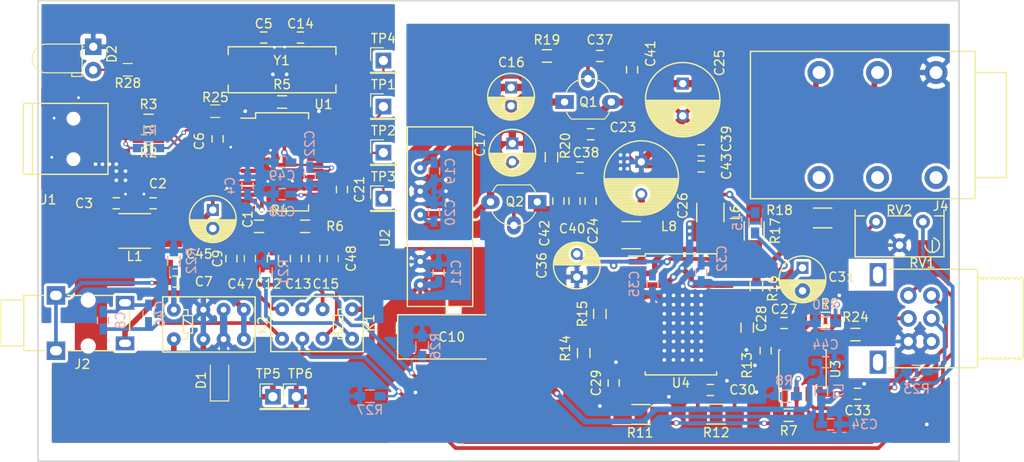
<source format=kicad_pcb>
(kicad_pcb (version 20170922) (host pcbnew "(2017-10-03 revision 3d1569081)-master")

(general
  (thickness 1.6)
  (drawings 5)
  (tracks 1036)
  (zones 0)
  (modules 105)
  (nets 70)
)

(page A4)
(layers
  (0 F.Cu signal)
  (31 B.Cu signal)
  (32 B.Adhes user)
  (33 F.Adhes user)
  (34 B.Paste user)
  (35 F.Paste user)
  (36 B.SilkS user)
  (37 F.SilkS user)
  (38 B.Mask user)
  (39 F.Mask user)
  (40 Dwgs.User user)
  (41 Cmts.User user)
  (42 Eco1.User user)
  (43 Eco2.User user)
  (44 Edge.Cuts user)
  (45 Margin user)
  (46 B.CrtYd user)
  (47 F.CrtYd user)
  (48 B.Fab user)
  (49 F.Fab user hide)
)


(general
  (thickness 1.6)
  (drawings 5)
  (tracks 1036)
  (zones 0)
  (modules 105)
  (nets 70)
)

(page A4)
(layers
  (0 F.Cu signal)
  (31 B.Cu signal)
  (32 B.Adhes user)
  (33 F.Adhes user)
  (34 B.Paste user)
  (35 F.Paste user)
  (36 B.SilkS user)
  (37 F.SilkS user)
  (38 B.Mask user)
  (39 F.Mask user)
  (40 Dwgs.User user)
  (41 Cmts.User user)
  (42 Eco1.User user)
  (43 Eco2.User user)
  (44 Edge.Cuts user)
  (45 Margin user)
  (46 B.CrtYd user)
  (47 F.CrtYd user)
  (48 B.Fab user)
  (49 F.Fab user hide)
)

(setup
  (last_trace_width 0.4)
  (user_trace_width 0.2)
  (user_trace_width 0.25)
  (user_trace_width 0.6)
  (user_trace_width 0.8)
  (user_trace_width 1.5)
  (trace_clearance 0.2)
  (zone_clearance 0.3)
  (zone_45_only yes)
  (trace_min 0.2)
  (segment_width 0.2)
  (edge_width 0.15)
  (via_size 0.6)
  (via_drill 0.4)
  (via_min_size 0.4)
  (via_min_drill 0.3)
  (user_via 0.5 0.3)
  (user_via 1.3 1)
  (uvia_size 0.3)
  (uvia_drill 0.1)
  (uvias_allowed no)
  (uvia_min_size 0.2)
  (uvia_min_drill 0.1)
  (pcb_text_width 0.3)
  (pcb_text_size 1.5 1.5)
  (mod_edge_width 0.15)
  (mod_text_size 1 1)
  (mod_text_width 0.15)
  (pad_size 1 1.99898)
  (pad_drill 0)
  (pad_to_mask_clearance 0.2)
  (aux_axis_origin 0 0)
  (visible_elements FFFFFFFF)
  (pcbplotparams
    (layerselection 0x010f0_ffffffff)
    (usegerberextensions true)
    (usegerberattributes true)
    (usegerberadvancedattributes true)
    (creategerberjobfile true)
    (excludeedgelayer true)
    (linewidth 0.100000)
    (plotframeref false)
    (viasonmask false)
    (mode 1)
    (useauxorigin false)
    (hpglpennumber 1)
    (hpglpenspeed 20)
    (hpglpendiameter 15)
    (psnegative false)
    (psa4output false)
    (plotreference true)
    (plotvalue false)
    (plotinvisibletext false)
    (padsonsilk false)
    (subtractmaskfromsilk false)
    (outputformat 1)
    (mirror false)
    (drillshape 0)
    (scaleselection 1)
    (outputdirectory gerber/))
)

(net 0 "")
(net 1 Earth)
(net 2 "Net-(C1-Pad1)")
(net 3 +5V)
(net 4 "Net-(C4-Pad2)")
(net 5 "Net-(C5-Pad1)")
(net 6 +3V3)
(net 7 /LUSB)
(net 8 "Net-(C12-Pad1)")
(net 9 "Net-(C13-Pad2)")
(net 10 "Net-(C14-Pad1)")
(net 11 /RUSB)
(net 12 "Net-(C15-Pad1)")
(net 13 GNDPWR)
(net 14 "Net-(C16-Pad1)")
(net 15 "Net-(C17-Pad2)")
(net 16 "Net-(C18-Pad2)")
(net 17 "Net-(C21-Pad1)")
(net 18 "Net-(C22-Pad2)")
(net 19 +12V)
(net 20 -12V)
(net 21 "Net-(C27-Pad1)")
(net 22 "Net-(C29-Pad1)")
(net 23 "Net-(C30-Pad1)")
(net 24 "Net-(C31-Pad1)")
(net 25 "Net-(C33-Pad2)")
(net 26 "Net-(C35-Pad2)")
(net 27 "Net-(D1-Pad1)")
(net 28 "Net-(J1-Pad4)")
(net 29 /D+)
(net 30 /D-)
(net 31 GNDA)
(net 32 "Net-(J4-Pad4)")
(net 33 "Net-(J4-Pad6)")
(net 34 "Net-(J4-Pad5)")
(net 35 "Net-(J4-Pad2)")
(net 36 "Net-(J4-Pad3)")
(net 37 "Net-(K1-Pad6)")
(net 38 "Net-(K1-Pad3)")
(net 39 "Net-(R2-Pad2)")
(net 40 "Net-(R3-Pad1)")
(net 41 "Net-(R7-Pad2)")
(net 42 "Net-(R11-Pad2)")
(net 43 "Net-(R10-Pad2)")
(net 44 "Net-(R12-Pad2)")
(net 45 "Net-(R13-Pad2)")
(net 46 "Net-(R14-Pad1)")
(net 47 "Net-(R15-Pad2)")
(net 48 "Net-(R16-Pad1)")
(net 49 "Net-(TP1-Pad1)")
(net 50 "Net-(TP2-Pad1)")
(net 51 "Net-(TP3-Pad1)")
(net 52 "Net-(U1-Pad5)")
(net 53 "Net-(U1-Pad2)")
(net 54 "Net-(C37-Pad1)")
(net 55 "Net-(C38-Pad1)")
(net 56 "Net-(R23-Pad2)")
(net 57 "Net-(R23-Pad1)")
(net 58 "Net-(R24-Pad2)")
(net 59 "Net-(R24-Pad1)")
(net 60 "Net-(C45-Pad2)")
(net 61 "Net-(C45-Pad1)")
(net 62 "Net-(C46-Pad2)")
(net 63 "Net-(C46-Pad1)")
(net 64 "Net-(C47-Pad1)")
(net 65 "Net-(D2-Pad2)")
(net 66 "Net-(K1-Pad8)")
(net 67 "Net-(K2-Pad8)")
(net 68 "Net-(R25-Pad1)")
(net 69 /SSPND)

(net_class Default "This is the default net class."
  (clearance 0.2)
  (trace_width 0.4)
  (via_dia 0.6)
  (via_drill 0.4)
  (uvia_dia 0.3)
  (uvia_drill 0.1)
  (add_net +12V)
  (add_net +3V3)
  (add_net +5V)
  (add_net -12V)
  (add_net /D+)
  (add_net /D-)
  (add_net /LUSB)
  (add_net /RUSB)
  (add_net /SSPND)
  (add_net Earth)
  (add_net GNDA)
  (add_net GNDPWR)
  (add_net "Net-(C1-Pad1)")
  (add_net "Net-(C12-Pad1)")
  (add_net "Net-(C13-Pad2)")
  (add_net "Net-(C14-Pad1)")
  (add_net "Net-(C15-Pad1)")
  (add_net "Net-(C16-Pad1)")
  (add_net "Net-(C17-Pad2)")
  (add_net "Net-(C18-Pad2)")
  (add_net "Net-(C21-Pad1)")
  (add_net "Net-(C22-Pad2)")
  (add_net "Net-(C27-Pad1)")
  (add_net "Net-(C29-Pad1)")
  (add_net "Net-(C30-Pad1)")
  (add_net "Net-(C31-Pad1)")
  (add_net "Net-(C33-Pad2)")
  (add_net "Net-(C35-Pad2)")
  (add_net "Net-(C37-Pad1)")
  (add_net "Net-(C38-Pad1)")
  (add_net "Net-(C4-Pad2)")
  (add_net "Net-(C45-Pad1)")
  (add_net "Net-(C45-Pad2)")
  (add_net "Net-(C46-Pad1)")
  (add_net "Net-(C46-Pad2)")
  (add_net "Net-(C47-Pad1)")
  (add_net "Net-(C5-Pad1)")
  (add_net "Net-(D1-Pad1)")
  (add_net "Net-(D2-Pad2)")
  (add_net "Net-(J1-Pad4)")
  (add_net "Net-(J4-Pad2)")
  (add_net "Net-(J4-Pad3)")
  (add_net "Net-(J4-Pad4)")
  (add_net "Net-(J4-Pad5)")
  (add_net "Net-(J4-Pad6)")
  (add_net "Net-(K1-Pad3)")
  (add_net "Net-(K1-Pad6)")
  (add_net "Net-(K1-Pad8)")
  (add_net "Net-(K2-Pad8)")
  (add_net "Net-(R10-Pad2)")
  (add_net "Net-(R11-Pad2)")
  (add_net "Net-(R12-Pad2)")
  (add_net "Net-(R13-Pad2)")
  (add_net "Net-(R14-Pad1)")
  (add_net "Net-(R15-Pad2)")
  (add_net "Net-(R16-Pad1)")
  (add_net "Net-(R2-Pad2)")
  (add_net "Net-(R23-Pad1)")
  (add_net "Net-(R23-Pad2)")
  (add_net "Net-(R24-Pad1)")
  (add_net "Net-(R24-Pad2)")
  (add_net "Net-(R25-Pad1)")
  (add_net "Net-(R3-Pad1)")
  (add_net "Net-(R7-Pad2)")
  (add_net "Net-(TP1-Pad1)")
  (add_net "Net-(TP2-Pad1)")
  (add_net "Net-(TP3-Pad1)")
  (add_net "Net-(U1-Pad2)")
  (add_net "Net-(U1-Pad5)")
)

  (module Diodes_SMD:SOD-123 (layer F.Cu) (tedit 58645DC7) (tstamp 5978A84B)
    (at 32.71 54.71 90)
    (descr SOD-123)
    (tags SOD-123)
    (path /5935E5FB)
    (attr smd)
    (fp_text reference D1 (at 0 -2 90) (layer F.SilkS)
      (effects (font (size 1 1) (thickness 0.15)))
    )
    (fp_text value SK15-DIO (at 0 2.1 90) (layer F.Fab)
      (effects (font (size 1 1) (thickness 0.15)))
    )
    (fp_line (start -2.25 -1) (end -2.25 1) (layer F.SilkS) (width 0.12))
    (fp_line (start 0.25 0) (end 0.75 0) (layer F.Fab) (width 0.1))
    (fp_line (start 0.25 0.4) (end -0.35 0) (layer F.Fab) (width 0.1))
    (fp_line (start 0.25 -0.4) (end 0.25 0.4) (layer F.Fab) (width 0.1))
    (fp_line (start -0.35 0) (end 0.25 -0.4) (layer F.Fab) (width 0.1))
    (fp_line (start -0.35 0) (end -0.35 0.55) (layer F.Fab) (width 0.1))
    (fp_line (start -0.35 0) (end -0.35 -0.55) (layer F.Fab) (width 0.1))
    (fp_line (start -0.75 0) (end -0.35 0) (layer F.Fab) (width 0.1))
    (fp_line (start -1.4 0.9) (end -1.4 -0.9) (layer F.Fab) (width 0.1))
    (fp_line (start 1.4 0.9) (end -1.4 0.9) (layer F.Fab) (width 0.1))
    (fp_line (start 1.4 -0.9) (end 1.4 0.9) (layer F.Fab) (width 0.1))
    (fp_line (start -1.4 -0.9) (end 1.4 -0.9) (layer F.Fab) (width 0.1))
    (fp_line (start -2.35 -1.15) (end 2.35 -1.15) (layer F.CrtYd) (width 0.05))
    (fp_line (start 2.35 -1.15) (end 2.35 1.15) (layer F.CrtYd) (width 0.05))
    (fp_line (start 2.35 1.15) (end -2.35 1.15) (layer F.CrtYd) (width 0.05))
    (fp_line (start -2.35 -1.15) (end -2.35 1.15) (layer F.CrtYd) (width 0.05))
    (fp_line (start -2.25 1) (end 1.65 1) (layer F.SilkS) (width 0.12))
    (fp_line (start -2.25 -1) (end 1.65 -1) (layer F.SilkS) (width 0.12))
    (pad 1 smd rect (at -1.65 0 90) (size 0.9 1.2) (layers F.Cu F.Paste F.Mask)
      (net 27 "Net-(D1-Pad1)"))
    (pad 2 smd rect (at 1.65 0 90) (size 0.9 1.2) (layers F.Cu F.Paste F.Mask)
      (net 1 Earth))
    (model ${KISYS3DMOD}/Diodes_SMD.3dshapes/SOD-123.wrl
      (at (xyz 0 0 0))
      (scale (xyz 1 1 1))
      (rotate (xyz 0 0 0))
    )
  )

  (module smd:SOIC-20W_ThermalPad (layer F.Cu) (tedit 59D3B7C6) (tstamp 5978A9E9)
    (at 82.8 47.555)
    (descr "20-Lead Plastic Small Outline (SO) - Wide, 7.50 mm Body [SOIC] (see Microchip Packaging Specification 00000049BS.pdf)")
    (tags "SOIC 1.27")
    (path /5936C2F8)
    (attr smd)
    (fp_text reference U4 (at 0 7.445) (layer F.SilkS)
      (effects (font (size 1 1) (thickness 0.15)))
    )
    (fp_text value TPA6120 (at 0 7.5) (layer F.Fab)
      (effects (font (size 1 1) (thickness 0.15)))
    )
    (fp_line (start -3.875 -6.325) (end -5.675 -6.325) (layer F.SilkS) (width 0.15))
    (fp_line (start -3.875 6.575) (end 3.875 6.575) (layer F.SilkS) (width 0.15))
    (fp_line (start -3.875 -6.575) (end 3.875 -6.575) (layer F.SilkS) (width 0.15))
    (fp_line (start -3.875 6.575) (end -3.875 6.24) (layer F.SilkS) (width 0.15))
    (fp_line (start 3.875 6.575) (end 3.875 6.24) (layer F.SilkS) (width 0.15))
    (fp_line (start 3.875 -6.575) (end 3.875 -6.24) (layer F.SilkS) (width 0.15))
    (fp_line (start -3.875 -6.575) (end -3.875 -6.325) (layer F.SilkS) (width 0.15))
    (fp_line (start -5.95 6.75) (end 5.95 6.75) (layer F.CrtYd) (width 0.05))
    (fp_line (start -5.95 -6.75) (end 5.95 -6.75) (layer F.CrtYd) (width 0.05))
    (fp_line (start 5.95 -6.75) (end 5.95 6.75) (layer F.CrtYd) (width 0.05))
    (fp_line (start -5.95 -6.75) (end -5.95 6.75) (layer F.CrtYd) (width 0.05))
    (fp_line (start -3.75 -5.4) (end -2.75 -6.4) (layer F.Fab) (width 0.15))
    (fp_line (start -3.75 6.4) (end -3.75 -5.4) (layer F.Fab) (width 0.15))
    (fp_line (start 3.75 6.4) (end -3.75 6.4) (layer F.Fab) (width 0.15))
    (fp_line (start 3.75 -6.4) (end 3.75 6.4) (layer F.Fab) (width 0.15))
    (fp_line (start -2.75 -6.4) (end 3.75 -6.4) (layer F.Fab) (width 0.15))
    (pad 20 smd rect (at 4.7 -5.715) (size 1.95 0.6) (layers F.Cu F.Paste F.Mask)
      (net 26 "Net-(C35-Pad2)"))
    (pad 19 smd rect (at 4.7 -4.445) (size 1.95 0.6) (layers F.Cu F.Paste F.Mask)
      (net 48 "Net-(R16-Pad1)"))
    (pad 18 smd rect (at 4.7 -3.175) (size 1.95 0.6) (layers F.Cu F.Paste F.Mask)
      (net 24 "Net-(C31-Pad1)"))
    (pad 17 smd rect (at 4.7 -1.905) (size 1.95 0.6) (layers F.Cu F.Paste F.Mask)
      (net 23 "Net-(C30-Pad1)"))
    (pad 16 smd rect (at 4.7 -0.635) (size 1.95 0.6) (layers F.Cu F.Paste F.Mask)
      (net 45 "Net-(R13-Pad2)"))
    (pad 15 smd rect (at 4.7 0.635) (size 1.95 0.6) (layers F.Cu F.Paste F.Mask))
    (pad 14 smd rect (at 4.7 1.905) (size 1.95 0.6) (layers F.Cu F.Paste F.Mask))
    (pad 13 smd rect (at 4.7 3.175) (size 1.95 0.6) (layers F.Cu F.Paste F.Mask))
    (pad 12 smd rect (at 4.7 4.445) (size 1.95 0.6) (layers F.Cu F.Paste F.Mask))
    (pad 11 smd rect (at 4.7 5.715) (size 1.95 0.6) (layers F.Cu F.Paste F.Mask))
    (pad 10 smd rect (at -4.7 5.715) (size 1.95 0.6) (layers F.Cu F.Paste F.Mask))
    (pad 9 smd rect (at -4.7 4.445) (size 1.95 0.6) (layers F.Cu F.Paste F.Mask))
    (pad 8 smd rect (at -4.7 3.175) (size 1.95 0.6) (layers F.Cu F.Paste F.Mask))
    (pad 7 smd rect (at -4.7 1.905) (size 1.95 0.6) (layers F.Cu F.Paste F.Mask))
    (pad 6 smd rect (at -4.7 0.635) (size 1.95 0.6) (layers F.Cu F.Paste F.Mask))
    (pad 5 smd rect (at -4.7 -0.635) (size 1.95 0.6) (layers F.Cu F.Paste F.Mask)
      (net 46 "Net-(R14-Pad1)"))
    (pad 4 smd rect (at -4.7 -1.905) (size 1.95 0.6) (layers F.Cu F.Paste F.Mask)
      (net 22 "Net-(C29-Pad1)"))
    (pad 3 smd rect (at -4.7 -3.175) (size 1.95 0.6) (layers F.Cu F.Paste F.Mask)
      (net 24 "Net-(C31-Pad1)"))
    (pad 2 smd rect (at -4.7 -4.445) (size 1.95 0.6) (layers F.Cu F.Paste F.Mask)
      (net 47 "Net-(R15-Pad2)"))
    (pad 1 smd rect (at -4.7 -5.715) (size 1.95 0.6) (layers F.Cu F.Paste F.Mask)
      (net 26 "Net-(C35-Pad2)"))
    (pad 21 smd rect (at 0 0) (size 3 4) (layers F.Cu F.Paste F.Mask)
      (net 13 GNDPWR) (zone_connect 2))
    (model Housings_SOIC.3dshapes/SOIC-20_7.5x12.8mm_Pitch1.27mm.wrl
      (at (xyz 0 0 0))
      (scale (xyz 1 1 1))
      (rotate (xyz 0 0 0))
    )
  )

  (module Capacitors_THT:C_Radial_D8_L11.5_P3.5 (layer F.Cu) (tedit 0) (tstamp 5978A803)
    (at 83 22.5 270)
    (descr "Radial Electrolytic Capacitor Diameter 8mm x Length 11.5mm, Pitch 3.5mm")
    (tags "Electrolytic Capacitor")
    (path /593064DB)
    (fp_text reference C25 (at -2.25 -4 270) (layer F.SilkS)
      (effects (font (size 1 1) (thickness 0.15)))
    )
    (fp_text value 100u (at 1.75 5.3 270) (layer F.Fab)
      (effects (font (size 1 1) (thickness 0.15)))
    )
    (fp_circle (center 1.75 0) (end 1.75 -4.3) (layer F.CrtYd) (width 0.05))
    (fp_circle (center 1.75 0) (end 1.75 -4.0375) (layer F.SilkS) (width 0.15))
    (fp_circle (center 3.5 0) (end 3.5 -1) (layer F.SilkS) (width 0.15))
    (fp_line (start 5.745 -0.2) (end 5.745 0.2) (layer F.SilkS) (width 0.15))
    (fp_line (start 5.605 -1.067) (end 5.605 1.067) (layer F.SilkS) (width 0.15))
    (fp_line (start 5.465 -1.483) (end 5.465 1.483) (layer F.SilkS) (width 0.15))
    (fp_line (start 5.325 -1.794) (end 5.325 1.794) (layer F.SilkS) (width 0.15))
    (fp_line (start 5.185 -2.05) (end 5.185 2.05) (layer F.SilkS) (width 0.15))
    (fp_line (start 5.045 -2.268) (end 5.045 2.268) (layer F.SilkS) (width 0.15))
    (fp_line (start 4.905 -2.459) (end 4.905 2.459) (layer F.SilkS) (width 0.15))
    (fp_line (start 4.765 -2.629) (end 4.765 2.629) (layer F.SilkS) (width 0.15))
    (fp_line (start 4.625 -2.781) (end 4.625 2.781) (layer F.SilkS) (width 0.15))
    (fp_line (start 4.485 0.173) (end 4.485 2.919) (layer F.SilkS) (width 0.15))
    (fp_line (start 4.485 -2.919) (end 4.485 -0.173) (layer F.SilkS) (width 0.15))
    (fp_line (start 4.345 0.535) (end 4.345 3.044) (layer F.SilkS) (width 0.15))
    (fp_line (start 4.345 -3.044) (end 4.345 -0.535) (layer F.SilkS) (width 0.15))
    (fp_line (start 4.205 0.709) (end 4.205 3.158) (layer F.SilkS) (width 0.15))
    (fp_line (start 4.205 -3.158) (end 4.205 -0.709) (layer F.SilkS) (width 0.15))
    (fp_line (start 4.065 0.825) (end 4.065 3.262) (layer F.SilkS) (width 0.15))
    (fp_line (start 4.065 -3.262) (end 4.065 -0.825) (layer F.SilkS) (width 0.15))
    (fp_line (start 3.925 0.905) (end 3.925 3.357) (layer F.SilkS) (width 0.15))
    (fp_line (start 3.925 -3.357) (end 3.925 -0.905) (layer F.SilkS) (width 0.15))
    (fp_line (start 3.785 0.959) (end 3.785 3.444) (layer F.SilkS) (width 0.15))
    (fp_line (start 3.785 -3.444) (end 3.785 -0.959) (layer F.SilkS) (width 0.15))
    (fp_line (start 3.645 0.989) (end 3.645 3.523) (layer F.SilkS) (width 0.15))
    (fp_line (start 3.645 -3.523) (end 3.645 -0.989) (layer F.SilkS) (width 0.15))
    (fp_line (start 3.505 1) (end 3.505 3.594) (layer F.SilkS) (width 0.15))
    (fp_line (start 3.505 -3.594) (end 3.505 -1) (layer F.SilkS) (width 0.15))
    (fp_line (start 3.365 0.991) (end 3.365 3.659) (layer F.SilkS) (width 0.15))
    (fp_line (start 3.365 -3.659) (end 3.365 -0.991) (layer F.SilkS) (width 0.15))
    (fp_line (start 3.225 0.961) (end 3.225 3.718) (layer F.SilkS) (width 0.15))
    (fp_line (start 3.225 -3.718) (end 3.225 -0.961) (layer F.SilkS) (width 0.15))
    (fp_line (start 3.085 0.91) (end 3.085 3.771) (layer F.SilkS) (width 0.15))
    (fp_line (start 3.085 -3.771) (end 3.085 -0.91) (layer F.SilkS) (width 0.15))
    (fp_line (start 2.945 0.832) (end 2.945 3.817) (layer F.SilkS) (width 0.15))
    (fp_line (start 2.945 -3.817) (end 2.945 -0.832) (layer F.SilkS) (width 0.15))
    (fp_line (start 2.805 0.719) (end 2.805 3.858) (layer F.SilkS) (width 0.15))
    (fp_line (start 2.805 -3.858) (end 2.805 -0.719) (layer F.SilkS) (width 0.15))
    (fp_line (start 2.665 0.55) (end 2.665 3.894) (layer F.SilkS) (width 0.15))
    (fp_line (start 2.665 -3.894) (end 2.665 -0.55) (layer F.SilkS) (width 0.15))
    (fp_line (start 2.525 0.222) (end 2.525 3.924) (layer F.SilkS) (width 0.15))
    (fp_line (start 2.525 -3.924) (end 2.525 -0.222) (layer F.SilkS) (width 0.15))
    (fp_line (start 2.385 -3.949) (end 2.385 3.949) (layer F.SilkS) (width 0.15))
    (fp_line (start 2.245 -3.969) (end 2.245 3.969) (layer F.SilkS) (width 0.15))
    (fp_line (start 2.105 -3.984) (end 2.105 3.984) (layer F.SilkS) (width 0.15))
    (fp_line (start 1.965 -3.994) (end 1.965 3.994) (layer F.SilkS) (width 0.15))
    (fp_line (start 1.825 -3.999) (end 1.825 3.999) (layer F.SilkS) (width 0.15))
    (pad 1 thru_hole rect (at 0 0 270) (size 1.3 1.3) (drill 0.8) (layers *.Cu *.Mask)
      (net 19 +12V))
    (pad 2 thru_hole circle (at 3.5 0 270) (size 1.3 1.3) (drill 0.8) (layers *.Cu *.Mask)
      (net 13 GNDPWR))
    (model Capacitors_ThroughHole.3dshapes/C_Radial_D8_L11.5_P3.5.wrl
      (at (xyz 0 0 0))
      (scale (xyz 1 1 1))
      (rotate (xyz 0 0 0))
    )
  )

  (module Connectors:USB_Mini-B (layer F.Cu) (tedit 59F38133) (tstamp 5978A85A)
    (at 16 28.5)
    (descr "USB Mini-B 5-pin SMD connector")
    (tags "USB USB_B USB_Mini connector")
    (path /5976A1B4)
    (attr smd)
    (fp_text reference J1 (at -1.85 6.61) (layer F.SilkS)
      (effects (font (size 1 1) (thickness 0.15)))
    )
    (fp_text value USB_OTG (at 0 -7.0993) (layer F.Fab)
      (effects (font (size 1 1) (thickness 0.15)))
    )
    (fp_line (start 4.59994 -3.85064) (end -4.59994 -3.85064) (layer F.SilkS) (width 0.15))
    (fp_line (start 4.59994 3.85064) (end 4.59994 -3.85064) (layer F.SilkS) (width 0.15))
    (fp_line (start -4.59994 3.85064) (end 4.59994 3.85064) (layer F.SilkS) (width 0.15))
    (fp_line (start -4.59994 -3.85064) (end -4.59994 3.85064) (layer F.SilkS) (width 0.15))
    (fp_line (start -3.59918 -3.85064) (end -3.59918 3.85064) (layer F.SilkS) (width 0.15))
    (fp_line (start -4.85 5.7) (end -4.85 -5.7) (layer F.CrtYd) (width 0.05))
    (fp_line (start 4.85 5.7) (end -4.85 5.7) (layer F.CrtYd) (width 0.05))
    (fp_line (start 4.85 -5.7) (end 4.85 5.7) (layer F.CrtYd) (width 0.05))
    (fp_line (start -4.85 -5.7) (end 4.85 -5.7) (layer F.CrtYd) (width 0.05))
    (pad "" np_thru_hole circle (at 0.8509 2.19964) (size 0.89916 0.89916) (drill 0.89916) (layers *.Cu *.Mask))
    (pad "" np_thru_hole circle (at 0.8509 -2.19964) (size 0.89916 0.89916) (drill 0.89916) (layers *.Cu *.Mask))
    (pad 6 smd rect (at -2.14884 4.45008) (size 1 1.99898) (layers F.Cu F.Paste F.Mask)
      (net 1 Earth))
    (pad 6 smd rect (at 3.35026 4.45008) (size 2.49936 1.99898) (layers F.Cu F.Paste F.Mask)
      (net 1 Earth))
    (pad 6 smd rect (at -2.14884 -4.45008) (size 1 1.99898) (layers F.Cu F.Paste F.Mask)
      (net 1 Earth))
    (pad 6 smd rect (at 3.35026 -4.45008) (size 2.49936 1.99898) (layers F.Cu F.Paste F.Mask)
      (net 1 Earth))
    (pad 5 smd rect (at 3.44932 1.6002) (size 2.30124 0.50038) (layers F.Cu F.Paste F.Mask)
      (net 1 Earth))
    (pad 4 smd rect (at 3.44932 0.8001) (size 2.30124 0.50038) (layers F.Cu F.Paste F.Mask)
      (net 28 "Net-(J1-Pad4)"))
    (pad 3 smd rect (at 3.44932 0) (size 2.30124 0.50038) (layers F.Cu F.Paste F.Mask)
      (net 29 /D+))
    (pad 2 smd rect (at 3.44932 -0.8001) (size 2.30124 0.50038) (layers F.Cu F.Paste F.Mask)
      (net 30 /D-))
    (pad 1 smd rect (at 3.44932 -1.6002) (size 2.30124 0.50038) (layers F.Cu F.Paste F.Mask)
      (net 3 +5V))
    (model ${KISYS3DMOD}/smd.shapes3d/USB_JACK.x3d
      (at (xyz 0 0 0))
      (scale (xyz 1 1 1))
      (rotate (xyz 0 0 0))
    )
  )

  (module Capacitors_THT:C_Radial_D5_L11_P2 (layer F.Cu) (tedit 0) (tstamp 5978A773)
    (at 31.98 36.22 270)
    (descr "Radial Electrolytic Capacitor 5mm x Length 11mm, Pitch 2mm")
    (tags "Electrolytic Capacitor")
    (path /5934B839)
    (fp_text reference C1 (at 1 -3.8 270) (layer F.SilkS)
      (effects (font (size 1 1) (thickness 0.15)))
    )
    (fp_text value 10u (at 1 3.8 270) (layer F.Fab)
      (effects (font (size 1 1) (thickness 0.15)))
    )
    (fp_circle (center 1 0) (end 1 -2.8) (layer F.CrtYd) (width 0.05))
    (fp_circle (center 1 0) (end 1 -2.5375) (layer F.SilkS) (width 0.15))
    (fp_circle (center 2 0) (end 2 -0.8) (layer F.SilkS) (width 0.15))
    (fp_line (start 3.455 -0.472) (end 3.455 0.472) (layer F.SilkS) (width 0.15))
    (fp_line (start 3.315 -0.944) (end 3.315 0.944) (layer F.SilkS) (width 0.15))
    (fp_line (start 3.175 -1.233) (end 3.175 1.233) (layer F.SilkS) (width 0.15))
    (fp_line (start 3.035 -1.452) (end 3.035 1.452) (layer F.SilkS) (width 0.15))
    (fp_line (start 2.895 -1.631) (end 2.895 1.631) (layer F.SilkS) (width 0.15))
    (fp_line (start 2.755 0.265) (end 2.755 1.78) (layer F.SilkS) (width 0.15))
    (fp_line (start 2.755 -1.78) (end 2.755 -0.265) (layer F.SilkS) (width 0.15))
    (fp_line (start 2.615 0.512) (end 2.615 1.908) (layer F.SilkS) (width 0.15))
    (fp_line (start 2.615 -1.908) (end 2.615 -0.512) (layer F.SilkS) (width 0.15))
    (fp_line (start 2.475 0.644) (end 2.475 2.019) (layer F.SilkS) (width 0.15))
    (fp_line (start 2.475 -2.019) (end 2.475 -0.644) (layer F.SilkS) (width 0.15))
    (fp_line (start 2.335 0.726) (end 2.335 2.114) (layer F.SilkS) (width 0.15))
    (fp_line (start 2.335 -2.114) (end 2.335 -0.726) (layer F.SilkS) (width 0.15))
    (fp_line (start 2.195 0.776) (end 2.195 2.196) (layer F.SilkS) (width 0.15))
    (fp_line (start 2.195 -2.196) (end 2.195 -0.776) (layer F.SilkS) (width 0.15))
    (fp_line (start 2.055 0.798) (end 2.055 2.266) (layer F.SilkS) (width 0.15))
    (fp_line (start 2.055 -2.266) (end 2.055 -0.798) (layer F.SilkS) (width 0.15))
    (fp_line (start 1.915 0.795) (end 1.915 2.327) (layer F.SilkS) (width 0.15))
    (fp_line (start 1.915 -2.327) (end 1.915 -0.795) (layer F.SilkS) (width 0.15))
    (fp_line (start 1.775 0.768) (end 1.775 2.377) (layer F.SilkS) (width 0.15))
    (fp_line (start 1.775 -2.377) (end 1.775 -0.768) (layer F.SilkS) (width 0.15))
    (fp_line (start 1.635 0.712) (end 1.635 2.418) (layer F.SilkS) (width 0.15))
    (fp_line (start 1.635 -2.418) (end 1.635 -0.712) (layer F.SilkS) (width 0.15))
    (fp_line (start 1.495 0.62) (end 1.495 2.451) (layer F.SilkS) (width 0.15))
    (fp_line (start 1.495 -2.451) (end 1.495 -0.62) (layer F.SilkS) (width 0.15))
    (fp_line (start 1.355 0.473) (end 1.355 2.475) (layer F.SilkS) (width 0.15))
    (fp_line (start 1.355 -2.475) (end 1.355 -0.473) (layer F.SilkS) (width 0.15))
    (fp_line (start 1.215 0.154) (end 1.215 2.491) (layer F.SilkS) (width 0.15))
    (fp_line (start 1.215 -2.491) (end 1.215 -0.154) (layer F.SilkS) (width 0.15))
    (fp_line (start 1.075 -2.499) (end 1.075 2.499) (layer F.SilkS) (width 0.15))
    (pad 2 thru_hole circle (at 2 0 270) (size 1.3 1.3) (drill 0.8) (layers *.Cu *.Mask)
      (net 1 Earth))
    (pad 1 thru_hole rect (at 0 0 270) (size 1.3 1.3) (drill 0.8) (layers *.Cu *.Mask)
      (net 2 "Net-(C1-Pad1)"))
    (model Capacitors_ThroughHole.3dshapes/C_Radial_D5_L11_P2.wrl
      (at (xyz 0 0 0))
      (scale (xyz 1 1 1))
      (rotate (xyz 0 0 0))
    )
  )

  (module Capacitors_SMD:C_0603_HandSoldering (layer F.Cu) (tedit 541A9B4D) (tstamp 5978A779)
    (at 25.5 35.5)
    (descr "Capacitor SMD 0603, hand soldering")
    (tags "capacitor 0603")
    (path /5934BF3E)
    (attr smd)
    (fp_text reference C2 (at 0.51 -2.14) (layer F.SilkS)
      (effects (font (size 1 1) (thickness 0.15)))
    )
    (fp_text value 100n (at 0 1.9) (layer F.Fab)
      (effects (font (size 1 1) (thickness 0.15)))
    )
    (fp_line (start 0.35 0.6) (end -0.35 0.6) (layer F.SilkS) (width 0.15))
    (fp_line (start -0.35 -0.6) (end 0.35 -0.6) (layer F.SilkS) (width 0.15))
    (fp_line (start 1.85 -0.75) (end 1.85 0.75) (layer F.CrtYd) (width 0.05))
    (fp_line (start -1.85 -0.75) (end -1.85 0.75) (layer F.CrtYd) (width 0.05))
    (fp_line (start -1.85 0.75) (end 1.85 0.75) (layer F.CrtYd) (width 0.05))
    (fp_line (start -1.85 -0.75) (end 1.85 -0.75) (layer F.CrtYd) (width 0.05))
    (fp_line (start -0.8 -0.4) (end 0.8 -0.4) (layer F.Fab) (width 0.15))
    (fp_line (start 0.8 -0.4) (end 0.8 0.4) (layer F.Fab) (width 0.15))
    (fp_line (start 0.8 0.4) (end -0.8 0.4) (layer F.Fab) (width 0.15))
    (fp_line (start -0.8 0.4) (end -0.8 -0.4) (layer F.Fab) (width 0.15))
    (pad 2 smd rect (at 0.95 0) (size 1.2 0.75) (layers F.Cu F.Paste F.Mask)
      (net 2 "Net-(C1-Pad1)"))
    (pad 1 smd rect (at -0.95 0) (size 1.2 0.75) (layers F.Cu F.Paste F.Mask)
      (net 1 Earth))
    (model Capacitors_SMD.3dshapes/C_0603_HandSoldering.wrl
      (at (xyz 0 0 0))
      (scale (xyz 1 1 1))
      (rotate (xyz 0 0 0))
    )
  )

  (module Capacitors_SMD:C_0603_HandSoldering (layer F.Cu) (tedit 541A9B4D) (tstamp 5978A77F)
    (at 21.5 35.5)
    (descr "Capacitor SMD 0603, hand soldering")
    (tags "capacitor 0603")
    (path /59305590)
    (attr smd)
    (fp_text reference C3 (at -3.5 0) (layer F.SilkS)
      (effects (font (size 1 1) (thickness 0.15)))
    )
    (fp_text value 200n (at 0 1.9) (layer F.Fab)
      (effects (font (size 1 1) (thickness 0.15)))
    )
    (fp_line (start 0.35 0.6) (end -0.35 0.6) (layer F.SilkS) (width 0.15))
    (fp_line (start -0.35 -0.6) (end 0.35 -0.6) (layer F.SilkS) (width 0.15))
    (fp_line (start 1.85 -0.75) (end 1.85 0.75) (layer F.CrtYd) (width 0.05))
    (fp_line (start -1.85 -0.75) (end -1.85 0.75) (layer F.CrtYd) (width 0.05))
    (fp_line (start -1.85 0.75) (end 1.85 0.75) (layer F.CrtYd) (width 0.05))
    (fp_line (start -1.85 -0.75) (end 1.85 -0.75) (layer F.CrtYd) (width 0.05))
    (fp_line (start -0.8 -0.4) (end 0.8 -0.4) (layer F.Fab) (width 0.15))
    (fp_line (start 0.8 -0.4) (end 0.8 0.4) (layer F.Fab) (width 0.15))
    (fp_line (start 0.8 0.4) (end -0.8 0.4) (layer F.Fab) (width 0.15))
    (fp_line (start -0.8 0.4) (end -0.8 -0.4) (layer F.Fab) (width 0.15))
    (pad 2 smd rect (at 0.95 0) (size 1.2 0.75) (layers F.Cu F.Paste F.Mask)
      (net 1 Earth))
    (pad 1 smd rect (at -0.95 0) (size 1.2 0.75) (layers F.Cu F.Paste F.Mask)
      (net 3 +5V))
    (model Capacitors_SMD.3dshapes/C_0603_HandSoldering.wrl
      (at (xyz 0 0 0))
      (scale (xyz 1 1 1))
      (rotate (xyz 0 0 0))
    )
  )

  (module Capacitors_SMD:C_0603_HandSoldering (layer B.Cu) (tedit 541A9B4D) (tstamp 5978A785)
    (at 35.75 33.59 270)
    (descr "Capacitor SMD 0603, hand soldering")
    (tags "capacitor 0603")
    (path /5934A4BD)
    (attr smd)
    (fp_text reference C4 (at 0 1.9 270) (layer B.SilkS)
      (effects (font (size 1 1) (thickness 0.15)) (justify mirror))
    )
    (fp_text value 1u (at 0 -1.9 270) (layer B.Fab)
      (effects (font (size 1 1) (thickness 0.15)) (justify mirror))
    )
    (fp_line (start 0.35 -0.6) (end -0.35 -0.6) (layer B.SilkS) (width 0.15))
    (fp_line (start -0.35 0.6) (end 0.35 0.6) (layer B.SilkS) (width 0.15))
    (fp_line (start 1.85 0.75) (end 1.85 -0.75) (layer B.CrtYd) (width 0.05))
    (fp_line (start -1.85 0.75) (end -1.85 -0.75) (layer B.CrtYd) (width 0.05))
    (fp_line (start -1.85 -0.75) (end 1.85 -0.75) (layer B.CrtYd) (width 0.05))
    (fp_line (start -1.85 0.75) (end 1.85 0.75) (layer B.CrtYd) (width 0.05))
    (fp_line (start -0.8 0.4) (end 0.8 0.4) (layer B.Fab) (width 0.15))
    (fp_line (start 0.8 0.4) (end 0.8 -0.4) (layer B.Fab) (width 0.15))
    (fp_line (start 0.8 -0.4) (end -0.8 -0.4) (layer B.Fab) (width 0.15))
    (fp_line (start -0.8 -0.4) (end -0.8 0.4) (layer B.Fab) (width 0.15))
    (pad 2 smd rect (at 0.95 0 270) (size 1.2 0.75) (layers B.Cu B.Paste B.Mask)
      (net 4 "Net-(C4-Pad2)"))
    (pad 1 smd rect (at -0.95 0 270) (size 1.2 0.75) (layers B.Cu B.Paste B.Mask)
      (net 1 Earth))
    (model Capacitors_SMD.3dshapes/C_0603_HandSoldering.wrl
      (at (xyz 0 0 0))
      (scale (xyz 1 1 1))
      (rotate (xyz 0 0 0))
    )
  )

  (module Capacitors_SMD:C_0603_HandSoldering (layer F.Cu) (tedit 541A9B4D) (tstamp 5978A78B)
    (at 37.5 17.5)
    (descr "Capacitor SMD 0603, hand soldering")
    (tags "capacitor 0603")
    (path /59348C90)
    (attr smd)
    (fp_text reference C5 (at 0 -1.5) (layer F.SilkS)
      (effects (font (size 1 1) (thickness 0.15)))
    )
    (fp_text value 27p (at 0 1.9) (layer F.Fab)
      (effects (font (size 1 1) (thickness 0.15)))
    )
    (fp_line (start 0.35 0.6) (end -0.35 0.6) (layer F.SilkS) (width 0.15))
    (fp_line (start -0.35 -0.6) (end 0.35 -0.6) (layer F.SilkS) (width 0.15))
    (fp_line (start 1.85 -0.75) (end 1.85 0.75) (layer F.CrtYd) (width 0.05))
    (fp_line (start -1.85 -0.75) (end -1.85 0.75) (layer F.CrtYd) (width 0.05))
    (fp_line (start -1.85 0.75) (end 1.85 0.75) (layer F.CrtYd) (width 0.05))
    (fp_line (start -1.85 -0.75) (end 1.85 -0.75) (layer F.CrtYd) (width 0.05))
    (fp_line (start -0.8 -0.4) (end 0.8 -0.4) (layer F.Fab) (width 0.15))
    (fp_line (start 0.8 -0.4) (end 0.8 0.4) (layer F.Fab) (width 0.15))
    (fp_line (start 0.8 0.4) (end -0.8 0.4) (layer F.Fab) (width 0.15))
    (fp_line (start -0.8 0.4) (end -0.8 -0.4) (layer F.Fab) (width 0.15))
    (pad 2 smd rect (at 0.95 0) (size 1.2 0.75) (layers F.Cu F.Paste F.Mask)
      (net 1 Earth))
    (pad 1 smd rect (at -0.95 0) (size 1.2 0.75) (layers F.Cu F.Paste F.Mask)
      (net 5 "Net-(C5-Pad1)"))
    (model Capacitors_SMD.3dshapes/C_0603_HandSoldering.wrl
      (at (xyz 0 0 0))
      (scale (xyz 1 1 1))
      (rotate (xyz 0 0 0))
    )
  )

  (module Capacitors_SMD:C_0603_HandSoldering (layer F.Cu) (tedit 541A9B4D) (tstamp 5978A791)
    (at 32.5 28.5 90)
    (descr "Capacitor SMD 0603, hand soldering")
    (tags "capacitor 0603")
    (path /5934D473)
    (attr smd)
    (fp_text reference C6 (at -0.25 -2 270) (layer F.SilkS)
      (effects (font (size 1 1) (thickness 0.15)))
    )
    (fp_text value 100n (at 0 1.9 90) (layer F.Fab)
      (effects (font (size 1 1) (thickness 0.15)))
    )
    (fp_line (start 0.35 0.6) (end -0.35 0.6) (layer F.SilkS) (width 0.15))
    (fp_line (start -0.35 -0.6) (end 0.35 -0.6) (layer F.SilkS) (width 0.15))
    (fp_line (start 1.85 -0.75) (end 1.85 0.75) (layer F.CrtYd) (width 0.05))
    (fp_line (start -1.85 -0.75) (end -1.85 0.75) (layer F.CrtYd) (width 0.05))
    (fp_line (start -1.85 0.75) (end 1.85 0.75) (layer F.CrtYd) (width 0.05))
    (fp_line (start -1.85 -0.75) (end 1.85 -0.75) (layer F.CrtYd) (width 0.05))
    (fp_line (start -0.8 -0.4) (end 0.8 -0.4) (layer F.Fab) (width 0.15))
    (fp_line (start 0.8 -0.4) (end 0.8 0.4) (layer F.Fab) (width 0.15))
    (fp_line (start 0.8 0.4) (end -0.8 0.4) (layer F.Fab) (width 0.15))
    (fp_line (start -0.8 0.4) (end -0.8 -0.4) (layer F.Fab) (width 0.15))
    (pad 2 smd rect (at 0.95 0 90) (size 1.2 0.75) (layers F.Cu F.Paste F.Mask)
      (net 6 +3V3))
    (pad 1 smd rect (at -0.95 0 90) (size 1.2 0.75) (layers F.Cu F.Paste F.Mask)
      (net 1 Earth))
    (model Capacitors_SMD.3dshapes/C_0603_HandSoldering.wrl
      (at (xyz 0 0 0))
      (scale (xyz 1 1 1))
      (rotate (xyz 0 0 0))
    )
  )

  (module Capacitors_SMD:C_0603_HandSoldering (layer F.Cu) (tedit 541A9B4D) (tstamp 5978A797)
    (at 28 44 180)
    (descr "Capacitor SMD 0603, hand soldering")
    (tags "capacitor 0603")
    (path /5935AC3B)
    (attr smd)
    (fp_text reference C7 (at -3 0 180) (layer F.SilkS)
      (effects (font (size 1 1) (thickness 0.15)))
    )
    (fp_text value 1u (at 0 1.9 180) (layer F.Fab)
      (effects (font (size 1 1) (thickness 0.15)))
    )
    (fp_line (start 0.35 0.6) (end -0.35 0.6) (layer F.SilkS) (width 0.15))
    (fp_line (start -0.35 -0.6) (end 0.35 -0.6) (layer F.SilkS) (width 0.15))
    (fp_line (start 1.85 -0.75) (end 1.85 0.75) (layer F.CrtYd) (width 0.05))
    (fp_line (start -1.85 -0.75) (end -1.85 0.75) (layer F.CrtYd) (width 0.05))
    (fp_line (start -1.85 0.75) (end 1.85 0.75) (layer F.CrtYd) (width 0.05))
    (fp_line (start -1.85 -0.75) (end 1.85 -0.75) (layer F.CrtYd) (width 0.05))
    (fp_line (start -0.8 -0.4) (end 0.8 -0.4) (layer F.Fab) (width 0.15))
    (fp_line (start 0.8 -0.4) (end 0.8 0.4) (layer F.Fab) (width 0.15))
    (fp_line (start 0.8 0.4) (end -0.8 0.4) (layer F.Fab) (width 0.15))
    (fp_line (start -0.8 0.4) (end -0.8 -0.4) (layer F.Fab) (width 0.15))
    (pad 2 smd rect (at 0.95 0 180) (size 1.2 0.75) (layers F.Cu F.Paste F.Mask)
      (net 60 "Net-(C45-Pad2)"))
    (pad 1 smd rect (at -0.95 0 180) (size 1.2 0.75) (layers F.Cu F.Paste F.Mask)
      (net 61 "Net-(C45-Pad1)"))
    (model Capacitors_SMD.3dshapes/C_0603_HandSoldering.wrl
      (at (xyz 0 0 0))
      (scale (xyz 1 1 1))
      (rotate (xyz 0 0 0))
    )
  )

  (module Capacitors_SMD:C_0603_HandSoldering (layer B.Cu) (tedit 541A9B4D) (tstamp 5978A79D)
    (at 20.06 48.2 90)
    (descr "Capacitor SMD 0603, hand soldering")
    (tags "capacitor 0603")
    (path /5935A9B7)
    (attr smd)
    (fp_text reference C8 (at 0 1.9 90) (layer B.SilkS)
      (effects (font (size 1 1) (thickness 0.15)) (justify mirror))
    )
    (fp_text value 1u (at 0 -1.9 90) (layer B.Fab)
      (effects (font (size 1 1) (thickness 0.15)) (justify mirror))
    )
    (fp_line (start 0.35 -0.6) (end -0.35 -0.6) (layer B.SilkS) (width 0.15))
    (fp_line (start -0.35 0.6) (end 0.35 0.6) (layer B.SilkS) (width 0.15))
    (fp_line (start 1.85 0.75) (end 1.85 -0.75) (layer B.CrtYd) (width 0.05))
    (fp_line (start -1.85 0.75) (end -1.85 -0.75) (layer B.CrtYd) (width 0.05))
    (fp_line (start -1.85 -0.75) (end 1.85 -0.75) (layer B.CrtYd) (width 0.05))
    (fp_line (start -1.85 0.75) (end 1.85 0.75) (layer B.CrtYd) (width 0.05))
    (fp_line (start -0.8 0.4) (end 0.8 0.4) (layer B.Fab) (width 0.15))
    (fp_line (start 0.8 0.4) (end 0.8 -0.4) (layer B.Fab) (width 0.15))
    (fp_line (start 0.8 -0.4) (end -0.8 -0.4) (layer B.Fab) (width 0.15))
    (fp_line (start -0.8 -0.4) (end -0.8 0.4) (layer B.Fab) (width 0.15))
    (pad 2 smd rect (at 0.95 0 90) (size 1.2 0.75) (layers B.Cu B.Paste B.Mask)
      (net 62 "Net-(C46-Pad2)"))
    (pad 1 smd rect (at -0.95 0 90) (size 1.2 0.75) (layers B.Cu B.Paste B.Mask)
      (net 63 "Net-(C46-Pad1)"))
    (model Capacitors_SMD.3dshapes/C_0603_HandSoldering.wrl
      (at (xyz 0 0 0))
      (scale (xyz 1 1 1))
      (rotate (xyz 0 0 0))
    )
  )

  (module Capacitors_SMD:C_0603_HandSoldering (layer F.Cu) (tedit 541A9B4D) (tstamp 5978A7A3)
    (at 34 41.5 90)
    (descr "Capacitor SMD 0603, hand soldering")
    (tags "capacitor 0603")
    (path /593501B5)
    (attr smd)
    (fp_text reference C9 (at 0 -1.5 90) (layer F.SilkS)
      (effects (font (size 1 1) (thickness 0.15)))
    )
    (fp_text value 1u (at 0 1.9 90) (layer F.Fab)
      (effects (font (size 1 1) (thickness 0.15)))
    )
    (fp_line (start 0.35 0.6) (end -0.35 0.6) (layer F.SilkS) (width 0.15))
    (fp_line (start -0.35 -0.6) (end 0.35 -0.6) (layer F.SilkS) (width 0.15))
    (fp_line (start 1.85 -0.75) (end 1.85 0.75) (layer F.CrtYd) (width 0.05))
    (fp_line (start -1.85 -0.75) (end -1.85 0.75) (layer F.CrtYd) (width 0.05))
    (fp_line (start -1.85 0.75) (end 1.85 0.75) (layer F.CrtYd) (width 0.05))
    (fp_line (start -1.85 -0.75) (end 1.85 -0.75) (layer F.CrtYd) (width 0.05))
    (fp_line (start -0.8 -0.4) (end 0.8 -0.4) (layer F.Fab) (width 0.15))
    (fp_line (start 0.8 -0.4) (end 0.8 0.4) (layer F.Fab) (width 0.15))
    (fp_line (start 0.8 0.4) (end -0.8 0.4) (layer F.Fab) (width 0.15))
    (fp_line (start -0.8 0.4) (end -0.8 -0.4) (layer F.Fab) (width 0.15))
    (pad 2 smd rect (at 0.95 0 90) (size 1.2 0.75) (layers F.Cu F.Paste F.Mask)
      (net 64 "Net-(C47-Pad1)"))
    (pad 1 smd rect (at -0.95 0 90) (size 1.2 0.75) (layers F.Cu F.Paste F.Mask)
      (net 7 /LUSB))
    (model Capacitors_SMD.3dshapes/C_0603_HandSoldering.wrl
      (at (xyz 0 0 0))
      (scale (xyz 1 1 1))
      (rotate (xyz 0 0 0))
    )
  )

  (module Capacitors_Tantalum_SMD:Tantalum_Case-D_EIA-7343-31_Hand (layer F.Cu) (tedit 57B6E980) (tstamp 5978A7A9)
    (at 58 50)
    (descr "Tantalum capacitor, Case D, EIA 7343-31, 7.3x4.3x2.8mm, Hand soldering footprint")
    (tags "capacitor tantalum smd")
    (path /593055F7)
    (attr smd)
    (fp_text reference C10 (at -0.08 0.01) (layer F.SilkS)
      (effects (font (size 1 1) (thickness 0.15)))
    )
    (fp_text value 100u (at 0 3.9) (layer F.Fab)
      (effects (font (size 1 1) (thickness 0.15)))
    )
    (fp_line (start -5.95 -2.4) (end -5.95 2.4) (layer F.SilkS) (width 0.15))
    (fp_line (start -5.95 2.4) (end 3.65 2.4) (layer F.SilkS) (width 0.15))
    (fp_line (start -5.95 -2.4) (end 3.65 -2.4) (layer F.SilkS) (width 0.15))
    (fp_line (start -2.555 -2.15) (end -2.555 2.15) (layer F.Fab) (width 0.15))
    (fp_line (start -2.92 -2.15) (end -2.92 2.15) (layer F.Fab) (width 0.15))
    (fp_line (start 3.65 -2.15) (end -3.65 -2.15) (layer F.Fab) (width 0.15))
    (fp_line (start 3.65 2.15) (end 3.65 -2.15) (layer F.Fab) (width 0.15))
    (fp_line (start -3.65 2.15) (end 3.65 2.15) (layer F.Fab) (width 0.15))
    (fp_line (start -3.65 -2.15) (end -3.65 2.15) (layer F.Fab) (width 0.15))
    (fp_line (start 6.05 -2.5) (end -6.05 -2.5) (layer F.CrtYd) (width 0.05))
    (fp_line (start 6.05 2.5) (end 6.05 -2.5) (layer F.CrtYd) (width 0.05))
    (fp_line (start -6.05 2.5) (end 6.05 2.5) (layer F.CrtYd) (width 0.05))
    (fp_line (start -6.05 -2.5) (end -6.05 2.5) (layer F.CrtYd) (width 0.05))
    (pad 2 smd rect (at 3.775 0) (size 3.75 2.7) (layers F.Cu F.Paste F.Mask)
      (net 1 Earth))
    (pad 1 smd rect (at -3.775 0) (size 3.75 2.7) (layers F.Cu F.Paste F.Mask)
      (net 3 +5V))
    (model Capacitors_Tantalum_SMD.3dshapes/Tantalum_Case-D_EIA-7343-31.wrl
      (at (xyz 0 0 0))
      (scale (xyz 1 1 1))
      (rotate (xyz 0 0 0))
    )
  )

  (module Capacitors_SMD:C_0603_HandSoldering (layer B.Cu) (tedit 541A9B4D) (tstamp 5978A7AF)
    (at 56.5 43.05 90)
    (descr "Capacitor SMD 0603, hand soldering")
    (tags "capacitor 0603")
    (path /5930565F)
    (attr smd)
    (fp_text reference C11 (at 0 1.9 90) (layer B.SilkS)
      (effects (font (size 1 1) (thickness 0.15)) (justify mirror))
    )
    (fp_text value 100n (at 0 -1.9 90) (layer B.Fab)
      (effects (font (size 1 1) (thickness 0.15)) (justify mirror))
    )
    (fp_line (start 0.35 -0.6) (end -0.35 -0.6) (layer B.SilkS) (width 0.15))
    (fp_line (start -0.35 0.6) (end 0.35 0.6) (layer B.SilkS) (width 0.15))
    (fp_line (start 1.85 0.75) (end 1.85 -0.75) (layer B.CrtYd) (width 0.05))
    (fp_line (start -1.85 0.75) (end -1.85 -0.75) (layer B.CrtYd) (width 0.05))
    (fp_line (start -1.85 -0.75) (end 1.85 -0.75) (layer B.CrtYd) (width 0.05))
    (fp_line (start -1.85 0.75) (end 1.85 0.75) (layer B.CrtYd) (width 0.05))
    (fp_line (start -0.8 0.4) (end 0.8 0.4) (layer B.Fab) (width 0.15))
    (fp_line (start 0.8 0.4) (end 0.8 -0.4) (layer B.Fab) (width 0.15))
    (fp_line (start 0.8 -0.4) (end -0.8 -0.4) (layer B.Fab) (width 0.15))
    (fp_line (start -0.8 -0.4) (end -0.8 0.4) (layer B.Fab) (width 0.15))
    (pad 2 smd rect (at 0.95 0 90) (size 1.2 0.75) (layers B.Cu B.Paste B.Mask)
      (net 1 Earth))
    (pad 1 smd rect (at -0.95 0 90) (size 1.2 0.75) (layers B.Cu B.Paste B.Mask)
      (net 3 +5V))
    (model Capacitors_SMD.3dshapes/C_0603_HandSoldering.wrl
      (at (xyz 0 0 0))
      (scale (xyz 1 1 1))
      (rotate (xyz 0 0 0))
    )
  )

  (module Capacitors_SMD:C_0603_HandSoldering (layer F.Cu) (tedit 541A9B4D) (tstamp 5978A7B5)
    (at 38.5 41.5 270)
    (descr "Capacitor SMD 0603, hand soldering")
    (tags "capacitor 0603")
    (path /5934FA03)
    (attr smd)
    (fp_text reference C12 (at 2.75 0.5 180) (layer F.SilkS)
      (effects (font (size 1 1) (thickness 0.15)))
    )
    (fp_text value 22n (at 0 1.9 270) (layer F.Fab)
      (effects (font (size 1 1) (thickness 0.15)))
    )
    (fp_line (start 0.35 0.6) (end -0.35 0.6) (layer F.SilkS) (width 0.15))
    (fp_line (start -0.35 -0.6) (end 0.35 -0.6) (layer F.SilkS) (width 0.15))
    (fp_line (start 1.85 -0.75) (end 1.85 0.75) (layer F.CrtYd) (width 0.05))
    (fp_line (start -1.85 -0.75) (end -1.85 0.75) (layer F.CrtYd) (width 0.05))
    (fp_line (start -1.85 0.75) (end 1.85 0.75) (layer F.CrtYd) (width 0.05))
    (fp_line (start -1.85 -0.75) (end 1.85 -0.75) (layer F.CrtYd) (width 0.05))
    (fp_line (start -0.8 -0.4) (end 0.8 -0.4) (layer F.Fab) (width 0.15))
    (fp_line (start 0.8 -0.4) (end 0.8 0.4) (layer F.Fab) (width 0.15))
    (fp_line (start 0.8 0.4) (end -0.8 0.4) (layer F.Fab) (width 0.15))
    (fp_line (start -0.8 0.4) (end -0.8 -0.4) (layer F.Fab) (width 0.15))
    (pad 2 smd rect (at 0.95 0 270) (size 1.2 0.75) (layers F.Cu F.Paste F.Mask)
      (net 1 Earth))
    (pad 1 smd rect (at -0.95 0 270) (size 1.2 0.75) (layers F.Cu F.Paste F.Mask)
      (net 8 "Net-(C12-Pad1)"))
    (model Capacitors_SMD.3dshapes/C_0603_HandSoldering.wrl
      (at (xyz 0 0 0))
      (scale (xyz 1 1 1))
      (rotate (xyz 0 0 0))
    )
  )

  (module Capacitors_SMD:C_0603_HandSoldering (layer F.Cu) (tedit 541A9B4D) (tstamp 5978A7BB)
    (at 41 41.5 90)
    (descr "Capacitor SMD 0603, hand soldering")
    (tags "capacitor 0603")
    (path /5934F029)
    (attr smd)
    (fp_text reference C13 (at -2.75 0.25) (layer F.SilkS)
      (effects (font (size 1 1) (thickness 0.15)))
    )
    (fp_text value 22n (at 0 1.9 90) (layer F.Fab)
      (effects (font (size 1 1) (thickness 0.15)))
    )
    (fp_line (start 0.35 0.6) (end -0.35 0.6) (layer F.SilkS) (width 0.15))
    (fp_line (start -0.35 -0.6) (end 0.35 -0.6) (layer F.SilkS) (width 0.15))
    (fp_line (start 1.85 -0.75) (end 1.85 0.75) (layer F.CrtYd) (width 0.05))
    (fp_line (start -1.85 -0.75) (end -1.85 0.75) (layer F.CrtYd) (width 0.05))
    (fp_line (start -1.85 0.75) (end 1.85 0.75) (layer F.CrtYd) (width 0.05))
    (fp_line (start -1.85 -0.75) (end 1.85 -0.75) (layer F.CrtYd) (width 0.05))
    (fp_line (start -0.8 -0.4) (end 0.8 -0.4) (layer F.Fab) (width 0.15))
    (fp_line (start 0.8 -0.4) (end 0.8 0.4) (layer F.Fab) (width 0.15))
    (fp_line (start 0.8 0.4) (end -0.8 0.4) (layer F.Fab) (width 0.15))
    (fp_line (start -0.8 0.4) (end -0.8 -0.4) (layer F.Fab) (width 0.15))
    (pad 2 smd rect (at 0.95 0 90) (size 1.2 0.75) (layers F.Cu F.Paste F.Mask)
      (net 9 "Net-(C13-Pad2)"))
    (pad 1 smd rect (at -0.95 0 90) (size 1.2 0.75) (layers F.Cu F.Paste F.Mask)
      (net 1 Earth))
    (model Capacitors_SMD.3dshapes/C_0603_HandSoldering.wrl
      (at (xyz 0 0 0))
      (scale (xyz 1 1 1))
      (rotate (xyz 0 0 0))
    )
  )

  (module Capacitors_SMD:C_0603_HandSoldering (layer F.Cu) (tedit 541A9B4D) (tstamp 5978A7C1)
    (at 41.5 17.5 180)
    (descr "Capacitor SMD 0603, hand soldering")
    (tags "capacitor 0603")
    (path /59348F37)
    (attr smd)
    (fp_text reference C14 (at 0 1.5 180) (layer F.SilkS)
      (effects (font (size 1 1) (thickness 0.15)))
    )
    (fp_text value 27p (at 0 1.9 180) (layer F.Fab)
      (effects (font (size 1 1) (thickness 0.15)))
    )
    (fp_line (start 0.35 0.6) (end -0.35 0.6) (layer F.SilkS) (width 0.15))
    (fp_line (start -0.35 -0.6) (end 0.35 -0.6) (layer F.SilkS) (width 0.15))
    (fp_line (start 1.85 -0.75) (end 1.85 0.75) (layer F.CrtYd) (width 0.05))
    (fp_line (start -1.85 -0.75) (end -1.85 0.75) (layer F.CrtYd) (width 0.05))
    (fp_line (start -1.85 0.75) (end 1.85 0.75) (layer F.CrtYd) (width 0.05))
    (fp_line (start -1.85 -0.75) (end 1.85 -0.75) (layer F.CrtYd) (width 0.05))
    (fp_line (start -0.8 -0.4) (end 0.8 -0.4) (layer F.Fab) (width 0.15))
    (fp_line (start 0.8 -0.4) (end 0.8 0.4) (layer F.Fab) (width 0.15))
    (fp_line (start 0.8 0.4) (end -0.8 0.4) (layer F.Fab) (width 0.15))
    (fp_line (start -0.8 0.4) (end -0.8 -0.4) (layer F.Fab) (width 0.15))
    (pad 2 smd rect (at 0.95 0 180) (size 1.2 0.75) (layers F.Cu F.Paste F.Mask)
      (net 1 Earth))
    (pad 1 smd rect (at -0.95 0 180) (size 1.2 0.75) (layers F.Cu F.Paste F.Mask)
      (net 10 "Net-(C14-Pad1)"))
    (model Capacitors_SMD.3dshapes/C_0603_HandSoldering.wrl
      (at (xyz 0 0 0))
      (scale (xyz 1 1 1))
      (rotate (xyz 0 0 0))
    )
  )

  (module Capacitors_SMD:C_0603_HandSoldering (layer F.Cu) (tedit 541A9B4D) (tstamp 5978A7C7)
    (at 43 41.5 270)
    (descr "Capacitor SMD 0603, hand soldering")
    (tags "capacitor 0603")
    (path /5934F52B)
    (attr smd)
    (fp_text reference C15 (at 2.75 -1.25) (layer F.SilkS)
      (effects (font (size 1 1) (thickness 0.15)))
    )
    (fp_text value 1u (at 0 1.9 270) (layer F.Fab)
      (effects (font (size 1 1) (thickness 0.15)))
    )
    (fp_line (start 0.35 0.6) (end -0.35 0.6) (layer F.SilkS) (width 0.15))
    (fp_line (start -0.35 -0.6) (end 0.35 -0.6) (layer F.SilkS) (width 0.15))
    (fp_line (start 1.85 -0.75) (end 1.85 0.75) (layer F.CrtYd) (width 0.05))
    (fp_line (start -1.85 -0.75) (end -1.85 0.75) (layer F.CrtYd) (width 0.05))
    (fp_line (start -1.85 0.75) (end 1.85 0.75) (layer F.CrtYd) (width 0.05))
    (fp_line (start -1.85 -0.75) (end 1.85 -0.75) (layer F.CrtYd) (width 0.05))
    (fp_line (start -0.8 -0.4) (end 0.8 -0.4) (layer F.Fab) (width 0.15))
    (fp_line (start 0.8 -0.4) (end 0.8 0.4) (layer F.Fab) (width 0.15))
    (fp_line (start 0.8 0.4) (end -0.8 0.4) (layer F.Fab) (width 0.15))
    (fp_line (start -0.8 0.4) (end -0.8 -0.4) (layer F.Fab) (width 0.15))
    (pad 2 smd rect (at 0.95 0 270) (size 1.2 0.75) (layers F.Cu F.Paste F.Mask)
      (net 11 /RUSB))
    (pad 1 smd rect (at -0.95 0 270) (size 1.2 0.75) (layers F.Cu F.Paste F.Mask)
      (net 12 "Net-(C15-Pad1)"))
    (model Capacitors_SMD.3dshapes/C_0603_HandSoldering.wrl
      (at (xyz 0 0 0))
      (scale (xyz 1 1 1))
      (rotate (xyz 0 0 0))
    )
  )

  (module Capacitors_THT:C_Radial_D5_L11_P2 (layer F.Cu) (tedit 0) (tstamp 5978A7CD)
    (at 64.36 22.92 270)
    (descr "Radial Electrolytic Capacitor 5mm x Length 11mm, Pitch 2mm")
    (tags "Electrolytic Capacitor")
    (path /59305A96)
    (fp_text reference C16 (at -2.72 -0.04) (layer F.SilkS)
      (effects (font (size 1 1) (thickness 0.15)))
    )
    (fp_text value 10u (at 1 3.8 270) (layer F.Fab)
      (effects (font (size 1 1) (thickness 0.15)))
    )
    (fp_circle (center 1 0) (end 1 -2.8) (layer F.CrtYd) (width 0.05))
    (fp_circle (center 1 0) (end 1 -2.5375) (layer F.SilkS) (width 0.15))
    (fp_circle (center 2 0) (end 2 -0.8) (layer F.SilkS) (width 0.15))
    (fp_line (start 3.455 -0.472) (end 3.455 0.472) (layer F.SilkS) (width 0.15))
    (fp_line (start 3.315 -0.944) (end 3.315 0.944) (layer F.SilkS) (width 0.15))
    (fp_line (start 3.175 -1.233) (end 3.175 1.233) (layer F.SilkS) (width 0.15))
    (fp_line (start 3.035 -1.452) (end 3.035 1.452) (layer F.SilkS) (width 0.15))
    (fp_line (start 2.895 -1.631) (end 2.895 1.631) (layer F.SilkS) (width 0.15))
    (fp_line (start 2.755 0.265) (end 2.755 1.78) (layer F.SilkS) (width 0.15))
    (fp_line (start 2.755 -1.78) (end 2.755 -0.265) (layer F.SilkS) (width 0.15))
    (fp_line (start 2.615 0.512) (end 2.615 1.908) (layer F.SilkS) (width 0.15))
    (fp_line (start 2.615 -1.908) (end 2.615 -0.512) (layer F.SilkS) (width 0.15))
    (fp_line (start 2.475 0.644) (end 2.475 2.019) (layer F.SilkS) (width 0.15))
    (fp_line (start 2.475 -2.019) (end 2.475 -0.644) (layer F.SilkS) (width 0.15))
    (fp_line (start 2.335 0.726) (end 2.335 2.114) (layer F.SilkS) (width 0.15))
    (fp_line (start 2.335 -2.114) (end 2.335 -0.726) (layer F.SilkS) (width 0.15))
    (fp_line (start 2.195 0.776) (end 2.195 2.196) (layer F.SilkS) (width 0.15))
    (fp_line (start 2.195 -2.196) (end 2.195 -0.776) (layer F.SilkS) (width 0.15))
    (fp_line (start 2.055 0.798) (end 2.055 2.266) (layer F.SilkS) (width 0.15))
    (fp_line (start 2.055 -2.266) (end 2.055 -0.798) (layer F.SilkS) (width 0.15))
    (fp_line (start 1.915 0.795) (end 1.915 2.327) (layer F.SilkS) (width 0.15))
    (fp_line (start 1.915 -2.327) (end 1.915 -0.795) (layer F.SilkS) (width 0.15))
    (fp_line (start 1.775 0.768) (end 1.775 2.377) (layer F.SilkS) (width 0.15))
    (fp_line (start 1.775 -2.377) (end 1.775 -0.768) (layer F.SilkS) (width 0.15))
    (fp_line (start 1.635 0.712) (end 1.635 2.418) (layer F.SilkS) (width 0.15))
    (fp_line (start 1.635 -2.418) (end 1.635 -0.712) (layer F.SilkS) (width 0.15))
    (fp_line (start 1.495 0.62) (end 1.495 2.451) (layer F.SilkS) (width 0.15))
    (fp_line (start 1.495 -2.451) (end 1.495 -0.62) (layer F.SilkS) (width 0.15))
    (fp_line (start 1.355 0.473) (end 1.355 2.475) (layer F.SilkS) (width 0.15))
    (fp_line (start 1.355 -2.475) (end 1.355 -0.473) (layer F.SilkS) (width 0.15))
    (fp_line (start 1.215 0.154) (end 1.215 2.491) (layer F.SilkS) (width 0.15))
    (fp_line (start 1.215 -2.491) (end 1.215 -0.154) (layer F.SilkS) (width 0.15))
    (fp_line (start 1.075 -2.499) (end 1.075 2.499) (layer F.SilkS) (width 0.15))
    (pad 2 thru_hole circle (at 2 0 270) (size 1.3 1.3) (drill 0.8) (layers *.Cu *.Mask)
      (net 13 GNDPWR))
    (pad 1 thru_hole rect (at 0 0 270) (size 1.3 1.3) (drill 0.8) (layers *.Cu *.Mask)
      (net 14 "Net-(C16-Pad1)"))
    (model Capacitors_ThroughHole.3dshapes/C_Radial_D5_L11_P2.wrl
      (at (xyz 0 0 0))
      (scale (xyz 1 1 1))
      (rotate (xyz 0 0 0))
    )
  )

  (module Capacitors_THT:C_Radial_D5_L11_P2 (layer F.Cu) (tedit 0) (tstamp 5978A7D3)
    (at 64.5 29 270)
    (descr "Radial Electrolytic Capacitor 5mm x Length 11mm, Pitch 2mm")
    (tags "Electrolytic Capacitor")
    (path /59305B29)
    (fp_text reference C17 (at 0 3.5 270) (layer F.SilkS)
      (effects (font (size 1 1) (thickness 0.15)))
    )
    (fp_text value 10u (at 1 3.8 270) (layer F.Fab)
      (effects (font (size 1 1) (thickness 0.15)))
    )
    (fp_circle (center 1 0) (end 1 -2.8) (layer F.CrtYd) (width 0.05))
    (fp_circle (center 1 0) (end 1 -2.5375) (layer F.SilkS) (width 0.15))
    (fp_circle (center 2 0) (end 2 -0.8) (layer F.SilkS) (width 0.15))
    (fp_line (start 3.455 -0.472) (end 3.455 0.472) (layer F.SilkS) (width 0.15))
    (fp_line (start 3.315 -0.944) (end 3.315 0.944) (layer F.SilkS) (width 0.15))
    (fp_line (start 3.175 -1.233) (end 3.175 1.233) (layer F.SilkS) (width 0.15))
    (fp_line (start 3.035 -1.452) (end 3.035 1.452) (layer F.SilkS) (width 0.15))
    (fp_line (start 2.895 -1.631) (end 2.895 1.631) (layer F.SilkS) (width 0.15))
    (fp_line (start 2.755 0.265) (end 2.755 1.78) (layer F.SilkS) (width 0.15))
    (fp_line (start 2.755 -1.78) (end 2.755 -0.265) (layer F.SilkS) (width 0.15))
    (fp_line (start 2.615 0.512) (end 2.615 1.908) (layer F.SilkS) (width 0.15))
    (fp_line (start 2.615 -1.908) (end 2.615 -0.512) (layer F.SilkS) (width 0.15))
    (fp_line (start 2.475 0.644) (end 2.475 2.019) (layer F.SilkS) (width 0.15))
    (fp_line (start 2.475 -2.019) (end 2.475 -0.644) (layer F.SilkS) (width 0.15))
    (fp_line (start 2.335 0.726) (end 2.335 2.114) (layer F.SilkS) (width 0.15))
    (fp_line (start 2.335 -2.114) (end 2.335 -0.726) (layer F.SilkS) (width 0.15))
    (fp_line (start 2.195 0.776) (end 2.195 2.196) (layer F.SilkS) (width 0.15))
    (fp_line (start 2.195 -2.196) (end 2.195 -0.776) (layer F.SilkS) (width 0.15))
    (fp_line (start 2.055 0.798) (end 2.055 2.266) (layer F.SilkS) (width 0.15))
    (fp_line (start 2.055 -2.266) (end 2.055 -0.798) (layer F.SilkS) (width 0.15))
    (fp_line (start 1.915 0.795) (end 1.915 2.327) (layer F.SilkS) (width 0.15))
    (fp_line (start 1.915 -2.327) (end 1.915 -0.795) (layer F.SilkS) (width 0.15))
    (fp_line (start 1.775 0.768) (end 1.775 2.377) (layer F.SilkS) (width 0.15))
    (fp_line (start 1.775 -2.377) (end 1.775 -0.768) (layer F.SilkS) (width 0.15))
    (fp_line (start 1.635 0.712) (end 1.635 2.418) (layer F.SilkS) (width 0.15))
    (fp_line (start 1.635 -2.418) (end 1.635 -0.712) (layer F.SilkS) (width 0.15))
    (fp_line (start 1.495 0.62) (end 1.495 2.451) (layer F.SilkS) (width 0.15))
    (fp_line (start 1.495 -2.451) (end 1.495 -0.62) (layer F.SilkS) (width 0.15))
    (fp_line (start 1.355 0.473) (end 1.355 2.475) (layer F.SilkS) (width 0.15))
    (fp_line (start 1.355 -2.475) (end 1.355 -0.473) (layer F.SilkS) (width 0.15))
    (fp_line (start 1.215 0.154) (end 1.215 2.491) (layer F.SilkS) (width 0.15))
    (fp_line (start 1.215 -2.491) (end 1.215 -0.154) (layer F.SilkS) (width 0.15))
    (fp_line (start 1.075 -2.499) (end 1.075 2.499) (layer F.SilkS) (width 0.15))
    (pad 2 thru_hole circle (at 2 0 270) (size 1.3 1.3) (drill 0.8) (layers *.Cu *.Mask)
      (net 15 "Net-(C17-Pad2)"))
    (pad 1 thru_hole rect (at 0 0 270) (size 1.3 1.3) (drill 0.8) (layers *.Cu *.Mask)
      (net 13 GNDPWR))
    (model Capacitors_ThroughHole.3dshapes/C_Radial_D5_L11_P2.wrl
      (at (xyz 0 0 0))
      (scale (xyz 1 1 1))
      (rotate (xyz 0 0 0))
    )
  )

  (module Capacitors_SMD:C_0603_HandSoldering (layer B.Cu) (tedit 541A9B4D) (tstamp 5978A7D9)
    (at 39.5 34.5)
    (descr "Capacitor SMD 0603, hand soldering")
    (tags "capacitor 0603")
    (path /5934A59B)
    (attr smd)
    (fp_text reference C18 (at 0 1.9) (layer B.SilkS)
      (effects (font (size 1 1) (thickness 0.15)) (justify mirror))
    )
    (fp_text value 1u (at 0 -1.9) (layer B.Fab)
      (effects (font (size 1 1) (thickness 0.15)) (justify mirror))
    )
    (fp_line (start 0.35 -0.6) (end -0.35 -0.6) (layer B.SilkS) (width 0.15))
    (fp_line (start -0.35 0.6) (end 0.35 0.6) (layer B.SilkS) (width 0.15))
    (fp_line (start 1.85 0.75) (end 1.85 -0.75) (layer B.CrtYd) (width 0.05))
    (fp_line (start -1.85 0.75) (end -1.85 -0.75) (layer B.CrtYd) (width 0.05))
    (fp_line (start -1.85 -0.75) (end 1.85 -0.75) (layer B.CrtYd) (width 0.05))
    (fp_line (start -1.85 0.75) (end 1.85 0.75) (layer B.CrtYd) (width 0.05))
    (fp_line (start -0.8 0.4) (end 0.8 0.4) (layer B.Fab) (width 0.15))
    (fp_line (start 0.8 0.4) (end 0.8 -0.4) (layer B.Fab) (width 0.15))
    (fp_line (start 0.8 -0.4) (end -0.8 -0.4) (layer B.Fab) (width 0.15))
    (fp_line (start -0.8 -0.4) (end -0.8 0.4) (layer B.Fab) (width 0.15))
    (pad 2 smd rect (at 0.95 0) (size 1.2 0.75) (layers B.Cu B.Paste B.Mask)
      (net 16 "Net-(C18-Pad2)"))
    (pad 1 smd rect (at -0.95 0) (size 1.2 0.75) (layers B.Cu B.Paste B.Mask)
      (net 1 Earth))
    (model Capacitors_SMD.3dshapes/C_0603_HandSoldering.wrl
      (at (xyz 0 0 0))
      (scale (xyz 1 1 1))
      (rotate (xyz 0 0 0))
    )
  )

  (module Capacitors_SMD:C_0603_HandSoldering (layer B.Cu) (tedit 541A9B4D) (tstamp 5978A7DF)
    (at 56 32 270)
    (descr "Capacitor SMD 0603, hand soldering")
    (tags "capacitor 0603")
    (path /59305CF8)
    (attr smd)
    (fp_text reference C19 (at 0 -1.75 270) (layer B.SilkS)
      (effects (font (size 1 1) (thickness 0.15)) (justify mirror))
    )
    (fp_text value 100n (at 0 -1.9 270) (layer B.Fab)
      (effects (font (size 1 1) (thickness 0.15)) (justify mirror))
    )
    (fp_line (start 0.35 -0.6) (end -0.35 -0.6) (layer B.SilkS) (width 0.15))
    (fp_line (start -0.35 0.6) (end 0.35 0.6) (layer B.SilkS) (width 0.15))
    (fp_line (start 1.85 0.75) (end 1.85 -0.75) (layer B.CrtYd) (width 0.05))
    (fp_line (start -1.85 0.75) (end -1.85 -0.75) (layer B.CrtYd) (width 0.05))
    (fp_line (start -1.85 -0.75) (end 1.85 -0.75) (layer B.CrtYd) (width 0.05))
    (fp_line (start -1.85 0.75) (end 1.85 0.75) (layer B.CrtYd) (width 0.05))
    (fp_line (start -0.8 0.4) (end 0.8 0.4) (layer B.Fab) (width 0.15))
    (fp_line (start 0.8 0.4) (end 0.8 -0.4) (layer B.Fab) (width 0.15))
    (fp_line (start 0.8 -0.4) (end -0.8 -0.4) (layer B.Fab) (width 0.15))
    (fp_line (start -0.8 -0.4) (end -0.8 0.4) (layer B.Fab) (width 0.15))
    (pad 2 smd rect (at 0.95 0 270) (size 1.2 0.75) (layers B.Cu B.Paste B.Mask)
      (net 13 GNDPWR))
    (pad 1 smd rect (at -0.95 0 270) (size 1.2 0.75) (layers B.Cu B.Paste B.Mask)
      (net 14 "Net-(C16-Pad1)"))
    (model Capacitors_SMD.3dshapes/C_0603_HandSoldering.wrl
      (at (xyz 0 0 0))
      (scale (xyz 1 1 1))
      (rotate (xyz 0 0 0))
    )
  )

  (module Capacitors_SMD:C_0603_HandSoldering (layer B.Cu) (tedit 541A9B4D) (tstamp 5978A7E5)
    (at 56 36.5 270)
    (descr "Capacitor SMD 0603, hand soldering")
    (tags "capacitor 0603")
    (path /59305D6F)
    (attr smd)
    (fp_text reference C20 (at 0 -1.75 270) (layer B.SilkS)
      (effects (font (size 1 1) (thickness 0.15)) (justify mirror))
    )
    (fp_text value 100n (at 0 -1.9 270) (layer B.Fab)
      (effects (font (size 1 1) (thickness 0.15)) (justify mirror))
    )
    (fp_line (start 0.35 -0.6) (end -0.35 -0.6) (layer B.SilkS) (width 0.15))
    (fp_line (start -0.35 0.6) (end 0.35 0.6) (layer B.SilkS) (width 0.15))
    (fp_line (start 1.85 0.75) (end 1.85 -0.75) (layer B.CrtYd) (width 0.05))
    (fp_line (start -1.85 0.75) (end -1.85 -0.75) (layer B.CrtYd) (width 0.05))
    (fp_line (start -1.85 -0.75) (end 1.85 -0.75) (layer B.CrtYd) (width 0.05))
    (fp_line (start -1.85 0.75) (end 1.85 0.75) (layer B.CrtYd) (width 0.05))
    (fp_line (start -0.8 0.4) (end 0.8 0.4) (layer B.Fab) (width 0.15))
    (fp_line (start 0.8 0.4) (end 0.8 -0.4) (layer B.Fab) (width 0.15))
    (fp_line (start 0.8 -0.4) (end -0.8 -0.4) (layer B.Fab) (width 0.15))
    (fp_line (start -0.8 -0.4) (end -0.8 0.4) (layer B.Fab) (width 0.15))
    (pad 2 smd rect (at 0.95 0 270) (size 1.2 0.75) (layers B.Cu B.Paste B.Mask)
      (net 15 "Net-(C17-Pad2)"))
    (pad 1 smd rect (at -0.95 0 270) (size 1.2 0.75) (layers B.Cu B.Paste B.Mask)
      (net 13 GNDPWR))
    (model Capacitors_SMD.3dshapes/C_0603_HandSoldering.wrl
      (at (xyz 0 0 0))
      (scale (xyz 1 1 1))
      (rotate (xyz 0 0 0))
    )
  )

  (module Capacitors_SMD:C_0603_HandSoldering (layer F.Cu) (tedit 541A9B4D) (tstamp 5978A7EB)
    (at 46 34 270)
    (descr "Capacitor SMD 0603, hand soldering")
    (tags "capacitor 0603")
    (path /5934A14D)
    (attr smd)
    (fp_text reference C21 (at 0 -1.9 270) (layer F.SilkS)
      (effects (font (size 1 1) (thickness 0.15)))
    )
    (fp_text value 1u (at 0 1.9 270) (layer F.Fab)
      (effects (font (size 1 1) (thickness 0.15)))
    )
    (fp_line (start 0.35 0.6) (end -0.35 0.6) (layer F.SilkS) (width 0.15))
    (fp_line (start -0.35 -0.6) (end 0.35 -0.6) (layer F.SilkS) (width 0.15))
    (fp_line (start 1.85 -0.75) (end 1.85 0.75) (layer F.CrtYd) (width 0.05))
    (fp_line (start -1.85 -0.75) (end -1.85 0.75) (layer F.CrtYd) (width 0.05))
    (fp_line (start -1.85 0.75) (end 1.85 0.75) (layer F.CrtYd) (width 0.05))
    (fp_line (start -1.85 -0.75) (end 1.85 -0.75) (layer F.CrtYd) (width 0.05))
    (fp_line (start -0.8 -0.4) (end 0.8 -0.4) (layer F.Fab) (width 0.15))
    (fp_line (start 0.8 -0.4) (end 0.8 0.4) (layer F.Fab) (width 0.15))
    (fp_line (start 0.8 0.4) (end -0.8 0.4) (layer F.Fab) (width 0.15))
    (fp_line (start -0.8 0.4) (end -0.8 -0.4) (layer F.Fab) (width 0.15))
    (pad 2 smd rect (at 0.95 0 270) (size 1.2 0.75) (layers F.Cu F.Paste F.Mask)
      (net 1 Earth))
    (pad 1 smd rect (at -0.95 0 270) (size 1.2 0.75) (layers F.Cu F.Paste F.Mask)
      (net 17 "Net-(C21-Pad1)"))
    (model Capacitors_SMD.3dshapes/C_0603_HandSoldering.wrl
      (at (xyz 0 0 0))
      (scale (xyz 1 1 1))
      (rotate (xyz 0 0 0))
    )
  )

  (module Capacitors_SMD:C_0603_HandSoldering (layer B.Cu) (tedit 541A9B4D) (tstamp 5978A7F1)
    (at 42.5 32.5 90)
    (descr "Capacitor SMD 0603, hand soldering")
    (tags "capacitor 0603")
    (path /59349E35)
    (attr smd)
    (fp_text reference C22 (at 3.5 0 90) (layer B.SilkS)
      (effects (font (size 1 1) (thickness 0.15)) (justify mirror))
    )
    (fp_text value 1u (at 0 -1.9 90) (layer B.Fab)
      (effects (font (size 1 1) (thickness 0.15)) (justify mirror))
    )
    (fp_line (start 0.35 -0.6) (end -0.35 -0.6) (layer B.SilkS) (width 0.15))
    (fp_line (start -0.35 0.6) (end 0.35 0.6) (layer B.SilkS) (width 0.15))
    (fp_line (start 1.85 0.75) (end 1.85 -0.75) (layer B.CrtYd) (width 0.05))
    (fp_line (start -1.85 0.75) (end -1.85 -0.75) (layer B.CrtYd) (width 0.05))
    (fp_line (start -1.85 -0.75) (end 1.85 -0.75) (layer B.CrtYd) (width 0.05))
    (fp_line (start -1.85 0.75) (end 1.85 0.75) (layer B.CrtYd) (width 0.05))
    (fp_line (start -0.8 0.4) (end 0.8 0.4) (layer B.Fab) (width 0.15))
    (fp_line (start 0.8 0.4) (end 0.8 -0.4) (layer B.Fab) (width 0.15))
    (fp_line (start 0.8 -0.4) (end -0.8 -0.4) (layer B.Fab) (width 0.15))
    (fp_line (start -0.8 -0.4) (end -0.8 0.4) (layer B.Fab) (width 0.15))
    (pad 2 smd rect (at 0.95 0 90) (size 1.2 0.75) (layers B.Cu B.Paste B.Mask)
      (net 18 "Net-(C22-Pad2)"))
    (pad 1 smd rect (at -0.95 0 90) (size 1.2 0.75) (layers B.Cu B.Paste B.Mask)
      (net 1 Earth))
    (model Capacitors_SMD.3dshapes/C_0603_HandSoldering.wrl
      (at (xyz 0 0 0))
      (scale (xyz 1 1 1))
      (rotate (xyz 0 0 0))
    )
  )

  (module Capacitors_SMD:C_0603_HandSoldering (layer F.Cu) (tedit 541A9B4D) (tstamp 5978A7F7)
    (at 73 28 180)
    (descr "Capacitor SMD 0603, hand soldering")
    (tags "capacitor 0603")
    (path /59306354)
    (attr smd)
    (fp_text reference C23 (at -3.5 0.75 180) (layer F.SilkS)
      (effects (font (size 1 1) (thickness 0.15)))
    )
    (fp_text value 100n (at 0 1.9 180) (layer F.Fab)
      (effects (font (size 1 1) (thickness 0.15)))
    )
    (fp_line (start 0.35 0.6) (end -0.35 0.6) (layer F.SilkS) (width 0.15))
    (fp_line (start -0.35 -0.6) (end 0.35 -0.6) (layer F.SilkS) (width 0.15))
    (fp_line (start 1.85 -0.75) (end 1.85 0.75) (layer F.CrtYd) (width 0.05))
    (fp_line (start -1.85 -0.75) (end -1.85 0.75) (layer F.CrtYd) (width 0.05))
    (fp_line (start -1.85 0.75) (end 1.85 0.75) (layer F.CrtYd) (width 0.05))
    (fp_line (start -1.85 -0.75) (end 1.85 -0.75) (layer F.CrtYd) (width 0.05))
    (fp_line (start -0.8 -0.4) (end 0.8 -0.4) (layer F.Fab) (width 0.15))
    (fp_line (start 0.8 -0.4) (end 0.8 0.4) (layer F.Fab) (width 0.15))
    (fp_line (start 0.8 0.4) (end -0.8 0.4) (layer F.Fab) (width 0.15))
    (fp_line (start -0.8 0.4) (end -0.8 -0.4) (layer F.Fab) (width 0.15))
    (pad 2 smd rect (at 0.95 0 180) (size 1.2 0.75) (layers F.Cu F.Paste F.Mask)
      (net 13 GNDPWR))
    (pad 1 smd rect (at -0.95 0 180) (size 1.2 0.75) (layers F.Cu F.Paste F.Mask)
      (net 19 +12V))
    (model Capacitors_SMD.3dshapes/C_0603_HandSoldering.wrl
      (at (xyz 0 0 0))
      (scale (xyz 1 1 1))
      (rotate (xyz 0 0 0))
    )
  )

  (module Capacitors_SMD:C_0603_HandSoldering (layer F.Cu) (tedit 541A9B4D) (tstamp 5978A7FD)
    (at 73 35.25 270)
    (descr "Capacitor SMD 0603, hand soldering")
    (tags "capacitor 0603")
    (path /59306303)
    (attr smd)
    (fp_text reference C24 (at 3.25 -0.25 270) (layer F.SilkS)
      (effects (font (size 1 1) (thickness 0.15)))
    )
    (fp_text value 100n (at 0 1.9 270) (layer F.Fab)
      (effects (font (size 1 1) (thickness 0.15)))
    )
    (fp_line (start 0.35 0.6) (end -0.35 0.6) (layer F.SilkS) (width 0.15))
    (fp_line (start -0.35 -0.6) (end 0.35 -0.6) (layer F.SilkS) (width 0.15))
    (fp_line (start 1.85 -0.75) (end 1.85 0.75) (layer F.CrtYd) (width 0.05))
    (fp_line (start -1.85 -0.75) (end -1.85 0.75) (layer F.CrtYd) (width 0.05))
    (fp_line (start -1.85 0.75) (end 1.85 0.75) (layer F.CrtYd) (width 0.05))
    (fp_line (start -1.85 -0.75) (end 1.85 -0.75) (layer F.CrtYd) (width 0.05))
    (fp_line (start -0.8 -0.4) (end 0.8 -0.4) (layer F.Fab) (width 0.15))
    (fp_line (start 0.8 -0.4) (end 0.8 0.4) (layer F.Fab) (width 0.15))
    (fp_line (start 0.8 0.4) (end -0.8 0.4) (layer F.Fab) (width 0.15))
    (fp_line (start -0.8 0.4) (end -0.8 -0.4) (layer F.Fab) (width 0.15))
    (pad 2 smd rect (at 0.95 0 270) (size 1.2 0.75) (layers F.Cu F.Paste F.Mask)
      (net 20 -12V))
    (pad 1 smd rect (at -0.95 0 270) (size 1.2 0.75) (layers F.Cu F.Paste F.Mask)
      (net 13 GNDPWR))
    (model Capacitors_SMD.3dshapes/C_0603_HandSoldering.wrl
      (at (xyz 0 0 0))
      (scale (xyz 1 1 1))
      (rotate (xyz 0 0 0))
    )
  )

  (module Capacitors_THT:C_Radial_D8_L11.5_P3.5 (layer F.Cu) (tedit 0) (tstamp 5978A809)
    (at 78.5 31 270)
    (descr "Radial Electrolytic Capacitor Diameter 8mm x Length 11.5mm, Pitch 3.5mm")
    (tags "Electrolytic Capacitor")
    (path /59306550)
    (fp_text reference C26 (at 4.75 -4.5 270) (layer F.SilkS)
      (effects (font (size 1 1) (thickness 0.15)))
    )
    (fp_text value 100u (at 1.75 5.3 270) (layer F.Fab)
      (effects (font (size 1 1) (thickness 0.15)))
    )
    (fp_circle (center 1.75 0) (end 1.75 -4.3) (layer F.CrtYd) (width 0.05))
    (fp_circle (center 1.75 0) (end 1.75 -4.0375) (layer F.SilkS) (width 0.15))
    (fp_circle (center 3.5 0) (end 3.5 -1) (layer F.SilkS) (width 0.15))
    (fp_line (start 5.745 -0.2) (end 5.745 0.2) (layer F.SilkS) (width 0.15))
    (fp_line (start 5.605 -1.067) (end 5.605 1.067) (layer F.SilkS) (width 0.15))
    (fp_line (start 5.465 -1.483) (end 5.465 1.483) (layer F.SilkS) (width 0.15))
    (fp_line (start 5.325 -1.794) (end 5.325 1.794) (layer F.SilkS) (width 0.15))
    (fp_line (start 5.185 -2.05) (end 5.185 2.05) (layer F.SilkS) (width 0.15))
    (fp_line (start 5.045 -2.268) (end 5.045 2.268) (layer F.SilkS) (width 0.15))
    (fp_line (start 4.905 -2.459) (end 4.905 2.459) (layer F.SilkS) (width 0.15))
    (fp_line (start 4.765 -2.629) (end 4.765 2.629) (layer F.SilkS) (width 0.15))
    (fp_line (start 4.625 -2.781) (end 4.625 2.781) (layer F.SilkS) (width 0.15))
    (fp_line (start 4.485 0.173) (end 4.485 2.919) (layer F.SilkS) (width 0.15))
    (fp_line (start 4.485 -2.919) (end 4.485 -0.173) (layer F.SilkS) (width 0.15))
    (fp_line (start 4.345 0.535) (end 4.345 3.044) (layer F.SilkS) (width 0.15))
    (fp_line (start 4.345 -3.044) (end 4.345 -0.535) (layer F.SilkS) (width 0.15))
    (fp_line (start 4.205 0.709) (end 4.205 3.158) (layer F.SilkS) (width 0.15))
    (fp_line (start 4.205 -3.158) (end 4.205 -0.709) (layer F.SilkS) (width 0.15))
    (fp_line (start 4.065 0.825) (end 4.065 3.262) (layer F.SilkS) (width 0.15))
    (fp_line (start 4.065 -3.262) (end 4.065 -0.825) (layer F.SilkS) (width 0.15))
    (fp_line (start 3.925 0.905) (end 3.925 3.357) (layer F.SilkS) (width 0.15))
    (fp_line (start 3.925 -3.357) (end 3.925 -0.905) (layer F.SilkS) (width 0.15))
    (fp_line (start 3.785 0.959) (end 3.785 3.444) (layer F.SilkS) (width 0.15))
    (fp_line (start 3.785 -3.444) (end 3.785 -0.959) (layer F.SilkS) (width 0.15))
    (fp_line (start 3.645 0.989) (end 3.645 3.523) (layer F.SilkS) (width 0.15))
    (fp_line (start 3.645 -3.523) (end 3.645 -0.989) (layer F.SilkS) (width 0.15))
    (fp_line (start 3.505 1) (end 3.505 3.594) (layer F.SilkS) (width 0.15))
    (fp_line (start 3.505 -3.594) (end 3.505 -1) (layer F.SilkS) (width 0.15))
    (fp_line (start 3.365 0.991) (end 3.365 3.659) (layer F.SilkS) (width 0.15))
    (fp_line (start 3.365 -3.659) (end 3.365 -0.991) (layer F.SilkS) (width 0.15))
    (fp_line (start 3.225 0.961) (end 3.225 3.718) (layer F.SilkS) (width 0.15))
    (fp_line (start 3.225 -3.718) (end 3.225 -0.961) (layer F.SilkS) (width 0.15))
    (fp_line (start 3.085 0.91) (end 3.085 3.771) (layer F.SilkS) (width 0.15))
    (fp_line (start 3.085 -3.771) (end 3.085 -0.91) (layer F.SilkS) (width 0.15))
    (fp_line (start 2.945 0.832) (end 2.945 3.817) (layer F.SilkS) (width 0.15))
    (fp_line (start 2.945 -3.817) (end 2.945 -0.832) (layer F.SilkS) (width 0.15))
    (fp_line (start 2.805 0.719) (end 2.805 3.858) (layer F.SilkS) (width 0.15))
    (fp_line (start 2.805 -3.858) (end 2.805 -0.719) (layer F.SilkS) (width 0.15))
    (fp_line (start 2.665 0.55) (end 2.665 3.894) (layer F.SilkS) (width 0.15))
    (fp_line (start 2.665 -3.894) (end 2.665 -0.55) (layer F.SilkS) (width 0.15))
    (fp_line (start 2.525 0.222) (end 2.525 3.924) (layer F.SilkS) (width 0.15))
    (fp_line (start 2.525 -3.924) (end 2.525 -0.222) (layer F.SilkS) (width 0.15))
    (fp_line (start 2.385 -3.949) (end 2.385 3.949) (layer F.SilkS) (width 0.15))
    (fp_line (start 2.245 -3.969) (end 2.245 3.969) (layer F.SilkS) (width 0.15))
    (fp_line (start 2.105 -3.984) (end 2.105 3.984) (layer F.SilkS) (width 0.15))
    (fp_line (start 1.965 -3.994) (end 1.965 3.994) (layer F.SilkS) (width 0.15))
    (fp_line (start 1.825 -3.999) (end 1.825 3.999) (layer F.SilkS) (width 0.15))
    (pad 1 thru_hole rect (at 0 0 270) (size 1.3 1.3) (drill 0.8) (layers *.Cu *.Mask)
      (net 13 GNDPWR))
    (pad 2 thru_hole circle (at 3.5 0 270) (size 1.3 1.3) (drill 0.8) (layers *.Cu *.Mask)
      (net 20 -12V))
    (model Capacitors_ThroughHole.3dshapes/C_Radial_D8_L11.5_P3.5.wrl
      (at (xyz 0 0 0))
      (scale (xyz 1 1 1))
      (rotate (xyz 0 0 0))
    )
  )

  (module Capacitors_SMD:C_0603_HandSoldering (layer F.Cu) (tedit 541A9B4D) (tstamp 5978A80F)
    (at 94 48.5)
    (descr "Capacitor SMD 0603, hand soldering")
    (tags "capacitor 0603")
    (path /59361C5D)
    (attr smd)
    (fp_text reference C27 (at 0 -1.5) (layer F.SilkS)
      (effects (font (size 1 1) (thickness 0.15)))
    )
    (fp_text value 100n (at 0 1.9) (layer F.Fab)
      (effects (font (size 1 1) (thickness 0.15)))
    )
    (fp_line (start 0.35 0.6) (end -0.35 0.6) (layer F.SilkS) (width 0.15))
    (fp_line (start -0.35 -0.6) (end 0.35 -0.6) (layer F.SilkS) (width 0.15))
    (fp_line (start 1.85 -0.75) (end 1.85 0.75) (layer F.CrtYd) (width 0.05))
    (fp_line (start -1.85 -0.75) (end -1.85 0.75) (layer F.CrtYd) (width 0.05))
    (fp_line (start -1.85 0.75) (end 1.85 0.75) (layer F.CrtYd) (width 0.05))
    (fp_line (start -1.85 -0.75) (end 1.85 -0.75) (layer F.CrtYd) (width 0.05))
    (fp_line (start -0.8 -0.4) (end 0.8 -0.4) (layer F.Fab) (width 0.15))
    (fp_line (start 0.8 -0.4) (end 0.8 0.4) (layer F.Fab) (width 0.15))
    (fp_line (start 0.8 0.4) (end -0.8 0.4) (layer F.Fab) (width 0.15))
    (fp_line (start -0.8 0.4) (end -0.8 -0.4) (layer F.Fab) (width 0.15))
    (pad 2 smd rect (at 0.95 0) (size 1.2 0.75) (layers F.Cu F.Paste F.Mask)
      (net 13 GNDPWR))
    (pad 1 smd rect (at -0.95 0) (size 1.2 0.75) (layers F.Cu F.Paste F.Mask)
      (net 21 "Net-(C27-Pad1)"))
    (model Capacitors_SMD.3dshapes/C_0603_HandSoldering.wrl
      (at (xyz 0 0 0))
      (scale (xyz 1 1 1))
      (rotate (xyz 0 0 0))
    )
  )

  (module Capacitors_SMD:C_0603_HandSoldering (layer F.Cu) (tedit 541A9B4D) (tstamp 5978A815)
    (at 92 51.5 270)
    (descr "Capacitor SMD 0603, hand soldering")
    (tags "capacitor 0603")
    (path /59361F8D)
    (attr smd)
    (fp_text reference C28 (at -3.47 0.45 90) (layer F.SilkS)
      (effects (font (size 1 1) (thickness 0.15)))
    )
    (fp_text value 1u (at 0 1.9 270) (layer F.Fab)
      (effects (font (size 1 1) (thickness 0.15)))
    )
    (fp_line (start 0.35 0.6) (end -0.35 0.6) (layer F.SilkS) (width 0.15))
    (fp_line (start -0.35 -0.6) (end 0.35 -0.6) (layer F.SilkS) (width 0.15))
    (fp_line (start 1.85 -0.75) (end 1.85 0.75) (layer F.CrtYd) (width 0.05))
    (fp_line (start -1.85 -0.75) (end -1.85 0.75) (layer F.CrtYd) (width 0.05))
    (fp_line (start -1.85 0.75) (end 1.85 0.75) (layer F.CrtYd) (width 0.05))
    (fp_line (start -1.85 -0.75) (end 1.85 -0.75) (layer F.CrtYd) (width 0.05))
    (fp_line (start -0.8 -0.4) (end 0.8 -0.4) (layer F.Fab) (width 0.15))
    (fp_line (start 0.8 -0.4) (end 0.8 0.4) (layer F.Fab) (width 0.15))
    (fp_line (start 0.8 0.4) (end -0.8 0.4) (layer F.Fab) (width 0.15))
    (fp_line (start -0.8 0.4) (end -0.8 -0.4) (layer F.Fab) (width 0.15))
    (pad 2 smd rect (at 0.95 0 270) (size 1.2 0.75) (layers F.Cu F.Paste F.Mask)
      (net 13 GNDPWR))
    (pad 1 smd rect (at -0.95 0 270) (size 1.2 0.75) (layers F.Cu F.Paste F.Mask)
      (net 21 "Net-(C27-Pad1)"))
    (model Capacitors_SMD.3dshapes/C_0603_HandSoldering.wrl
      (at (xyz 0 0 0))
      (scale (xyz 1 1 1))
      (rotate (xyz 0 0 0))
    )
  )

  (module Capacitors_SMD:C_0603_HandSoldering (layer F.Cu) (tedit 541A9B4D) (tstamp 5978A81B)
    (at 75.5 55 90)
    (descr "Capacitor SMD 0603, hand soldering")
    (tags "capacitor 0603")
    (path /593775B9)
    (attr smd)
    (fp_text reference C29 (at 0 -1.9 90) (layer F.SilkS)
      (effects (font (size 1 1) (thickness 0.15)))
    )
    (fp_text value 10n (at 0 1.9 90) (layer F.Fab)
      (effects (font (size 1 1) (thickness 0.15)))
    )
    (fp_line (start 0.35 0.6) (end -0.35 0.6) (layer F.SilkS) (width 0.15))
    (fp_line (start -0.35 -0.6) (end 0.35 -0.6) (layer F.SilkS) (width 0.15))
    (fp_line (start 1.85 -0.75) (end 1.85 0.75) (layer F.CrtYd) (width 0.05))
    (fp_line (start -1.85 -0.75) (end -1.85 0.75) (layer F.CrtYd) (width 0.05))
    (fp_line (start -1.85 0.75) (end 1.85 0.75) (layer F.CrtYd) (width 0.05))
    (fp_line (start -1.85 -0.75) (end 1.85 -0.75) (layer F.CrtYd) (width 0.05))
    (fp_line (start -0.8 -0.4) (end 0.8 -0.4) (layer F.Fab) (width 0.15))
    (fp_line (start 0.8 -0.4) (end 0.8 0.4) (layer F.Fab) (width 0.15))
    (fp_line (start 0.8 0.4) (end -0.8 0.4) (layer F.Fab) (width 0.15))
    (fp_line (start -0.8 0.4) (end -0.8 -0.4) (layer F.Fab) (width 0.15))
    (pad 2 smd rect (at 0.95 0 90) (size 1.2 0.75) (layers F.Cu F.Paste F.Mask)
      (net 13 GNDPWR))
    (pad 1 smd rect (at -0.95 0 90) (size 1.2 0.75) (layers F.Cu F.Paste F.Mask)
      (net 22 "Net-(C29-Pad1)"))
    (model Capacitors_SMD.3dshapes/C_0603_HandSoldering.wrl
      (at (xyz 0 0 0))
      (scale (xyz 1 1 1))
      (rotate (xyz 0 0 0))
    )
  )

  (module Capacitors_SMD:C_0603_HandSoldering (layer F.Cu) (tedit 541A9B4D) (tstamp 5978A821)
    (at 85.99 55.77)
    (descr "Capacitor SMD 0603, hand soldering")
    (tags "capacitor 0603")
    (path /593773D6)
    (attr smd)
    (fp_text reference C30 (at 3.51 -0.02) (layer F.SilkS)
      (effects (font (size 1 1) (thickness 0.15)))
    )
    (fp_text value 10n (at 0 1.9) (layer F.Fab)
      (effects (font (size 1 1) (thickness 0.15)))
    )
    (fp_line (start 0.35 0.6) (end -0.35 0.6) (layer F.SilkS) (width 0.15))
    (fp_line (start -0.35 -0.6) (end 0.35 -0.6) (layer F.SilkS) (width 0.15))
    (fp_line (start 1.85 -0.75) (end 1.85 0.75) (layer F.CrtYd) (width 0.05))
    (fp_line (start -1.85 -0.75) (end -1.85 0.75) (layer F.CrtYd) (width 0.05))
    (fp_line (start -1.85 0.75) (end 1.85 0.75) (layer F.CrtYd) (width 0.05))
    (fp_line (start -1.85 -0.75) (end 1.85 -0.75) (layer F.CrtYd) (width 0.05))
    (fp_line (start -0.8 -0.4) (end 0.8 -0.4) (layer F.Fab) (width 0.15))
    (fp_line (start 0.8 -0.4) (end 0.8 0.4) (layer F.Fab) (width 0.15))
    (fp_line (start 0.8 0.4) (end -0.8 0.4) (layer F.Fab) (width 0.15))
    (fp_line (start -0.8 0.4) (end -0.8 -0.4) (layer F.Fab) (width 0.15))
    (pad 2 smd rect (at 0.95 0) (size 1.2 0.75) (layers F.Cu F.Paste F.Mask)
      (net 13 GNDPWR))
    (pad 1 smd rect (at -0.95 0) (size 1.2 0.75) (layers F.Cu F.Paste F.Mask)
      (net 23 "Net-(C30-Pad1)"))
    (model Capacitors_SMD.3dshapes/C_0603_HandSoldering.wrl
      (at (xyz 0 0 0))
      (scale (xyz 1 1 1))
      (rotate (xyz 0 0 0))
    )
  )

  (module Capacitors_THT:C_Radial_D5_L11_P2.5 (layer F.Cu) (tedit 0) (tstamp 5978A827)
    (at 96 42.5 270)
    (descr "Radial Electrolytic Capacitor Diameter 5mm x Length 11mm, Pitch 2.5mm")
    (tags "Electrolytic Capacitor")
    (path /5936D506)
    (fp_text reference C31 (at 1 -4.25 180) (layer F.SilkS)
      (effects (font (size 1 1) (thickness 0.15)))
    )
    (fp_text value 22u (at 1.25 3.8 270) (layer F.Fab)
      (effects (font (size 1 1) (thickness 0.15)))
    )
    (fp_circle (center 1.25 0) (end 1.25 -2.8) (layer F.CrtYd) (width 0.05))
    (fp_circle (center 1.25 0) (end 1.25 -2.5375) (layer F.SilkS) (width 0.15))
    (fp_circle (center 2.5 0) (end 2.5 -0.9) (layer F.SilkS) (width 0.15))
    (fp_line (start 3.705 -0.472) (end 3.705 0.472) (layer F.SilkS) (width 0.15))
    (fp_line (start 3.565 -0.944) (end 3.565 0.944) (layer F.SilkS) (width 0.15))
    (fp_line (start 3.425 -1.233) (end 3.425 1.233) (layer F.SilkS) (width 0.15))
    (fp_line (start 3.285 0.44) (end 3.285 1.452) (layer F.SilkS) (width 0.15))
    (fp_line (start 3.285 -1.452) (end 3.285 -0.44) (layer F.SilkS) (width 0.15))
    (fp_line (start 3.145 0.628) (end 3.145 1.631) (layer F.SilkS) (width 0.15))
    (fp_line (start 3.145 -1.631) (end 3.145 -0.628) (layer F.SilkS) (width 0.15))
    (fp_line (start 3.005 0.745) (end 3.005 1.78) (layer F.SilkS) (width 0.15))
    (fp_line (start 3.005 -1.78) (end 3.005 -0.745) (layer F.SilkS) (width 0.15))
    (fp_line (start 2.865 0.823) (end 2.865 1.908) (layer F.SilkS) (width 0.15))
    (fp_line (start 2.865 -1.908) (end 2.865 -0.823) (layer F.SilkS) (width 0.15))
    (fp_line (start 2.725 0.871) (end 2.725 2.019) (layer F.SilkS) (width 0.15))
    (fp_line (start 2.725 -2.019) (end 2.725 -0.871) (layer F.SilkS) (width 0.15))
    (fp_line (start 2.585 0.896) (end 2.585 2.114) (layer F.SilkS) (width 0.15))
    (fp_line (start 2.585 -2.114) (end 2.585 -0.896) (layer F.SilkS) (width 0.15))
    (fp_line (start 2.445 0.898) (end 2.445 2.196) (layer F.SilkS) (width 0.15))
    (fp_line (start 2.445 -2.196) (end 2.445 -0.898) (layer F.SilkS) (width 0.15))
    (fp_line (start 2.305 0.879) (end 2.305 2.266) (layer F.SilkS) (width 0.15))
    (fp_line (start 2.305 -2.266) (end 2.305 -0.879) (layer F.SilkS) (width 0.15))
    (fp_line (start 2.165 0.835) (end 2.165 2.327) (layer F.SilkS) (width 0.15))
    (fp_line (start 2.165 -2.327) (end 2.165 -0.835) (layer F.SilkS) (width 0.15))
    (fp_line (start 2.025 0.764) (end 2.025 2.377) (layer F.SilkS) (width 0.15))
    (fp_line (start 2.025 -2.377) (end 2.025 -0.764) (layer F.SilkS) (width 0.15))
    (fp_line (start 1.885 0.657) (end 1.885 2.418) (layer F.SilkS) (width 0.15))
    (fp_line (start 1.885 -2.418) (end 1.885 -0.657) (layer F.SilkS) (width 0.15))
    (fp_line (start 1.745 0.49) (end 1.745 2.451) (layer F.SilkS) (width 0.15))
    (fp_line (start 1.745 -2.451) (end 1.745 -0.49) (layer F.SilkS) (width 0.15))
    (fp_line (start 1.605 0.095) (end 1.605 2.475) (layer F.SilkS) (width 0.15))
    (fp_line (start 1.605 -2.475) (end 1.605 -0.095) (layer F.SilkS) (width 0.15))
    (fp_line (start 1.465 -2.491) (end 1.465 2.491) (layer F.SilkS) (width 0.15))
    (fp_line (start 1.325 -2.499) (end 1.325 2.499) (layer F.SilkS) (width 0.15))
    (pad 2 thru_hole circle (at 2.5 0 270) (size 1.3 1.3) (drill 0.8) (layers *.Cu *.Mask)
      (net 13 GNDPWR))
    (pad 1 thru_hole rect (at 0 0 270) (size 1.3 1.3) (drill 0.8) (layers *.Cu *.Mask)
      (net 24 "Net-(C31-Pad1)"))
    (model Capacitors_ThroughHole.3dshapes/C_Radial_D5_L11_P2.5.wrl
      (at (xyz 0.049213 0 0))
      (scale (xyz 1 1 1))
      (rotate (xyz 0 0 90))
    )
  )

  (module Capacitors_SMD:C_0603_HandSoldering (layer B.Cu) (tedit 541A9B4D) (tstamp 5978A82D)
    (at 85 43.05 270)
    (descr "Capacitor SMD 0603, hand soldering")
    (tags "capacitor 0603")
    (path /5936ED37)
    (attr smd)
    (fp_text reference C32 (at -1.55 -2.25 270) (layer B.SilkS)
      (effects (font (size 1 1) (thickness 0.15)) (justify mirror))
    )
    (fp_text value 100n (at 0 -1.9 270) (layer B.Fab)
      (effects (font (size 1 1) (thickness 0.15)) (justify mirror))
    )
    (fp_line (start 0.35 -0.6) (end -0.35 -0.6) (layer B.SilkS) (width 0.15))
    (fp_line (start -0.35 0.6) (end 0.35 0.6) (layer B.SilkS) (width 0.15))
    (fp_line (start 1.85 0.75) (end 1.85 -0.75) (layer B.CrtYd) (width 0.05))
    (fp_line (start -1.85 0.75) (end -1.85 -0.75) (layer B.CrtYd) (width 0.05))
    (fp_line (start -1.85 -0.75) (end 1.85 -0.75) (layer B.CrtYd) (width 0.05))
    (fp_line (start -1.85 0.75) (end 1.85 0.75) (layer B.CrtYd) (width 0.05))
    (fp_line (start -0.8 0.4) (end 0.8 0.4) (layer B.Fab) (width 0.15))
    (fp_line (start 0.8 0.4) (end 0.8 -0.4) (layer B.Fab) (width 0.15))
    (fp_line (start 0.8 -0.4) (end -0.8 -0.4) (layer B.Fab) (width 0.15))
    (fp_line (start -0.8 -0.4) (end -0.8 0.4) (layer B.Fab) (width 0.15))
    (pad 2 smd rect (at 0.95 0 270) (size 1.2 0.75) (layers B.Cu B.Paste B.Mask)
      (net 24 "Net-(C31-Pad1)"))
    (pad 1 smd rect (at -0.95 0 270) (size 1.2 0.75) (layers B.Cu B.Paste B.Mask)
      (net 13 GNDPWR))
    (model Capacitors_SMD.3dshapes/C_0603_HandSoldering.wrl
      (at (xyz 0 0 0))
      (scale (xyz 1 1 1))
      (rotate (xyz 0 0 0))
    )
  )

  (module Capacitors_SMD:C_0603_HandSoldering (layer F.Cu) (tedit 541A9B4D) (tstamp 5978A833)
    (at 101.97 56.18 180)
    (descr "Capacitor SMD 0603, hand soldering")
    (tags "capacitor 0603")
    (path /593620C9)
    (attr smd)
    (fp_text reference C33 (at -0.03 -1.82 180) (layer F.SilkS)
      (effects (font (size 1 1) (thickness 0.15)))
    )
    (fp_text value 1u (at 0 1.9 180) (layer F.Fab)
      (effects (font (size 1 1) (thickness 0.15)))
    )
    (fp_line (start 0.35 0.6) (end -0.35 0.6) (layer F.SilkS) (width 0.15))
    (fp_line (start -0.35 -0.6) (end 0.35 -0.6) (layer F.SilkS) (width 0.15))
    (fp_line (start 1.85 -0.75) (end 1.85 0.75) (layer F.CrtYd) (width 0.05))
    (fp_line (start -1.85 -0.75) (end -1.85 0.75) (layer F.CrtYd) (width 0.05))
    (fp_line (start -1.85 0.75) (end 1.85 0.75) (layer F.CrtYd) (width 0.05))
    (fp_line (start -1.85 -0.75) (end 1.85 -0.75) (layer F.CrtYd) (width 0.05))
    (fp_line (start -0.8 -0.4) (end 0.8 -0.4) (layer F.Fab) (width 0.15))
    (fp_line (start 0.8 -0.4) (end 0.8 0.4) (layer F.Fab) (width 0.15))
    (fp_line (start 0.8 0.4) (end -0.8 0.4) (layer F.Fab) (width 0.15))
    (fp_line (start -0.8 0.4) (end -0.8 -0.4) (layer F.Fab) (width 0.15))
    (pad 2 smd rect (at 0.95 0 180) (size 1.2 0.75) (layers F.Cu F.Paste F.Mask)
      (net 25 "Net-(C33-Pad2)"))
    (pad 1 smd rect (at -0.95 0 180) (size 1.2 0.75) (layers F.Cu F.Paste F.Mask)
      (net 13 GNDPWR))
    (model Capacitors_SMD.3dshapes/C_0603_HandSoldering.wrl
      (at (xyz 0 0 0))
      (scale (xyz 1 1 1))
      (rotate (xyz 0 0 0))
    )
  )

  (module Capacitors_SMD:C_0603_HandSoldering (layer B.Cu) (tedit 541A9B4D) (tstamp 5978A839)
    (at 99.05 59.5)
    (descr "Capacitor SMD 0603, hand soldering")
    (tags "capacitor 0603")
    (path /59361D2F)
    (attr smd)
    (fp_text reference C34 (at 3.7 0) (layer B.SilkS)
      (effects (font (size 1 1) (thickness 0.15)) (justify mirror))
    )
    (fp_text value 100n (at 0 -1.9) (layer B.Fab)
      (effects (font (size 1 1) (thickness 0.15)) (justify mirror))
    )
    (fp_line (start 0.35 -0.6) (end -0.35 -0.6) (layer B.SilkS) (width 0.15))
    (fp_line (start -0.35 0.6) (end 0.35 0.6) (layer B.SilkS) (width 0.15))
    (fp_line (start 1.85 0.75) (end 1.85 -0.75) (layer B.CrtYd) (width 0.05))
    (fp_line (start -1.85 0.75) (end -1.85 -0.75) (layer B.CrtYd) (width 0.05))
    (fp_line (start -1.85 -0.75) (end 1.85 -0.75) (layer B.CrtYd) (width 0.05))
    (fp_line (start -1.85 0.75) (end 1.85 0.75) (layer B.CrtYd) (width 0.05))
    (fp_line (start -0.8 0.4) (end 0.8 0.4) (layer B.Fab) (width 0.15))
    (fp_line (start 0.8 0.4) (end 0.8 -0.4) (layer B.Fab) (width 0.15))
    (fp_line (start 0.8 -0.4) (end -0.8 -0.4) (layer B.Fab) (width 0.15))
    (fp_line (start -0.8 -0.4) (end -0.8 0.4) (layer B.Fab) (width 0.15))
    (pad 2 smd rect (at 0.95 0) (size 1.2 0.75) (layers B.Cu B.Paste B.Mask)
      (net 13 GNDPWR))
    (pad 1 smd rect (at -0.95 0) (size 1.2 0.75) (layers B.Cu B.Paste B.Mask)
      (net 25 "Net-(C33-Pad2)"))
    (model Capacitors_SMD.3dshapes/C_0603_HandSoldering.wrl
      (at (xyz 0 0 0))
      (scale (xyz 1 1 1))
      (rotate (xyz 0 0 0))
    )
  )

  (module Capacitors_SMD:C_0603_HandSoldering (layer B.Cu) (tedit 541A9B4D) (tstamp 5978A83F)
    (at 79.71 44.23 90)
    (descr "Capacitor SMD 0603, hand soldering")
    (tags "capacitor 0603")
    (path /5936EFE5)
    (attr smd)
    (fp_text reference C35 (at -0.02 -1.96 90) (layer B.SilkS)
      (effects (font (size 1 1) (thickness 0.15)) (justify mirror))
    )
    (fp_text value 100n (at 0 -1.9 90) (layer B.Fab)
      (effects (font (size 1 1) (thickness 0.15)) (justify mirror))
    )
    (fp_line (start 0.35 -0.6) (end -0.35 -0.6) (layer B.SilkS) (width 0.15))
    (fp_line (start -0.35 0.6) (end 0.35 0.6) (layer B.SilkS) (width 0.15))
    (fp_line (start 1.85 0.75) (end 1.85 -0.75) (layer B.CrtYd) (width 0.05))
    (fp_line (start -1.85 0.75) (end -1.85 -0.75) (layer B.CrtYd) (width 0.05))
    (fp_line (start -1.85 -0.75) (end 1.85 -0.75) (layer B.CrtYd) (width 0.05))
    (fp_line (start -1.85 0.75) (end 1.85 0.75) (layer B.CrtYd) (width 0.05))
    (fp_line (start -0.8 0.4) (end 0.8 0.4) (layer B.Fab) (width 0.15))
    (fp_line (start 0.8 0.4) (end 0.8 -0.4) (layer B.Fab) (width 0.15))
    (fp_line (start 0.8 -0.4) (end -0.8 -0.4) (layer B.Fab) (width 0.15))
    (fp_line (start -0.8 -0.4) (end -0.8 0.4) (layer B.Fab) (width 0.15))
    (pad 2 smd rect (at 0.95 0 90) (size 1.2 0.75) (layers B.Cu B.Paste B.Mask)
      (net 26 "Net-(C35-Pad2)"))
    (pad 1 smd rect (at -0.95 0 90) (size 1.2 0.75) (layers B.Cu B.Paste B.Mask)
      (net 13 GNDPWR))
    (model Capacitors_SMD.3dshapes/C_0603_HandSoldering.wrl
      (at (xyz 0 0 0))
      (scale (xyz 1 1 1))
      (rotate (xyz 0 0 0))
    )
  )

  (module Capacitors_THT:C_Radial_D5_L11_P2.5 (layer F.Cu) (tedit 0) (tstamp 5978A845)
    (at 71.5 43.5 90)
    (descr "Radial Electrolytic Capacitor Diameter 5mm x Length 11mm, Pitch 2.5mm")
    (tags "Electrolytic Capacitor")
    (path /5936E4FB)
    (fp_text reference C36 (at 1.25 -3.8 90) (layer F.SilkS)
      (effects (font (size 1 1) (thickness 0.15)))
    )
    (fp_text value 22u (at 1.25 3.8 90) (layer F.Fab)
      (effects (font (size 1 1) (thickness 0.15)))
    )
    (fp_circle (center 1.25 0) (end 1.25 -2.8) (layer F.CrtYd) (width 0.05))
    (fp_circle (center 1.25 0) (end 1.25 -2.5375) (layer F.SilkS) (width 0.15))
    (fp_circle (center 2.5 0) (end 2.5 -0.9) (layer F.SilkS) (width 0.15))
    (fp_line (start 3.705 -0.472) (end 3.705 0.472) (layer F.SilkS) (width 0.15))
    (fp_line (start 3.565 -0.944) (end 3.565 0.944) (layer F.SilkS) (width 0.15))
    (fp_line (start 3.425 -1.233) (end 3.425 1.233) (layer F.SilkS) (width 0.15))
    (fp_line (start 3.285 0.44) (end 3.285 1.452) (layer F.SilkS) (width 0.15))
    (fp_line (start 3.285 -1.452) (end 3.285 -0.44) (layer F.SilkS) (width 0.15))
    (fp_line (start 3.145 0.628) (end 3.145 1.631) (layer F.SilkS) (width 0.15))
    (fp_line (start 3.145 -1.631) (end 3.145 -0.628) (layer F.SilkS) (width 0.15))
    (fp_line (start 3.005 0.745) (end 3.005 1.78) (layer F.SilkS) (width 0.15))
    (fp_line (start 3.005 -1.78) (end 3.005 -0.745) (layer F.SilkS) (width 0.15))
    (fp_line (start 2.865 0.823) (end 2.865 1.908) (layer F.SilkS) (width 0.15))
    (fp_line (start 2.865 -1.908) (end 2.865 -0.823) (layer F.SilkS) (width 0.15))
    (fp_line (start 2.725 0.871) (end 2.725 2.019) (layer F.SilkS) (width 0.15))
    (fp_line (start 2.725 -2.019) (end 2.725 -0.871) (layer F.SilkS) (width 0.15))
    (fp_line (start 2.585 0.896) (end 2.585 2.114) (layer F.SilkS) (width 0.15))
    (fp_line (start 2.585 -2.114) (end 2.585 -0.896) (layer F.SilkS) (width 0.15))
    (fp_line (start 2.445 0.898) (end 2.445 2.196) (layer F.SilkS) (width 0.15))
    (fp_line (start 2.445 -2.196) (end 2.445 -0.898) (layer F.SilkS) (width 0.15))
    (fp_line (start 2.305 0.879) (end 2.305 2.266) (layer F.SilkS) (width 0.15))
    (fp_line (start 2.305 -2.266) (end 2.305 -0.879) (layer F.SilkS) (width 0.15))
    (fp_line (start 2.165 0.835) (end 2.165 2.327) (layer F.SilkS) (width 0.15))
    (fp_line (start 2.165 -2.327) (end 2.165 -0.835) (layer F.SilkS) (width 0.15))
    (fp_line (start 2.025 0.764) (end 2.025 2.377) (layer F.SilkS) (width 0.15))
    (fp_line (start 2.025 -2.377) (end 2.025 -0.764) (layer F.SilkS) (width 0.15))
    (fp_line (start 1.885 0.657) (end 1.885 2.418) (layer F.SilkS) (width 0.15))
    (fp_line (start 1.885 -2.418) (end 1.885 -0.657) (layer F.SilkS) (width 0.15))
    (fp_line (start 1.745 0.49) (end 1.745 2.451) (layer F.SilkS) (width 0.15))
    (fp_line (start 1.745 -2.451) (end 1.745 -0.49) (layer F.SilkS) (width 0.15))
    (fp_line (start 1.605 0.095) (end 1.605 2.475) (layer F.SilkS) (width 0.15))
    (fp_line (start 1.605 -2.475) (end 1.605 -0.095) (layer F.SilkS) (width 0.15))
    (fp_line (start 1.465 -2.491) (end 1.465 2.491) (layer F.SilkS) (width 0.15))
    (fp_line (start 1.325 -2.499) (end 1.325 2.499) (layer F.SilkS) (width 0.15))
    (pad 2 thru_hole circle (at 2.5 0 90) (size 1.3 1.3) (drill 0.8) (layers *.Cu *.Mask)
      (net 26 "Net-(C35-Pad2)"))
    (pad 1 thru_hole rect (at 0 0 90) (size 1.3 1.3) (drill 0.8) (layers *.Cu *.Mask)
      (net 13 GNDPWR))
    (model Capacitors_ThroughHole.3dshapes/C_Radial_D5_L11_P2.5.wrl
      (at (xyz 0.049213 0 0))
      (scale (xyz 1 1 1))
      (rotate (xyz 0 0 90))
    )
  )

  (module tht:AMPHENOL-ACJS-HHDR (layer F.Cu) (tedit 59397A20) (tstamp 5978A88B)
    (at 104.15 27)
    (path /593770B0)
    (fp_text reference J4 (at 6.85 8.8) (layer F.SilkS)
      (effects (font (size 1 1) (thickness 0.15)))
    )
    (fp_text value JACK_TRS_6PINS (at -0.5 1.5) (layer F.Fab)
      (effects (font (size 1 1) (thickness 0.15)))
    )
    (fp_line (start -13.8 -8) (end 10.6 -8) (layer F.SilkS) (width 0.15))
    (fp_line (start -13.8 8) (end -13.8 -8) (layer F.SilkS) (width 0.15))
    (fp_line (start 10.6 8) (end -13.8 8) (layer F.SilkS) (width 0.15))
    (fp_line (start 14 -5.7) (end 14 5.7) (layer F.SilkS) (width 0.15))
    (fp_line (start 10.6 5.7) (end 14 5.7) (layer F.SilkS) (width 0.15))
    (fp_line (start 10.6 -8) (end 10.6 8) (layer F.SilkS) (width 0.15))
    (fp_line (start 10.6 -5.7) (end 14 -5.7) (layer F.SilkS) (width 0.15))
    (pad 4 thru_hole circle (at 6.35 5.7) (size 2.5 2.5) (drill 1.4) (layers *.Cu *.Mask)
      (net 32 "Net-(J4-Pad4)"))
    (pad 6 thru_hole circle (at 0 5.7) (size 2.5 2.5) (drill 1.4) (layers *.Cu *.Mask)
      (net 33 "Net-(J4-Pad6)"))
    (pad 5 thru_hole circle (at -6.35 5.7) (size 2.5 2.5) (drill 1.4) (layers *.Cu *.Mask)
      (net 34 "Net-(J4-Pad5)"))
    (pad 2 thru_hole circle (at -6.35 -5.7) (size 2.5 2.5) (drill 1.4) (layers *.Cu *.Mask)
      (net 35 "Net-(J4-Pad2)"))
    (pad 3 thru_hole circle (at 0 -5.7) (size 2.5 2.5) (drill 1.4) (layers *.Cu *.Mask)
      (net 36 "Net-(J4-Pad3)"))
    (pad 1 thru_hole circle (at 6.35 -5.7) (size 2.5 2.5) (drill 1.4) (layers *.Cu *.Mask)
      (net 13 GNDPWR))
  )

  (module "Relays_THT:Relay_DPDT_IM0(3,6,7)NS" (layer F.Cu) (tedit 55FAC2CB) (tstamp 5978A897)
    (at 47.1 47 270)
    (descr "IM Signal Relay, DPDT, IM0(3,6,7)NS, narrow footprint")
    (tags "Relay DPDT IM-relay")
    (path /59346B99)
    (fp_text reference K1 (at 1.5 -1.9 270) (layer F.SilkS)
      (effects (font (size 1 1) (thickness 0.15)))
    )
    (fp_text value Relais-2 (at 1.95 10.25 270) (layer F.Fab)
      (effects (font (size 1 1) (thickness 0.15)))
    )
    (fp_line (start 4.597 -1.2065) (end -1.372 -1.2065) (layer F.SilkS) (width 0.15))
    (fp_line (start -1.4 -1.2) (end -1.4 8.8) (layer F.SilkS) (width 0.15))
    (fp_line (start 4.597 8.8265) (end -1.372 8.8265) (layer F.SilkS) (width 0.15))
    (fp_line (start 4.6 -1.2) (end 4.6 8.8) (layer F.SilkS) (width 0.15))
    (fp_line (start -1.65 -1.45) (end 4.85 -1.45) (layer F.CrtYd) (width 0.05))
    (fp_line (start -1.65 9.05) (end -1.65 -1.45) (layer F.CrtYd) (width 0.05))
    (fp_line (start 4.85 9.05) (end -1.65 9.05) (layer F.CrtYd) (width 0.05))
    (fp_line (start 4.85 -1.45) (end 4.85 9.05) (layer F.CrtYd) (width 0.05))
    (fp_line (start 2.565 1.016) (end 2.565 2.032) (layer F.SilkS) (width 0.15))
    (fp_line (start 0.66 2.032) (end 2.565 2.032) (layer F.SilkS) (width 0.15))
    (fp_line (start 0.66 1.016) (end 0.66 2.032) (layer F.SilkS) (width 0.15))
    (fp_line (start 2.565 1.016) (end 0.66 1.016) (layer F.SilkS) (width 0.15))
    (fp_line (start 3.2 1.524) (end 2.565 1.524) (layer F.SilkS) (width 0.15))
    (fp_line (start 3.2 0.889) (end 3.2 1.524) (layer F.SilkS) (width 0.15))
    (fp_line (start 0 1.524) (end 0.66 1.524) (layer F.SilkS) (width 0.15))
    (fp_line (start 0 0.889) (end 0 1.524) (layer F.SilkS) (width 0.15))
    (fp_line (start 2.184 1.016) (end 1.549 2.032) (layer F.SilkS) (width 0.15))
    (pad 5 thru_hole circle (at 3.2 7.6 180) (size 1.5 1.5) (drill 0.65) (layers *.Cu *.Mask)
      (net 63 "Net-(C46-Pad1)"))
    (pad 6 thru_hole circle (at 3.2 5.4 180) (size 1.5 1.5) (drill 0.65) (layers *.Cu *.Mask)
      (net 37 "Net-(K1-Pad6)"))
    (pad 7 thru_hole circle (at 3.2 3.2 180) (size 1.5 1.5) (drill 0.65) (layers *.Cu *.Mask)
      (net 11 /RUSB))
    (pad 4 thru_hole circle (at 0 7.6 180) (size 1.5 1.5) (drill 0.65) (layers *.Cu *.Mask)
      (net 61 "Net-(C45-Pad1)"))
    (pad 3 thru_hole circle (at 0 5.4 180) (size 1.5 1.5) (drill 0.65) (layers *.Cu *.Mask)
      (net 38 "Net-(K1-Pad3)"))
    (pad 2 thru_hole circle (at 0 3.2 180) (size 1.5 1.5) (drill 0.65) (layers *.Cu *.Mask)
      (net 7 /LUSB))
    (pad 1 thru_hole circle (at 0 0 180) (size 1.5 1.5) (drill 0.65) (layers *.Cu *.Mask)
      (net 27 "Net-(D1-Pad1)"))
    (pad 8 thru_hole circle (at 3.2 0 180) (size 1.5 1.5) (drill 0.65) (layers *.Cu *.Mask)
      (net 66 "Net-(K1-Pad8)"))
    (model "Relays_ThroughHole.3dshapes/Relay_DPDT_IM0(3,6,7)NS.wrl"
      (at (xyz 0.0625 -0.15 -0.128))
      (scale (xyz 0.39 0.39 0.39))
      (rotate (xyz 180 0 90))
    )
  )

  (module "Relays_THT:Relay_DPDT_IM0(3,6,7)NS" (layer F.Cu) (tedit 55FAC2CB) (tstamp 5978A8A3)
    (at 27.75 50.25 90)
    (descr "IM Signal Relay, DPDT, IM0(3,6,7)NS, narrow footprint")
    (tags "Relay DPDT IM-relay")
    (path /5934743F)
    (fp_text reference K2 (at 1.5 9.65 90) (layer F.SilkS)
      (effects (font (size 1 1) (thickness 0.15)))
    )
    (fp_text value Relais-2 (at 1.95 10.25 90) (layer F.Fab)
      (effects (font (size 1 1) (thickness 0.15)))
    )
    (fp_line (start 4.597 -1.2065) (end -1.372 -1.2065) (layer F.SilkS) (width 0.15))
    (fp_line (start -1.4 -1.2) (end -1.4 8.8) (layer F.SilkS) (width 0.15))
    (fp_line (start 4.597 8.8265) (end -1.372 8.8265) (layer F.SilkS) (width 0.15))
    (fp_line (start 4.6 -1.2) (end 4.6 8.8) (layer F.SilkS) (width 0.15))
    (fp_line (start -1.65 -1.45) (end 4.85 -1.45) (layer F.CrtYd) (width 0.05))
    (fp_line (start -1.65 9.05) (end -1.65 -1.45) (layer F.CrtYd) (width 0.05))
    (fp_line (start 4.85 9.05) (end -1.65 9.05) (layer F.CrtYd) (width 0.05))
    (fp_line (start 4.85 -1.45) (end 4.85 9.05) (layer F.CrtYd) (width 0.05))
    (fp_line (start 2.565 1.016) (end 2.565 2.032) (layer F.SilkS) (width 0.15))
    (fp_line (start 0.66 2.032) (end 2.565 2.032) (layer F.SilkS) (width 0.15))
    (fp_line (start 0.66 1.016) (end 0.66 2.032) (layer F.SilkS) (width 0.15))
    (fp_line (start 2.565 1.016) (end 0.66 1.016) (layer F.SilkS) (width 0.15))
    (fp_line (start 3.2 1.524) (end 2.565 1.524) (layer F.SilkS) (width 0.15))
    (fp_line (start 3.2 0.889) (end 3.2 1.524) (layer F.SilkS) (width 0.15))
    (fp_line (start 0 1.524) (end 0.66 1.524) (layer F.SilkS) (width 0.15))
    (fp_line (start 0 0.889) (end 0 1.524) (layer F.SilkS) (width 0.15))
    (fp_line (start 2.184 1.016) (end 1.549 2.032) (layer F.SilkS) (width 0.15))
    (pad 5 thru_hole circle (at 3.2 7.6) (size 1.5 1.5) (drill 0.65) (layers *.Cu *.Mask)
      (net 31 GNDA))
    (pad 6 thru_hole circle (at 3.2 5.4) (size 1.5 1.5) (drill 0.65) (layers *.Cu *.Mask)
      (net 13 GNDPWR))
    (pad 7 thru_hole circle (at 3.2 3.2) (size 1.5 1.5) (drill 0.65) (layers *.Cu *.Mask)
      (net 1 Earth))
    (pad 4 thru_hole circle (at 0 7.6) (size 1.5 1.5) (drill 0.65) (layers *.Cu *.Mask)
      (net 31 GNDA))
    (pad 3 thru_hole circle (at 0 5.4) (size 1.5 1.5) (drill 0.65) (layers *.Cu *.Mask)
      (net 13 GNDPWR))
    (pad 2 thru_hole circle (at 0 3.2) (size 1.5 1.5) (drill 0.65) (layers *.Cu *.Mask)
      (net 1 Earth))
    (pad 1 thru_hole circle (at 0 0) (size 1.5 1.5) (drill 0.65) (layers *.Cu *.Mask)
      (net 27 "Net-(D1-Pad1)"))
    (pad 8 thru_hole circle (at 3.2 0) (size 1.5 1.5) (drill 0.65) (layers *.Cu *.Mask)
      (net 67 "Net-(K2-Pad8)"))
    (model "Relays_ThroughHole.3dshapes/Relay_DPDT_IM0(3,6,7)NS.wrl"
      (at (xyz 0.0625 -0.15 -0.128))
      (scale (xyz 0.39 0.39 0.39))
      (rotate (xyz 180 0 90))
    )
  )

  (module Resistors_SMD:R_1812_HandSoldering (layer F.Cu) (tedit 58307D36) (tstamp 5978A8A9)
    (at 23.5 38.5)
    (descr "Resistor SMD 1812, hand soldering, Panasonic (see ERJ12)")
    (tags "resistor 1812")
    (path /5934B57E)
    (attr smd)
    (fp_text reference L1 (at 0 2.75) (layer F.SilkS)
      (effects (font (size 1 1) (thickness 0.15)))
    )
    (fp_text value 47u (at 0 3.175) (layer F.Fab)
      (effects (font (size 1 1) (thickness 0.15)))
    )
    (fp_line (start -1.7272 -1.8796) (end 1.7272 -1.8796) (layer F.SilkS) (width 0.15))
    (fp_line (start -1.7272 1.8796) (end 1.7272 1.8796) (layer F.SilkS) (width 0.15))
    (fp_line (start -5.4356 2.2352) (end -5.4356 -2.2352) (layer F.CrtYd) (width 0.05))
    (fp_line (start 5.4356 2.2352) (end -5.4356 2.2352) (layer F.CrtYd) (width 0.05))
    (fp_line (start 5.4356 -2.2352) (end 5.4356 2.2352) (layer F.CrtYd) (width 0.05))
    (fp_line (start -5.4356 -2.2352) (end 5.4356 -2.2352) (layer F.CrtYd) (width 0.05))
    (fp_line (start -2.25 -1.6) (end 2.25 -1.6) (layer F.Fab) (width 0.1))
    (fp_line (start 2.25 -1.6) (end 2.25 1.6) (layer F.Fab) (width 0.1))
    (fp_line (start 2.25 1.6) (end -2.25 1.6) (layer F.Fab) (width 0.1))
    (fp_line (start -2.25 1.6) (end -2.25 -1.6) (layer F.Fab) (width 0.1))
    (pad 2 smd rect (at 3.4036 0) (size 3.5 3.5) (layers F.Cu F.Paste F.Mask)
      (net 2 "Net-(C1-Pad1)"))
    (pad 1 smd rect (at -3.4036 0) (size 3.5 3.5) (layers F.Cu F.Paste F.Mask)
      (net 3 +5V))
  )

  (module Resistors_SMD:R_0603_HandSoldering (layer B.Cu) (tedit 58307AEF) (tstamp 5978A8C1)
    (at 90.86 37.62 270)
    (descr "Resistor SMD 0603, hand soldering")
    (tags "resistor 0603")
    (path /59360759)
    (attr smd)
    (fp_text reference L5 (at 0 1.9 270) (layer B.SilkS)
      (effects (font (size 1 1) (thickness 0.15)) (justify mirror))
    )
    (fp_text value 10u (at 0 -1.9 270) (layer B.Fab)
      (effects (font (size 1 1) (thickness 0.15)) (justify mirror))
    )
    (fp_line (start -0.5 0.675) (end 0.5 0.675) (layer B.SilkS) (width 0.15))
    (fp_line (start 0.5 -0.675) (end -0.5 -0.675) (layer B.SilkS) (width 0.15))
    (fp_line (start 2 0.8) (end 2 -0.8) (layer B.CrtYd) (width 0.05))
    (fp_line (start -2 0.8) (end -2 -0.8) (layer B.CrtYd) (width 0.05))
    (fp_line (start -2 -0.8) (end 2 -0.8) (layer B.CrtYd) (width 0.05))
    (fp_line (start -2 0.8) (end 2 0.8) (layer B.CrtYd) (width 0.05))
    (fp_line (start -0.8 0.4) (end 0.8 0.4) (layer B.Fab) (width 0.1))
    (fp_line (start 0.8 0.4) (end 0.8 -0.4) (layer B.Fab) (width 0.1))
    (fp_line (start 0.8 -0.4) (end -0.8 -0.4) (layer B.Fab) (width 0.1))
    (fp_line (start -0.8 -0.4) (end -0.8 0.4) (layer B.Fab) (width 0.1))
    (pad 2 smd rect (at 1.1 0 270) (size 1.2 0.9) (layers B.Cu B.Paste B.Mask)
      (net 21 "Net-(C27-Pad1)"))
    (pad 1 smd rect (at -1.1 0 270) (size 1.2 0.9) (layers B.Cu B.Paste B.Mask)
      (net 19 +12V))
    (model Resistors_SMD.3dshapes/R_0603_HandSoldering.wrl
      (at (xyz 0 0 0))
      (scale (xyz 1 1 1))
      (rotate (xyz 0 0 0))
    )
  )

  (module Resistors_SMD:R_1210_HandSoldering (layer F.Cu) (tedit 58307C8D) (tstamp 5978A8C7)
    (at 86 36.5 270)
    (descr "Resistor SMD 1210, hand soldering")
    (tags "resistor 1210")
    (path /5936CC12)
    (attr smd)
    (fp_text reference L6 (at 0 -2.7 270) (layer F.SilkS)
      (effects (font (size 1 1) (thickness 0.15)))
    )
    (fp_text value 1u (at 0 2.7 270) (layer F.Fab)
      (effects (font (size 1 1) (thickness 0.15)))
    )
    (fp_line (start -1 -1.475) (end 1 -1.475) (layer F.SilkS) (width 0.15))
    (fp_line (start 1 1.475) (end -1 1.475) (layer F.SilkS) (width 0.15))
    (fp_line (start 3.3 -1.6) (end 3.3 1.6) (layer F.CrtYd) (width 0.05))
    (fp_line (start -3.3 -1.6) (end -3.3 1.6) (layer F.CrtYd) (width 0.05))
    (fp_line (start -3.3 1.6) (end 3.3 1.6) (layer F.CrtYd) (width 0.05))
    (fp_line (start -3.3 -1.6) (end 3.3 -1.6) (layer F.CrtYd) (width 0.05))
    (fp_line (start -1.6 -1.25) (end 1.6 -1.25) (layer F.Fab) (width 0.1))
    (fp_line (start 1.6 -1.25) (end 1.6 1.25) (layer F.Fab) (width 0.1))
    (fp_line (start 1.6 1.25) (end -1.6 1.25) (layer F.Fab) (width 0.1))
    (fp_line (start -1.6 1.25) (end -1.6 -1.25) (layer F.Fab) (width 0.1))
    (pad 2 smd rect (at 2 0 270) (size 2 2.5) (layers F.Cu F.Paste F.Mask)
      (net 24 "Net-(C31-Pad1)"))
    (pad 1 smd rect (at -2 0 270) (size 2 2.5) (layers F.Cu F.Paste F.Mask)
      (net 19 +12V))
    (model Resistors_SMD.3dshapes/R_1210_HandSoldering.wrl
      (at (xyz 0 0 0))
      (scale (xyz 1 1 1))
      (rotate (xyz 0 0 0))
    )
  )

  (module Resistors_SMD:R_0603_HandSoldering (layer B.Cu) (tedit 58307AEF) (tstamp 5978A8CD)
    (at 98.044 55.88 90)
    (descr "Resistor SMD 0603, hand soldering")
    (tags "resistor 0603")
    (path /59360894)
    (attr smd)
    (fp_text reference L7 (at 0 1.9 90) (layer B.SilkS)
      (effects (font (size 1 1) (thickness 0.15)) (justify mirror))
    )
    (fp_text value 10u (at 0 -1.9 90) (layer B.Fab)
      (effects (font (size 1 1) (thickness 0.15)) (justify mirror))
    )
    (fp_line (start -0.5 0.675) (end 0.5 0.675) (layer B.SilkS) (width 0.15))
    (fp_line (start 0.5 -0.675) (end -0.5 -0.675) (layer B.SilkS) (width 0.15))
    (fp_line (start 2 0.8) (end 2 -0.8) (layer B.CrtYd) (width 0.05))
    (fp_line (start -2 0.8) (end -2 -0.8) (layer B.CrtYd) (width 0.05))
    (fp_line (start -2 -0.8) (end 2 -0.8) (layer B.CrtYd) (width 0.05))
    (fp_line (start -2 0.8) (end 2 0.8) (layer B.CrtYd) (width 0.05))
    (fp_line (start -0.8 0.4) (end 0.8 0.4) (layer B.Fab) (width 0.1))
    (fp_line (start 0.8 0.4) (end 0.8 -0.4) (layer B.Fab) (width 0.1))
    (fp_line (start 0.8 -0.4) (end -0.8 -0.4) (layer B.Fab) (width 0.1))
    (fp_line (start -0.8 -0.4) (end -0.8 0.4) (layer B.Fab) (width 0.1))
    (pad 2 smd rect (at 1.1 0 90) (size 1.2 0.9) (layers B.Cu B.Paste B.Mask)
      (net 20 -12V))
    (pad 1 smd rect (at -1.1 0 90) (size 1.2 0.9) (layers B.Cu B.Paste B.Mask)
      (net 25 "Net-(C33-Pad2)"))
    (model Resistors_SMD.3dshapes/R_0603_HandSoldering.wrl
      (at (xyz 0 0 0))
      (scale (xyz 1 1 1))
      (rotate (xyz 0 0 0))
    )
  )

  (module Resistors_SMD:R_1210_HandSoldering (layer F.Cu) (tedit 58307C8D) (tstamp 5978A8D3)
    (at 77.41 38.95 180)
    (descr "Resistor SMD 1210, hand soldering")
    (tags "resistor 1210")
    (path /5936CF7D)
    (attr smd)
    (fp_text reference L8 (at -4.09 0.95 180) (layer F.SilkS)
      (effects (font (size 1 1) (thickness 0.15)))
    )
    (fp_text value 1u (at 0 2.7 180) (layer F.Fab)
      (effects (font (size 1 1) (thickness 0.15)))
    )
    (fp_line (start -1 -1.475) (end 1 -1.475) (layer F.SilkS) (width 0.15))
    (fp_line (start 1 1.475) (end -1 1.475) (layer F.SilkS) (width 0.15))
    (fp_line (start 3.3 -1.6) (end 3.3 1.6) (layer F.CrtYd) (width 0.05))
    (fp_line (start -3.3 -1.6) (end -3.3 1.6) (layer F.CrtYd) (width 0.05))
    (fp_line (start -3.3 1.6) (end 3.3 1.6) (layer F.CrtYd) (width 0.05))
    (fp_line (start -3.3 -1.6) (end 3.3 -1.6) (layer F.CrtYd) (width 0.05))
    (fp_line (start -1.6 -1.25) (end 1.6 -1.25) (layer F.Fab) (width 0.1))
    (fp_line (start 1.6 -1.25) (end 1.6 1.25) (layer F.Fab) (width 0.1))
    (fp_line (start 1.6 1.25) (end -1.6 1.25) (layer F.Fab) (width 0.1))
    (fp_line (start -1.6 1.25) (end -1.6 -1.25) (layer F.Fab) (width 0.1))
    (pad 2 smd rect (at 2 0 180) (size 2 2.5) (layers F.Cu F.Paste F.Mask)
      (net 20 -12V))
    (pad 1 smd rect (at -2 0 180) (size 2 2.5) (layers F.Cu F.Paste F.Mask)
      (net 26 "Net-(C35-Pad2)"))
    (model Resistors_SMD.3dshapes/R_1210_HandSoldering.wrl
      (at (xyz 0 0 0))
      (scale (xyz 1 1 1))
      (rotate (xyz 0 0 0))
    )
  )

  (module Resistors_SMD:R_0603_HandSoldering (layer B.Cu) (tedit 58307AEF) (tstamp 5978A8D9)
    (at 25 29.5 180)
    (descr "Resistor SMD 0603, hand soldering")
    (tags "resistor 0603")
    (path /5934E5F3)
    (attr smd)
    (fp_text reference R1 (at 0 1.9 180) (layer B.SilkS)
      (effects (font (size 1 1) (thickness 0.15)) (justify mirror))
    )
    (fp_text value 1k5 (at 0 -1.9 180) (layer B.Fab)
      (effects (font (size 1 1) (thickness 0.15)) (justify mirror))
    )
    (fp_line (start -0.5 0.675) (end 0.5 0.675) (layer B.SilkS) (width 0.15))
    (fp_line (start 0.5 -0.675) (end -0.5 -0.675) (layer B.SilkS) (width 0.15))
    (fp_line (start 2 0.8) (end 2 -0.8) (layer B.CrtYd) (width 0.05))
    (fp_line (start -2 0.8) (end -2 -0.8) (layer B.CrtYd) (width 0.05))
    (fp_line (start -2 -0.8) (end 2 -0.8) (layer B.CrtYd) (width 0.05))
    (fp_line (start -2 0.8) (end 2 0.8) (layer B.CrtYd) (width 0.05))
    (fp_line (start -0.8 0.4) (end 0.8 0.4) (layer B.Fab) (width 0.1))
    (fp_line (start 0.8 0.4) (end 0.8 -0.4) (layer B.Fab) (width 0.1))
    (fp_line (start 0.8 -0.4) (end -0.8 -0.4) (layer B.Fab) (width 0.1))
    (fp_line (start -0.8 -0.4) (end -0.8 0.4) (layer B.Fab) (width 0.1))
    (pad 2 smd rect (at 1.1 0 180) (size 1.2 0.9) (layers B.Cu B.Paste B.Mask)
      (net 29 /D+))
    (pad 1 smd rect (at -1.1 0 180) (size 1.2 0.9) (layers B.Cu B.Paste B.Mask)
      (net 6 +3V3))
    (model Resistors_SMD.3dshapes/R_0603_HandSoldering.wrl
      (at (xyz 0 0 0))
      (scale (xyz 1 1 1))
      (rotate (xyz 0 0 0))
    )
  )

  (module Resistors_SMD:R_0603_HandSoldering (layer F.Cu) (tedit 58307AEF) (tstamp 5978A8DF)
    (at 25 28.5)
    (descr "Resistor SMD 0603, hand soldering")
    (tags "resistor 0603")
    (path /5934E1D2)
    (attr smd)
    (fp_text reference R2 (at 0 1.5) (layer F.SilkS)
      (effects (font (size 1 1) (thickness 0.15)))
    )
    (fp_text value 22 (at 0 1.9) (layer F.Fab)
      (effects (font (size 1 1) (thickness 0.15)))
    )
    (fp_line (start -0.5 -0.675) (end 0.5 -0.675) (layer F.SilkS) (width 0.15))
    (fp_line (start 0.5 0.675) (end -0.5 0.675) (layer F.SilkS) (width 0.15))
    (fp_line (start 2 -0.8) (end 2 0.8) (layer F.CrtYd) (width 0.05))
    (fp_line (start -2 -0.8) (end -2 0.8) (layer F.CrtYd) (width 0.05))
    (fp_line (start -2 0.8) (end 2 0.8) (layer F.CrtYd) (width 0.05))
    (fp_line (start -2 -0.8) (end 2 -0.8) (layer F.CrtYd) (width 0.05))
    (fp_line (start -0.8 -0.4) (end 0.8 -0.4) (layer F.Fab) (width 0.1))
    (fp_line (start 0.8 -0.4) (end 0.8 0.4) (layer F.Fab) (width 0.1))
    (fp_line (start 0.8 0.4) (end -0.8 0.4) (layer F.Fab) (width 0.1))
    (fp_line (start -0.8 0.4) (end -0.8 -0.4) (layer F.Fab) (width 0.1))
    (pad 2 smd rect (at 1.1 0) (size 1.2 0.9) (layers F.Cu F.Paste F.Mask)
      (net 39 "Net-(R2-Pad2)"))
    (pad 1 smd rect (at -1.1 0) (size 1.2 0.9) (layers F.Cu F.Paste F.Mask)
      (net 29 /D+))
    (model Resistors_SMD.3dshapes/R_0603_HandSoldering.wrl
      (at (xyz 0 0 0))
      (scale (xyz 1 1 1))
      (rotate (xyz 0 0 0))
    )
  )

  (module Resistors_SMD:R_0603_HandSoldering (layer F.Cu) (tedit 58307AEF) (tstamp 5978A8E5)
    (at 25 26.5 180)
    (descr "Resistor SMD 0603, hand soldering")
    (tags "resistor 0603")
    (path /5934E099)
    (attr smd)
    (fp_text reference R3 (at 0 1.75 180) (layer F.SilkS)
      (effects (font (size 1 1) (thickness 0.15)))
    )
    (fp_text value 22 (at 0 1.9 180) (layer F.Fab)
      (effects (font (size 1 1) (thickness 0.15)))
    )
    (fp_line (start -0.5 -0.675) (end 0.5 -0.675) (layer F.SilkS) (width 0.15))
    (fp_line (start 0.5 0.675) (end -0.5 0.675) (layer F.SilkS) (width 0.15))
    (fp_line (start 2 -0.8) (end 2 0.8) (layer F.CrtYd) (width 0.05))
    (fp_line (start -2 -0.8) (end -2 0.8) (layer F.CrtYd) (width 0.05))
    (fp_line (start -2 0.8) (end 2 0.8) (layer F.CrtYd) (width 0.05))
    (fp_line (start -2 -0.8) (end 2 -0.8) (layer F.CrtYd) (width 0.05))
    (fp_line (start -0.8 -0.4) (end 0.8 -0.4) (layer F.Fab) (width 0.1))
    (fp_line (start 0.8 -0.4) (end 0.8 0.4) (layer F.Fab) (width 0.1))
    (fp_line (start 0.8 0.4) (end -0.8 0.4) (layer F.Fab) (width 0.1))
    (fp_line (start -0.8 0.4) (end -0.8 -0.4) (layer F.Fab) (width 0.1))
    (pad 2 smd rect (at 1.1 0 180) (size 1.2 0.9) (layers F.Cu F.Paste F.Mask)
      (net 30 /D-))
    (pad 1 smd rect (at -1.1 0 180) (size 1.2 0.9) (layers F.Cu F.Paste F.Mask)
      (net 40 "Net-(R3-Pad1)"))
    (model Resistors_SMD.3dshapes/R_0603_HandSoldering.wrl
      (at (xyz 0 0 0))
      (scale (xyz 1 1 1))
      (rotate (xyz 0 0 0))
    )
  )

  (module Resistors_SMD:R_0603_HandSoldering (layer F.Cu) (tedit 58307AEF) (tstamp 5978A8EB)
    (at 37 38 180)
    (descr "Resistor SMD 0603, hand soldering")
    (tags "resistor 0603")
    (path /5934FAAF)
    (attr smd)
    (fp_text reference R4 (at -2.25 1.75 180) (layer F.SilkS)
      (effects (font (size 1 1) (thickness 0.15)))
    )
    (fp_text value 16 (at 0 1.9 180) (layer F.Fab)
      (effects (font (size 1 1) (thickness 0.15)))
    )
    (fp_line (start -0.5 -0.675) (end 0.5 -0.675) (layer F.SilkS) (width 0.15))
    (fp_line (start 0.5 0.675) (end -0.5 0.675) (layer F.SilkS) (width 0.15))
    (fp_line (start 2 -0.8) (end 2 0.8) (layer F.CrtYd) (width 0.05))
    (fp_line (start -2 -0.8) (end -2 0.8) (layer F.CrtYd) (width 0.05))
    (fp_line (start -2 0.8) (end 2 0.8) (layer F.CrtYd) (width 0.05))
    (fp_line (start -2 -0.8) (end 2 -0.8) (layer F.CrtYd) (width 0.05))
    (fp_line (start -0.8 -0.4) (end 0.8 -0.4) (layer F.Fab) (width 0.1))
    (fp_line (start 0.8 -0.4) (end 0.8 0.4) (layer F.Fab) (width 0.1))
    (fp_line (start 0.8 0.4) (end -0.8 0.4) (layer F.Fab) (width 0.1))
    (fp_line (start -0.8 0.4) (end -0.8 -0.4) (layer F.Fab) (width 0.1))
    (pad 2 smd rect (at 1.1 0 180) (size 1.2 0.9) (layers F.Cu F.Paste F.Mask)
      (net 64 "Net-(C47-Pad1)"))
    (pad 1 smd rect (at -1.1 0 180) (size 1.2 0.9) (layers F.Cu F.Paste F.Mask)
      (net 8 "Net-(C12-Pad1)"))
    (model Resistors_SMD.3dshapes/R_0603_HandSoldering.wrl
      (at (xyz 0 0 0))
      (scale (xyz 1 1 1))
      (rotate (xyz 0 0 0))
    )
  )

  (module Resistors_SMD:R_0603_HandSoldering (layer F.Cu) (tedit 58307AEF) (tstamp 5978A8F1)
    (at 39.5 24.5)
    (descr "Resistor SMD 0603, hand soldering")
    (tags "resistor 0603")
    (path /593487DE)
    (attr smd)
    (fp_text reference R5 (at 0 -1.9) (layer F.SilkS)
      (effects (font (size 1 1) (thickness 0.15)))
    )
    (fp_text value 1M (at 0 1.9) (layer F.Fab)
      (effects (font (size 1 1) (thickness 0.15)))
    )
    (fp_line (start -0.5 -0.675) (end 0.5 -0.675) (layer F.SilkS) (width 0.15))
    (fp_line (start 0.5 0.675) (end -0.5 0.675) (layer F.SilkS) (width 0.15))
    (fp_line (start 2 -0.8) (end 2 0.8) (layer F.CrtYd) (width 0.05))
    (fp_line (start -2 -0.8) (end -2 0.8) (layer F.CrtYd) (width 0.05))
    (fp_line (start -2 0.8) (end 2 0.8) (layer F.CrtYd) (width 0.05))
    (fp_line (start -2 -0.8) (end 2 -0.8) (layer F.CrtYd) (width 0.05))
    (fp_line (start -0.8 -0.4) (end 0.8 -0.4) (layer F.Fab) (width 0.1))
    (fp_line (start 0.8 -0.4) (end 0.8 0.4) (layer F.Fab) (width 0.1))
    (fp_line (start 0.8 0.4) (end -0.8 0.4) (layer F.Fab) (width 0.1))
    (fp_line (start -0.8 0.4) (end -0.8 -0.4) (layer F.Fab) (width 0.1))
    (pad 2 smd rect (at 1.1 0) (size 1.2 0.9) (layers F.Cu F.Paste F.Mask)
      (net 10 "Net-(C14-Pad1)"))
    (pad 1 smd rect (at -1.1 0) (size 1.2 0.9) (layers F.Cu F.Paste F.Mask)
      (net 5 "Net-(C5-Pad1)"))
    (model Resistors_SMD.3dshapes/R_0603_HandSoldering.wrl
      (at (xyz 0 0 0))
      (scale (xyz 1 1 1))
      (rotate (xyz 0 0 0))
    )
  )

  (module Resistors_SMD:R_0603_HandSoldering (layer F.Cu) (tedit 58307AEF) (tstamp 5978A8F7)
    (at 42 38 180)
    (descr "Resistor SMD 0603, hand soldering")
    (tags "resistor 0603")
    (path /5934ED7E)
    (attr smd)
    (fp_text reference R6 (at -3.25 0 180) (layer F.SilkS)
      (effects (font (size 1 1) (thickness 0.15)))
    )
    (fp_text value 16 (at 0 1.9 180) (layer F.Fab)
      (effects (font (size 1 1) (thickness 0.15)))
    )
    (fp_line (start -0.5 -0.675) (end 0.5 -0.675) (layer F.SilkS) (width 0.15))
    (fp_line (start 0.5 0.675) (end -0.5 0.675) (layer F.SilkS) (width 0.15))
    (fp_line (start 2 -0.8) (end 2 0.8) (layer F.CrtYd) (width 0.05))
    (fp_line (start -2 -0.8) (end -2 0.8) (layer F.CrtYd) (width 0.05))
    (fp_line (start -2 0.8) (end 2 0.8) (layer F.CrtYd) (width 0.05))
    (fp_line (start -2 -0.8) (end 2 -0.8) (layer F.CrtYd) (width 0.05))
    (fp_line (start -0.8 -0.4) (end 0.8 -0.4) (layer F.Fab) (width 0.1))
    (fp_line (start 0.8 -0.4) (end 0.8 0.4) (layer F.Fab) (width 0.1))
    (fp_line (start 0.8 0.4) (end -0.8 0.4) (layer F.Fab) (width 0.1))
    (fp_line (start -0.8 0.4) (end -0.8 -0.4) (layer F.Fab) (width 0.1))
    (pad 2 smd rect (at 1.1 0 180) (size 1.2 0.9) (layers F.Cu F.Paste F.Mask)
      (net 9 "Net-(C13-Pad2)"))
    (pad 1 smd rect (at -1.1 0 180) (size 1.2 0.9) (layers F.Cu F.Paste F.Mask)
      (net 12 "Net-(C15-Pad1)"))
    (model Resistors_SMD.3dshapes/R_0603_HandSoldering.wrl
      (at (xyz 0 0 0))
      (scale (xyz 1 1 1))
      (rotate (xyz 0 0 0))
    )
  )

  (module Resistors_SMD:R_0603_HandSoldering (layer F.Cu) (tedit 58307AEF) (tstamp 5978A8FD)
    (at 94.5 58.5)
    (descr "Resistor SMD 0603, hand soldering")
    (tags "resistor 0603")
    (path /5938A1C1)
    (attr smd)
    (fp_text reference R7 (at 0 1.7) (layer F.SilkS)
      (effects (font (size 1 1) (thickness 0.15)))
    )
    (fp_text value 2k (at 0 1.9) (layer F.Fab)
      (effects (font (size 1 1) (thickness 0.15)))
    )
    (fp_line (start -0.5 -0.675) (end 0.5 -0.675) (layer F.SilkS) (width 0.15))
    (fp_line (start 0.5 0.675) (end -0.5 0.675) (layer F.SilkS) (width 0.15))
    (fp_line (start 2 -0.8) (end 2 0.8) (layer F.CrtYd) (width 0.05))
    (fp_line (start -2 -0.8) (end -2 0.8) (layer F.CrtYd) (width 0.05))
    (fp_line (start -2 0.8) (end 2 0.8) (layer F.CrtYd) (width 0.05))
    (fp_line (start -2 -0.8) (end 2 -0.8) (layer F.CrtYd) (width 0.05))
    (fp_line (start -0.8 -0.4) (end 0.8 -0.4) (layer F.Fab) (width 0.1))
    (fp_line (start 0.8 -0.4) (end 0.8 0.4) (layer F.Fab) (width 0.1))
    (fp_line (start 0.8 0.4) (end -0.8 0.4) (layer F.Fab) (width 0.1))
    (fp_line (start -0.8 0.4) (end -0.8 -0.4) (layer F.Fab) (width 0.1))
    (pad 2 smd rect (at 1.1 0) (size 1.2 0.9) (layers F.Cu F.Paste F.Mask)
      (net 41 "Net-(R7-Pad2)"))
    (pad 1 smd rect (at -1.1 0) (size 1.2 0.9) (layers F.Cu F.Paste F.Mask)
      (net 42 "Net-(R11-Pad2)"))
    (model Resistors_SMD.3dshapes/R_0603_HandSoldering.wrl
      (at (xyz 0 0 0))
      (scale (xyz 1 1 1))
      (rotate (xyz 0 0 0))
    )
  )

  (module Resistors_SMD:R_0603_HandSoldering (layer B.Cu) (tedit 58307AEF) (tstamp 5978A903)
    (at 94.24 56.44 180)
    (descr "Resistor SMD 0603, hand soldering")
    (tags "resistor 0603")
    (path /5938AA58)
    (attr smd)
    (fp_text reference R8 (at 0.24 1.69 180) (layer B.SilkS)
      (effects (font (size 1 1) (thickness 0.15)) (justify mirror))
    )
    (fp_text value 1k (at 0 -1.9 180) (layer B.Fab)
      (effects (font (size 1 1) (thickness 0.15)) (justify mirror))
    )
    (fp_line (start -0.5 0.675) (end 0.5 0.675) (layer B.SilkS) (width 0.15))
    (fp_line (start 0.5 -0.675) (end -0.5 -0.675) (layer B.SilkS) (width 0.15))
    (fp_line (start 2 0.8) (end 2 -0.8) (layer B.CrtYd) (width 0.05))
    (fp_line (start -2 0.8) (end -2 -0.8) (layer B.CrtYd) (width 0.05))
    (fp_line (start -2 -0.8) (end 2 -0.8) (layer B.CrtYd) (width 0.05))
    (fp_line (start -2 0.8) (end 2 0.8) (layer B.CrtYd) (width 0.05))
    (fp_line (start -0.8 0.4) (end 0.8 0.4) (layer B.Fab) (width 0.1))
    (fp_line (start 0.8 0.4) (end 0.8 -0.4) (layer B.Fab) (width 0.1))
    (fp_line (start 0.8 -0.4) (end -0.8 -0.4) (layer B.Fab) (width 0.1))
    (fp_line (start -0.8 -0.4) (end -0.8 0.4) (layer B.Fab) (width 0.1))
    (pad 2 smd rect (at 1.1 0 180) (size 1.2 0.9) (layers B.Cu B.Paste B.Mask)
      (net 13 GNDPWR))
    (pad 1 smd rect (at -1.1 0 180) (size 1.2 0.9) (layers B.Cu B.Paste B.Mask)
      (net 41 "Net-(R7-Pad2)"))
    (model Resistors_SMD.3dshapes/R_0603_HandSoldering.wrl
      (at (xyz 0 0 0))
      (scale (xyz 1 1 1))
      (rotate (xyz 0 0 0))
    )
  )

  (module Resistors_SMD:R_0603_HandSoldering (layer F.Cu) (tedit 58307AEF) (tstamp 5978A909)
    (at 98.5 48)
    (descr "Resistor SMD 0603, hand soldering")
    (tags "resistor 0603")
    (path /59389142)
    (attr smd)
    (fp_text reference R9 (at 0.46 -1.6) (layer F.SilkS)
      (effects (font (size 1 1) (thickness 0.15)))
    )
    (fp_text value 2k (at 0 1.9) (layer F.Fab)
      (effects (font (size 1 1) (thickness 0.15)))
    )
    (fp_line (start -0.5 -0.675) (end 0.5 -0.675) (layer F.SilkS) (width 0.15))
    (fp_line (start 0.5 0.675) (end -0.5 0.675) (layer F.SilkS) (width 0.15))
    (fp_line (start 2 -0.8) (end 2 0.8) (layer F.CrtYd) (width 0.05))
    (fp_line (start -2 -0.8) (end -2 0.8) (layer F.CrtYd) (width 0.05))
    (fp_line (start -2 0.8) (end 2 0.8) (layer F.CrtYd) (width 0.05))
    (fp_line (start -2 -0.8) (end 2 -0.8) (layer F.CrtYd) (width 0.05))
    (fp_line (start -0.8 -0.4) (end 0.8 -0.4) (layer F.Fab) (width 0.1))
    (fp_line (start 0.8 -0.4) (end 0.8 0.4) (layer F.Fab) (width 0.1))
    (fp_line (start 0.8 0.4) (end -0.8 0.4) (layer F.Fab) (width 0.1))
    (fp_line (start -0.8 0.4) (end -0.8 -0.4) (layer F.Fab) (width 0.1))
    (pad 2 smd rect (at 1.1 0) (size 1.2 0.9) (layers F.Cu F.Paste F.Mask)
      (net 43 "Net-(R10-Pad2)"))
    (pad 1 smd rect (at -1.1 0) (size 1.2 0.9) (layers F.Cu F.Paste F.Mask)
      (net 44 "Net-(R12-Pad2)"))
    (model Resistors_SMD.3dshapes/R_0603_HandSoldering.wrl
      (at (xyz 0 0 0))
      (scale (xyz 1 1 1))
      (rotate (xyz 0 0 0))
    )
  )

  (module Resistors_SMD:R_0603_HandSoldering (layer B.Cu) (tedit 58307AEF) (tstamp 5978A90F)
    (at 98.5 48.5)
    (descr "Resistor SMD 0603, hand soldering")
    (tags "resistor 0603")
    (path /593893F1)
    (attr smd)
    (fp_text reference R10 (at 0 -2) (layer B.SilkS)
      (effects (font (size 1 1) (thickness 0.15)) (justify mirror))
    )
    (fp_text value 1k (at 0 -1.9) (layer B.Fab)
      (effects (font (size 1 1) (thickness 0.15)) (justify mirror))
    )
    (fp_line (start -0.5 0.675) (end 0.5 0.675) (layer B.SilkS) (width 0.15))
    (fp_line (start 0.5 -0.675) (end -0.5 -0.675) (layer B.SilkS) (width 0.15))
    (fp_line (start 2 0.8) (end 2 -0.8) (layer B.CrtYd) (width 0.05))
    (fp_line (start -2 0.8) (end -2 -0.8) (layer B.CrtYd) (width 0.05))
    (fp_line (start -2 -0.8) (end 2 -0.8) (layer B.CrtYd) (width 0.05))
    (fp_line (start -2 0.8) (end 2 0.8) (layer B.CrtYd) (width 0.05))
    (fp_line (start -0.8 0.4) (end 0.8 0.4) (layer B.Fab) (width 0.1))
    (fp_line (start 0.8 0.4) (end 0.8 -0.4) (layer B.Fab) (width 0.1))
    (fp_line (start 0.8 -0.4) (end -0.8 -0.4) (layer B.Fab) (width 0.1))
    (fp_line (start -0.8 -0.4) (end -0.8 0.4) (layer B.Fab) (width 0.1))
    (pad 2 smd rect (at 1.1 0) (size 1.2 0.9) (layers B.Cu B.Paste B.Mask)
      (net 43 "Net-(R10-Pad2)"))
    (pad 1 smd rect (at -1.1 0) (size 1.2 0.9) (layers B.Cu B.Paste B.Mask)
      (net 13 GNDPWR))
    (model Resistors_SMD.3dshapes/R_0603_HandSoldering.wrl
      (at (xyz 0 0 0))
      (scale (xyz 1 1 1))
      (rotate (xyz 0 0 0))
    )
  )

  (module Resistors_SMD:R_1206_HandSoldering (layer F.Cu) (tedit 58307C0D) (tstamp 5978A915)
    (at 78.47 58.42)
    (descr "Resistor SMD 1206, hand soldering")
    (tags "resistor 1206")
    (path /5937135E)
    (attr smd)
    (fp_text reference R11 (at -0.1 2) (layer F.SilkS)
      (effects (font (size 1 1) (thickness 0.15)))
    )
    (fp_text value 50 (at 0 2.3) (layer F.Fab)
      (effects (font (size 1 1) (thickness 0.15)))
    )
    (fp_line (start -1 -1.075) (end 1 -1.075) (layer F.SilkS) (width 0.15))
    (fp_line (start 1 1.075) (end -1 1.075) (layer F.SilkS) (width 0.15))
    (fp_line (start 3.3 -1.2) (end 3.3 1.2) (layer F.CrtYd) (width 0.05))
    (fp_line (start -3.3 -1.2) (end -3.3 1.2) (layer F.CrtYd) (width 0.05))
    (fp_line (start -3.3 1.2) (end 3.3 1.2) (layer F.CrtYd) (width 0.05))
    (fp_line (start -3.3 -1.2) (end 3.3 -1.2) (layer F.CrtYd) (width 0.05))
    (fp_line (start -1.6 -0.8) (end 1.6 -0.8) (layer F.Fab) (width 0.1))
    (fp_line (start 1.6 -0.8) (end 1.6 0.8) (layer F.Fab) (width 0.1))
    (fp_line (start 1.6 0.8) (end -1.6 0.8) (layer F.Fab) (width 0.1))
    (fp_line (start -1.6 0.8) (end -1.6 -0.8) (layer F.Fab) (width 0.1))
    (pad 2 smd rect (at 2 0) (size 2 1.7) (layers F.Cu F.Paste F.Mask)
      (net 42 "Net-(R11-Pad2)"))
    (pad 1 smd rect (at -2 0) (size 2 1.7) (layers F.Cu F.Paste F.Mask)
      (net 22 "Net-(C29-Pad1)"))
    (model Resistors_SMD.3dshapes/R_1206_HandSoldering.wrl
      (at (xyz 0 0 0))
      (scale (xyz 1 1 1))
      (rotate (xyz 0 0 0))
    )
  )

  (module Resistors_SMD:R_1206_HandSoldering (layer F.Cu) (tedit 58307C0D) (tstamp 5978A91B)
    (at 86.63 58.39)
    (descr "Resistor SMD 1206, hand soldering")
    (tags "resistor 1206")
    (path /593721CE)
    (attr smd)
    (fp_text reference R12 (at 0 2) (layer F.SilkS)
      (effects (font (size 1 1) (thickness 0.15)))
    )
    (fp_text value 50 (at 0 2.3) (layer F.Fab)
      (effects (font (size 1 1) (thickness 0.15)))
    )
    (fp_line (start -1 -1.075) (end 1 -1.075) (layer F.SilkS) (width 0.15))
    (fp_line (start 1 1.075) (end -1 1.075) (layer F.SilkS) (width 0.15))
    (fp_line (start 3.3 -1.2) (end 3.3 1.2) (layer F.CrtYd) (width 0.05))
    (fp_line (start -3.3 -1.2) (end -3.3 1.2) (layer F.CrtYd) (width 0.05))
    (fp_line (start -3.3 1.2) (end 3.3 1.2) (layer F.CrtYd) (width 0.05))
    (fp_line (start -3.3 -1.2) (end 3.3 -1.2) (layer F.CrtYd) (width 0.05))
    (fp_line (start -1.6 -0.8) (end 1.6 -0.8) (layer F.Fab) (width 0.1))
    (fp_line (start 1.6 -0.8) (end 1.6 0.8) (layer F.Fab) (width 0.1))
    (fp_line (start 1.6 0.8) (end -1.6 0.8) (layer F.Fab) (width 0.1))
    (fp_line (start -1.6 0.8) (end -1.6 -0.8) (layer F.Fab) (width 0.1))
    (pad 2 smd rect (at 2 0) (size 2 1.7) (layers F.Cu F.Paste F.Mask)
      (net 44 "Net-(R12-Pad2)"))
    (pad 1 smd rect (at -2 0) (size 2 1.7) (layers F.Cu F.Paste F.Mask)
      (net 23 "Net-(C30-Pad1)"))
    (model Resistors_SMD.3dshapes/R_1206_HandSoldering.wrl
      (at (xyz 0 0 0))
      (scale (xyz 1 1 1))
      (rotate (xyz 0 0 0))
    )
  )

  (module Resistors_SMD:R_0603_HandSoldering (layer F.Cu) (tedit 58307AEF) (tstamp 5978A921)
    (at 90 49 90)
    (descr "Resistor SMD 0603, hand soldering")
    (tags "resistor 0603")
    (path /5938E18E)
    (attr smd)
    (fp_text reference R13 (at -4.09 -0.03 90) (layer F.SilkS)
      (effects (font (size 1 1) (thickness 0.15)))
    )
    (fp_text value 1k (at 0 1.9 90) (layer F.Fab)
      (effects (font (size 1 1) (thickness 0.15)))
    )
    (fp_line (start -0.5 -0.675) (end 0.5 -0.675) (layer F.SilkS) (width 0.15))
    (fp_line (start 0.5 0.675) (end -0.5 0.675) (layer F.SilkS) (width 0.15))
    (fp_line (start 2 -0.8) (end 2 0.8) (layer F.CrtYd) (width 0.05))
    (fp_line (start -2 -0.8) (end -2 0.8) (layer F.CrtYd) (width 0.05))
    (fp_line (start -2 0.8) (end 2 0.8) (layer F.CrtYd) (width 0.05))
    (fp_line (start -2 -0.8) (end 2 -0.8) (layer F.CrtYd) (width 0.05))
    (fp_line (start -0.8 -0.4) (end 0.8 -0.4) (layer F.Fab) (width 0.1))
    (fp_line (start 0.8 -0.4) (end 0.8 0.4) (layer F.Fab) (width 0.1))
    (fp_line (start 0.8 0.4) (end -0.8 0.4) (layer F.Fab) (width 0.1))
    (fp_line (start -0.8 0.4) (end -0.8 -0.4) (layer F.Fab) (width 0.1))
    (pad 2 smd rect (at 1.1 0 90) (size 1.2 0.9) (layers F.Cu F.Paste F.Mask)
      (net 45 "Net-(R13-Pad2)"))
    (pad 1 smd rect (at -1.1 0 90) (size 1.2 0.9) (layers F.Cu F.Paste F.Mask)
      (net 13 GNDPWR))
    (model Resistors_SMD.3dshapes/R_0603_HandSoldering.wrl
      (at (xyz 0 0 0))
      (scale (xyz 1 1 1))
      (rotate (xyz 0 0 0))
    )
  )

  (module Resistors_SMD:R_0603_HandSoldering (layer F.Cu) (tedit 58307AEF) (tstamp 5978A927)
    (at 72.25 51.75 270)
    (descr "Resistor SMD 0603, hand soldering")
    (tags "resistor 0603")
    (path /5938D7A2)
    (attr smd)
    (fp_text reference R14 (at -0.5 2 270) (layer F.SilkS)
      (effects (font (size 1 1) (thickness 0.15)))
    )
    (fp_text value 1k (at 0 1.9 270) (layer F.Fab)
      (effects (font (size 1 1) (thickness 0.15)))
    )
    (fp_line (start -0.5 -0.675) (end 0.5 -0.675) (layer F.SilkS) (width 0.15))
    (fp_line (start 0.5 0.675) (end -0.5 0.675) (layer F.SilkS) (width 0.15))
    (fp_line (start 2 -0.8) (end 2 0.8) (layer F.CrtYd) (width 0.05))
    (fp_line (start -2 -0.8) (end -2 0.8) (layer F.CrtYd) (width 0.05))
    (fp_line (start -2 0.8) (end 2 0.8) (layer F.CrtYd) (width 0.05))
    (fp_line (start -2 -0.8) (end 2 -0.8) (layer F.CrtYd) (width 0.05))
    (fp_line (start -0.8 -0.4) (end 0.8 -0.4) (layer F.Fab) (width 0.1))
    (fp_line (start 0.8 -0.4) (end 0.8 0.4) (layer F.Fab) (width 0.1))
    (fp_line (start 0.8 0.4) (end -0.8 0.4) (layer F.Fab) (width 0.1))
    (fp_line (start -0.8 0.4) (end -0.8 -0.4) (layer F.Fab) (width 0.1))
    (pad 2 smd rect (at 1.1 0 270) (size 1.2 0.9) (layers F.Cu F.Paste F.Mask)
      (net 13 GNDPWR))
    (pad 1 smd rect (at -1.1 0 270) (size 1.2 0.9) (layers F.Cu F.Paste F.Mask)
      (net 46 "Net-(R14-Pad1)"))
    (model Resistors_SMD.3dshapes/R_0603_HandSoldering.wrl
      (at (xyz 0 0 0))
      (scale (xyz 1 1 1))
      (rotate (xyz 0 0 0))
    )
  )

  (module Resistors_SMD:R_0603_HandSoldering (layer F.Cu) (tedit 58307AEF) (tstamp 5978A92D)
    (at 74 47.5 90)
    (descr "Resistor SMD 0603, hand soldering")
    (tags "resistor 0603")
    (path /5938C14D)
    (attr smd)
    (fp_text reference R15 (at 0 -1.9 90) (layer F.SilkS)
      (effects (font (size 1 1) (thickness 0.15)))
    )
    (fp_text value 1k (at 0 1.9 90) (layer F.Fab)
      (effects (font (size 1 1) (thickness 0.15)))
    )
    (fp_line (start -0.5 -0.675) (end 0.5 -0.675) (layer F.SilkS) (width 0.15))
    (fp_line (start 0.5 0.675) (end -0.5 0.675) (layer F.SilkS) (width 0.15))
    (fp_line (start 2 -0.8) (end 2 0.8) (layer F.CrtYd) (width 0.05))
    (fp_line (start -2 -0.8) (end -2 0.8) (layer F.CrtYd) (width 0.05))
    (fp_line (start -2 0.8) (end 2 0.8) (layer F.CrtYd) (width 0.05))
    (fp_line (start -2 -0.8) (end 2 -0.8) (layer F.CrtYd) (width 0.05))
    (fp_line (start -0.8 -0.4) (end 0.8 -0.4) (layer F.Fab) (width 0.1))
    (fp_line (start 0.8 -0.4) (end 0.8 0.4) (layer F.Fab) (width 0.1))
    (fp_line (start 0.8 0.4) (end -0.8 0.4) (layer F.Fab) (width 0.1))
    (fp_line (start -0.8 0.4) (end -0.8 -0.4) (layer F.Fab) (width 0.1))
    (pad 2 smd rect (at 1.1 0 90) (size 1.2 0.9) (layers F.Cu F.Paste F.Mask)
      (net 47 "Net-(R15-Pad2)"))
    (pad 1 smd rect (at -1.1 0 90) (size 1.2 0.9) (layers F.Cu F.Paste F.Mask)
      (net 46 "Net-(R14-Pad1)"))
    (model Resistors_SMD.3dshapes/R_0603_HandSoldering.wrl
      (at (xyz 0 0 0))
      (scale (xyz 1 1 1))
      (rotate (xyz 0 0 0))
    )
  )

  (module Resistors_SMD:R_0603_HandSoldering (layer F.Cu) (tedit 58307AEF) (tstamp 5978A933)
    (at 91 44.5 270)
    (descr "Resistor SMD 0603, hand soldering")
    (tags "resistor 0603")
    (path /5938BE81)
    (attr smd)
    (fp_text reference R16 (at 0.25 -1.75 270) (layer F.SilkS)
      (effects (font (size 1 1) (thickness 0.15)))
    )
    (fp_text value 1k (at 0 1.9 270) (layer F.Fab)
      (effects (font (size 1 1) (thickness 0.15)))
    )
    (fp_line (start -0.5 -0.675) (end 0.5 -0.675) (layer F.SilkS) (width 0.15))
    (fp_line (start 0.5 0.675) (end -0.5 0.675) (layer F.SilkS) (width 0.15))
    (fp_line (start 2 -0.8) (end 2 0.8) (layer F.CrtYd) (width 0.05))
    (fp_line (start -2 -0.8) (end -2 0.8) (layer F.CrtYd) (width 0.05))
    (fp_line (start -2 0.8) (end 2 0.8) (layer F.CrtYd) (width 0.05))
    (fp_line (start -2 -0.8) (end 2 -0.8) (layer F.CrtYd) (width 0.05))
    (fp_line (start -0.8 -0.4) (end 0.8 -0.4) (layer F.Fab) (width 0.1))
    (fp_line (start 0.8 -0.4) (end 0.8 0.4) (layer F.Fab) (width 0.1))
    (fp_line (start 0.8 0.4) (end -0.8 0.4) (layer F.Fab) (width 0.1))
    (fp_line (start -0.8 0.4) (end -0.8 -0.4) (layer F.Fab) (width 0.1))
    (pad 2 smd rect (at 1.1 0 270) (size 1.2 0.9) (layers F.Cu F.Paste F.Mask)
      (net 45 "Net-(R13-Pad2)"))
    (pad 1 smd rect (at -1.1 0 270) (size 1.2 0.9) (layers F.Cu F.Paste F.Mask)
      (net 48 "Net-(R16-Pad1)"))
    (model Resistors_SMD.3dshapes/R_0603_HandSoldering.wrl
      (at (xyz 0 0 0))
      (scale (xyz 1 1 1))
      (rotate (xyz 0 0 0))
    )
  )

  (module Resistors_SMD:R_1206_HandSoldering (layer F.Cu) (tedit 58307C0D) (tstamp 5978A939)
    (at 90.75 38.5 270)
    (descr "Resistor SMD 1206, hand soldering")
    (tags "resistor 1206")
    (path /59377722)
    (attr smd)
    (fp_text reference R17 (at 0 -2.3 270) (layer F.SilkS)
      (effects (font (size 1 1) (thickness 0.15)))
    )
    (fp_text value 5 (at 0 2.3 270) (layer F.Fab)
      (effects (font (size 1 1) (thickness 0.15)))
    )
    (fp_line (start -1 -1.075) (end 1 -1.075) (layer F.SilkS) (width 0.15))
    (fp_line (start 1 1.075) (end -1 1.075) (layer F.SilkS) (width 0.15))
    (fp_line (start 3.3 -1.2) (end 3.3 1.2) (layer F.CrtYd) (width 0.05))
    (fp_line (start -3.3 -1.2) (end -3.3 1.2) (layer F.CrtYd) (width 0.05))
    (fp_line (start -3.3 1.2) (end 3.3 1.2) (layer F.CrtYd) (width 0.05))
    (fp_line (start -3.3 -1.2) (end 3.3 -1.2) (layer F.CrtYd) (width 0.05))
    (fp_line (start -1.6 -0.8) (end 1.6 -0.8) (layer F.Fab) (width 0.1))
    (fp_line (start 1.6 -0.8) (end 1.6 0.8) (layer F.Fab) (width 0.1))
    (fp_line (start 1.6 0.8) (end -1.6 0.8) (layer F.Fab) (width 0.1))
    (fp_line (start -1.6 0.8) (end -1.6 -0.8) (layer F.Fab) (width 0.1))
    (pad 2 smd rect (at 2 0 270) (size 2 1.7) (layers F.Cu F.Paste F.Mask)
      (net 47 "Net-(R15-Pad2)"))
    (pad 1 smd rect (at -2 0 270) (size 2 1.7) (layers F.Cu F.Paste F.Mask)
      (net 35 "Net-(J4-Pad2)"))
    (model Resistors_SMD.3dshapes/R_1206_HandSoldering.wrl
      (at (xyz 0 0 0))
      (scale (xyz 1 1 1))
      (rotate (xyz 0 0 0))
    )
  )

  (module Resistors_SMD:R_1206_HandSoldering (layer F.Cu) (tedit 58307C0D) (tstamp 5978A93F)
    (at 98.19 37.09 180)
    (descr "Resistor SMD 1206, hand soldering")
    (tags "resistor 1206")
    (path /59377880)
    (attr smd)
    (fp_text reference R18 (at 4.69 0.84 180) (layer F.SilkS)
      (effects (font (size 1 1) (thickness 0.15)))
    )
    (fp_text value 5 (at 0 2.3 180) (layer F.Fab)
      (effects (font (size 1 1) (thickness 0.15)))
    )
    (fp_line (start -1 -1.075) (end 1 -1.075) (layer F.SilkS) (width 0.15))
    (fp_line (start 1 1.075) (end -1 1.075) (layer F.SilkS) (width 0.15))
    (fp_line (start 3.3 -1.2) (end 3.3 1.2) (layer F.CrtYd) (width 0.05))
    (fp_line (start -3.3 -1.2) (end -3.3 1.2) (layer F.CrtYd) (width 0.05))
    (fp_line (start -3.3 1.2) (end 3.3 1.2) (layer F.CrtYd) (width 0.05))
    (fp_line (start -3.3 -1.2) (end 3.3 -1.2) (layer F.CrtYd) (width 0.05))
    (fp_line (start -1.6 -0.8) (end 1.6 -0.8) (layer F.Fab) (width 0.1))
    (fp_line (start 1.6 -0.8) (end 1.6 0.8) (layer F.Fab) (width 0.1))
    (fp_line (start 1.6 0.8) (end -1.6 0.8) (layer F.Fab) (width 0.1))
    (fp_line (start -1.6 0.8) (end -1.6 -0.8) (layer F.Fab) (width 0.1))
    (pad 2 smd rect (at 2 0 180) (size 2 1.7) (layers F.Cu F.Paste F.Mask)
      (net 48 "Net-(R16-Pad1)"))
    (pad 1 smd rect (at -2 0 180) (size 2 1.7) (layers F.Cu F.Paste F.Mask)
      (net 36 "Net-(J4-Pad3)"))
    (model Resistors_SMD.3dshapes/R_1206_HandSoldering.wrl
      (at (xyz 0 0 0))
      (scale (xyz 1 1 1))
      (rotate (xyz 0 0 0))
    )
  )

  (module tht:ALPS-RK09L12B0 (layer F.Cu) (tedit 5978937F) (tstamp 5978A978)
    (at 107.5 48)
    (path /5935E896)
    (fp_text reference RV1 (at 1.5 -6 180) (layer F.SilkS)
      (effects (font (size 1 1) (thickness 0.15)))
    )
    (fp_text value "ALPS 50k" (at 4.75 -6) (layer F.Fab)
      (effects (font (size 1 1) (thickness 0.15)))
    )
    (fp_line (start 7.5 -5.35) (end -2.25 -5.35) (layer F.SilkS) (width 0.15))
    (fp_line (start 12.25 4.5) (end 12.5 4.25) (layer F.SilkS) (width 0.15))
    (fp_line (start 12 4.25) (end 12.25 4.5) (layer F.SilkS) (width 0.15))
    (fp_line (start 11.75 4.5) (end 12 4.25) (layer F.SilkS) (width 0.15))
    (fp_line (start 11.5 4.25) (end 11.75 4.5) (layer F.SilkS) (width 0.15))
    (fp_line (start 11.25 4.5) (end 11.5 4.25) (layer F.SilkS) (width 0.15))
    (fp_line (start 11 4.25) (end 11.25 4.5) (layer F.SilkS) (width 0.15))
    (fp_line (start 10.75 4.5) (end 11 4.25) (layer F.SilkS) (width 0.15))
    (fp_line (start 10.5 4.25) (end 10.75 4.5) (layer F.SilkS) (width 0.15))
    (fp_line (start 10.25 4.5) (end 10.5 4.25) (layer F.SilkS) (width 0.15))
    (fp_line (start 10 4.25) (end 10.25 4.5) (layer F.SilkS) (width 0.15))
    (fp_line (start 9.75 4.5) (end 10 4.25) (layer F.SilkS) (width 0.15))
    (fp_line (start 9.5 4.25) (end 9.75 4.5) (layer F.SilkS) (width 0.15))
    (fp_line (start 9.25 4.5) (end 9.5 4.25) (layer F.SilkS) (width 0.15))
    (fp_line (start 9 4.25) (end 9.25 4.5) (layer F.SilkS) (width 0.15))
    (fp_line (start 8.75 4.5) (end 9 4.25) (layer F.SilkS) (width 0.15))
    (fp_line (start 8.5 4.25) (end 8.75 4.5) (layer F.SilkS) (width 0.15))
    (fp_line (start 8.25 4.5) (end 8.5 4.25) (layer F.SilkS) (width 0.15))
    (fp_line (start 8 4.25) (end 8.25 4.5) (layer F.SilkS) (width 0.15))
    (fp_line (start 7.75 4.5) (end 8 4.25) (layer F.SilkS) (width 0.15))
    (fp_line (start 7.5 4.25) (end 7.75 4.5) (layer F.SilkS) (width 0.15))
    (fp_line (start 7.75 -4.5) (end 7.5 -4.25) (layer F.SilkS) (width 0.15))
    (fp_line (start 12.25 -4.5) (end 12.5 -4.25) (layer F.SilkS) (width 0.15))
    (fp_line (start 12 -4.25) (end 12.25 -4.5) (layer F.SilkS) (width 0.15))
    (fp_line (start 11.75 -4.5) (end 12 -4.25) (layer F.SilkS) (width 0.15))
    (fp_line (start 11.5 -4.25) (end 11.75 -4.5) (layer F.SilkS) (width 0.15))
    (fp_line (start 11.25 -4.5) (end 11.5 -4.25) (layer F.SilkS) (width 0.15))
    (fp_line (start 11 -4.25) (end 11.25 -4.5) (layer F.SilkS) (width 0.15))
    (fp_line (start 10.75 -4.5) (end 11 -4.25) (layer F.SilkS) (width 0.15))
    (fp_line (start 10.5 -4.25) (end 10.75 -4.5) (layer F.SilkS) (width 0.15))
    (fp_line (start 10.25 -4.5) (end 10.5 -4.25) (layer F.SilkS) (width 0.15))
    (fp_line (start 10 -4.25) (end 10.25 -4.5) (layer F.SilkS) (width 0.15))
    (fp_line (start 9.75 -4.5) (end 10 -4.25) (layer F.SilkS) (width 0.15))
    (fp_line (start 9.5 -4.25) (end 9.75 -4.5) (layer F.SilkS) (width 0.15))
    (fp_line (start 9.25 -4.5) (end 9.5 -4.25) (layer F.SilkS) (width 0.15))
    (fp_line (start 9 -4.25) (end 9.25 -4.5) (layer F.SilkS) (width 0.15))
    (fp_line (start 8.75 -4.5) (end 9 -4.25) (layer F.SilkS) (width 0.15))
    (fp_line (start 8.5 -4.25) (end 8.75 -4.5) (layer F.SilkS) (width 0.15))
    (fp_line (start 8.25 -4.5) (end 8.5 -4.25) (layer F.SilkS) (width 0.15))
    (fp_line (start 8 -4.25) (end 8.25 -4.5) (layer F.SilkS) (width 0.15))
    (fp_line (start 8.25 -4.5) (end 8 -4.25) (layer F.SilkS) (width 0.15))
    (fp_line (start 7.75 -4.5) (end 8 -4.25) (layer F.SilkS) (width 0.15))
    (fp_line (start 12.5 -4.25) (end 12.5 4.25) (layer F.SilkS) (width 0.15))
    (fp_line (start 7.5 -5.35) (end 7.5 5.35) (layer F.SilkS) (width 0.15))
    (fp_line (start 7.5 5.35) (end -2.25 5.35) (layer F.SilkS) (width 0.15))
    (pad 12 thru_hole circle (at 0 0) (size 1.8 1.8) (drill 1) (layers *.Cu *.Mask)
      (net 58 "Net-(R24-Pad2)"))
    (pad 11 thru_hole circle (at 0 2.5) (size 1.8 1.8) (drill 1) (layers *.Cu *.Mask)
      (net 13 GNDPWR))
    (pad 13 thru_hole circle (at 0 -2.5) (size 1.8 1.8) (drill 1) (layers *.Cu *.Mask)
      (net 37 "Net-(K1-Pad6)"))
    (pad 21 thru_hole circle (at 2.5 2.5) (size 1.8 1.8) (drill 1) (layers *.Cu *.Mask)
      (net 13 GNDPWR))
    (pad 22 thru_hole circle (at 2.5 0) (size 1.8 1.8) (drill 1) (layers *.Cu *.Mask)
      (net 56 "Net-(R23-Pad2)"))
    (pad 23 thru_hole circle (at 2.5 -2.5) (size 1.8 1.8) (drill 1) (layers *.Cu *.Mask)
      (net 38 "Net-(K1-Pad3)"))
    (pad 30 thru_hole rect (at -3.3 -4.75) (size 1.8 2.5) (drill oval 1.1 1.8) (layers *.Cu *.Mask))
    (pad 30 thru_hole rect (at -3.3 4.75) (size 1.8 2.5) (drill oval 1.1 1.8) (layers *.Cu *.Mask))
  )

  (module Housings_SSOP:SSOP-28_5.3x10.2mm_Pitch0.65mm (layer F.Cu) (tedit 54130A77) (tstamp 5978A9A7)
    (at 39.5 31)
    (descr "28-Lead Plastic Shrink Small Outline (SS)-5.30 mm Body [SSOP] (see Microchip Packaging Specification 00000049BS.pdf)")
    (tags "SSOP 0.65")
    (path /59348397)
    (attr smd)
    (fp_text reference U1 (at 4.5 -6.25) (layer F.SilkS)
      (effects (font (size 1 1) (thickness 0.15)))
    )
    (fp_text value PCM2704 (at 0 6.25) (layer F.Fab)
      (effects (font (size 1 1) (thickness 0.15)))
    )
    (fp_line (start -2.875 -4.75) (end -4.475 -4.75) (layer F.SilkS) (width 0.15))
    (fp_line (start -2.875 5.325) (end 2.875 5.325) (layer F.SilkS) (width 0.15))
    (fp_line (start -2.875 -5.325) (end 2.875 -5.325) (layer F.SilkS) (width 0.15))
    (fp_line (start -2.875 5.325) (end -2.875 4.675) (layer F.SilkS) (width 0.15))
    (fp_line (start 2.875 5.325) (end 2.875 4.675) (layer F.SilkS) (width 0.15))
    (fp_line (start 2.875 -5.325) (end 2.875 -4.675) (layer F.SilkS) (width 0.15))
    (fp_line (start -2.875 -5.325) (end -2.875 -4.75) (layer F.SilkS) (width 0.15))
    (fp_line (start -4.75 5.5) (end 4.75 5.5) (layer F.CrtYd) (width 0.05))
    (fp_line (start -4.75 -5.5) (end 4.75 -5.5) (layer F.CrtYd) (width 0.05))
    (fp_line (start 4.75 -5.5) (end 4.75 5.5) (layer F.CrtYd) (width 0.05))
    (fp_line (start -4.75 -5.5) (end -4.75 5.5) (layer F.CrtYd) (width 0.05))
    (fp_line (start -2.65 -4.1) (end -1.65 -5.1) (layer F.Fab) (width 0.15))
    (fp_line (start -2.65 5.1) (end -2.65 -4.1) (layer F.Fab) (width 0.15))
    (fp_line (start 2.65 5.1) (end -2.65 5.1) (layer F.Fab) (width 0.15))
    (fp_line (start 2.65 -5.1) (end 2.65 5.1) (layer F.Fab) (width 0.15))
    (fp_line (start -1.65 -5.1) (end 2.65 -5.1) (layer F.Fab) (width 0.15))
    (pad 28 smd rect (at 3.6 -4.225) (size 1.75 0.45) (layers F.Cu F.Paste F.Mask)
      (net 10 "Net-(C14-Pad1)"))
    (pad 27 smd rect (at 3.6 -3.575) (size 1.75 0.45) (layers F.Cu F.Paste F.Mask)
      (net 69 /SSPND))
    (pad 26 smd rect (at 3.6 -2.925) (size 1.75 0.45) (layers F.Cu F.Paste F.Mask)
      (net 6 +3V3))
    (pad 25 smd rect (at 3.6 -2.275) (size 1.75 0.45) (layers F.Cu F.Paste F.Mask)
      (net 6 +3V3))
    (pad 24 smd rect (at 3.6 -1.625) (size 1.75 0.45) (layers F.Cu F.Paste F.Mask)
      (net 49 "Net-(TP1-Pad1)"))
    (pad 23 smd rect (at 3.6 -0.975) (size 1.75 0.45) (layers F.Cu F.Paste F.Mask)
      (net 50 "Net-(TP2-Pad1)"))
    (pad 22 smd rect (at 3.6 -0.325) (size 1.75 0.45) (layers F.Cu F.Paste F.Mask)
      (net 51 "Net-(TP3-Pad1)"))
    (pad 21 smd rect (at 3.6 0.325) (size 1.75 0.45) (layers F.Cu F.Paste F.Mask)
      (net 6 +3V3))
    (pad 20 smd rect (at 3.6 0.975) (size 1.75 0.45) (layers F.Cu F.Paste F.Mask)
      (net 18 "Net-(C22-Pad2)"))
    (pad 19 smd rect (at 3.6 1.625) (size 1.75 0.45) (layers F.Cu F.Paste F.Mask)
      (net 1 Earth))
    (pad 18 smd rect (at 3.6 2.275) (size 1.75 0.45) (layers F.Cu F.Paste F.Mask)
      (net 17 "Net-(C21-Pad1)"))
    (pad 17 smd rect (at 3.6 2.925) (size 1.75 0.45) (layers F.Cu F.Paste F.Mask)
      (net 1 Earth))
    (pad 16 smd rect (at 3.6 3.575) (size 1.75 0.45) (layers F.Cu F.Paste F.Mask)
      (net 16 "Net-(C18-Pad2)"))
    (pad 15 smd rect (at 3.6 4.225) (size 1.75 0.45) (layers F.Cu F.Paste F.Mask)
      (net 12 "Net-(C15-Pad1)"))
    (pad 14 smd rect (at -3.6 4.225) (size 1.75 0.45) (layers F.Cu F.Paste F.Mask)
      (net 64 "Net-(C47-Pad1)"))
    (pad 13 smd rect (at -3.6 3.575) (size 1.75 0.45) (layers F.Cu F.Paste F.Mask)
      (net 4 "Net-(C4-Pad2)"))
    (pad 12 smd rect (at -3.6 2.925) (size 1.75 0.45) (layers F.Cu F.Paste F.Mask)
      (net 1 Earth))
    (pad 11 smd rect (at -3.6 2.275) (size 1.75 0.45) (layers F.Cu F.Paste F.Mask)
      (net 1 Earth))
    (pad 10 smd rect (at -3.6 1.625) (size 1.75 0.45) (layers F.Cu F.Paste F.Mask)
      (net 2 "Net-(C1-Pad1)"))
    (pad 9 smd rect (at -3.6 0.975) (size 1.75 0.45) (layers F.Cu F.Paste F.Mask)
      (net 39 "Net-(R2-Pad2)"))
    (pad 8 smd rect (at -3.6 0.325) (size 1.75 0.45) (layers F.Cu F.Paste F.Mask)
      (net 40 "Net-(R3-Pad1)"))
    (pad 7 smd rect (at -3.6 -0.325) (size 1.75 0.45) (layers F.Cu F.Paste F.Mask)
      (net 6 +3V3))
    (pad 6 smd rect (at -3.6 -0.975) (size 1.75 0.45) (layers F.Cu F.Paste F.Mask)
      (net 1 Earth))
    (pad 5 smd rect (at -3.6 -1.625) (size 1.75 0.45) (layers F.Cu F.Paste F.Mask)
      (net 52 "Net-(U1-Pad5)"))
    (pad 4 smd rect (at -3.6 -2.275) (size 1.75 0.45) (layers F.Cu F.Paste F.Mask)
      (net 6 +3V3))
    (pad 3 smd rect (at -3.6 -2.925) (size 1.75 0.45) (layers F.Cu F.Paste F.Mask)
      (net 68 "Net-(R25-Pad1)"))
    (pad 2 smd rect (at -3.6 -3.575) (size 1.75 0.45) (layers F.Cu F.Paste F.Mask)
      (net 53 "Net-(U1-Pad2)"))
    (pad 1 smd rect (at -3.6 -4.225) (size 1.75 0.45) (layers F.Cu F.Paste F.Mask)
      (net 5 "Net-(C5-Pad1)"))
    (model Housings_SSOP.3dshapes/SSOP-28_5.3x10.2mm_Pitch0.65mm.wrl
      (at (xyz 0 0 0))
      (scale (xyz 1 1 1))
      (rotate (xyz 0 0 0))
    )
  )

  (module Housings_SOIC:SOIC-8_3.9x4.9mm_Pitch1.27mm (layer F.Cu) (tedit 54130A77) (tstamp 5978A9C0)
    (at 96 53.5 90)
    (descr "8-Lead Plastic Small Outline (SN) - Narrow, 3.90 mm Body [SOIC] (see Microchip Packaging Specification 00000049BS.pdf)")
    (tags "SOIC 1.27")
    (path /5935FD14)
    (attr smd)
    (fp_text reference U3 (at 0 3.6 90) (layer F.SilkS)
      (effects (font (size 1 1) (thickness 0.15)))
    )
    (fp_text value OPA2134 (at 0 3.5 90) (layer F.Fab)
      (effects (font (size 1 1) (thickness 0.15)))
    )
    (fp_line (start -2.075 -2.525) (end -3.475 -2.525) (layer F.SilkS) (width 0.15))
    (fp_line (start -2.075 2.575) (end 2.075 2.575) (layer F.SilkS) (width 0.15))
    (fp_line (start -2.075 -2.575) (end 2.075 -2.575) (layer F.SilkS) (width 0.15))
    (fp_line (start -2.075 2.575) (end -2.075 2.43) (layer F.SilkS) (width 0.15))
    (fp_line (start 2.075 2.575) (end 2.075 2.43) (layer F.SilkS) (width 0.15))
    (fp_line (start 2.075 -2.575) (end 2.075 -2.43) (layer F.SilkS) (width 0.15))
    (fp_line (start -2.075 -2.575) (end -2.075 -2.525) (layer F.SilkS) (width 0.15))
    (fp_line (start -3.75 2.75) (end 3.75 2.75) (layer F.CrtYd) (width 0.05))
    (fp_line (start -3.75 -2.75) (end 3.75 -2.75) (layer F.CrtYd) (width 0.05))
    (fp_line (start 3.75 -2.75) (end 3.75 2.75) (layer F.CrtYd) (width 0.05))
    (fp_line (start -3.75 -2.75) (end -3.75 2.75) (layer F.CrtYd) (width 0.05))
    (fp_line (start -1.95 -1.45) (end -0.95 -2.45) (layer F.Fab) (width 0.15))
    (fp_line (start -1.95 2.45) (end -1.95 -1.45) (layer F.Fab) (width 0.15))
    (fp_line (start 1.95 2.45) (end -1.95 2.45) (layer F.Fab) (width 0.15))
    (fp_line (start 1.95 -2.45) (end 1.95 2.45) (layer F.Fab) (width 0.15))
    (fp_line (start -0.95 -2.45) (end 1.95 -2.45) (layer F.Fab) (width 0.15))
    (pad 8 smd rect (at 2.7 -1.905 90) (size 1.55 0.6) (layers F.Cu F.Paste F.Mask)
      (net 21 "Net-(C27-Pad1)"))
    (pad 7 smd rect (at 2.7 -0.635 90) (size 1.55 0.6) (layers F.Cu F.Paste F.Mask)
      (net 44 "Net-(R12-Pad2)"))
    (pad 6 smd rect (at 2.7 0.635 90) (size 1.55 0.6) (layers F.Cu F.Paste F.Mask)
      (net 43 "Net-(R10-Pad2)"))
    (pad 5 smd rect (at 2.7 1.905 90) (size 1.55 0.6) (layers F.Cu F.Paste F.Mask)
      (net 59 "Net-(R24-Pad1)"))
    (pad 4 smd rect (at -2.7 1.905 90) (size 1.55 0.6) (layers F.Cu F.Paste F.Mask)
      (net 25 "Net-(C33-Pad2)"))
    (pad 3 smd rect (at -2.7 0.635 90) (size 1.55 0.6) (layers F.Cu F.Paste F.Mask)
      (net 57 "Net-(R23-Pad1)"))
    (pad 2 smd rect (at -2.7 -0.635 90) (size 1.55 0.6) (layers F.Cu F.Paste F.Mask)
      (net 41 "Net-(R7-Pad2)"))
    (pad 1 smd rect (at -2.7 -1.905 90) (size 1.55 0.6) (layers F.Cu F.Paste F.Mask)
      (net 42 "Net-(R11-Pad2)"))
    (model Housings_SOIC.3dshapes/SOIC-8_3.9x4.9mm_Pitch1.27mm.wrl
      (at (xyz 0 0 0))
      (scale (xyz 1 1 1))
      (rotate (xyz 0 0 0))
    )
  )

  (module Crystals:Crystal_HC49-SD_SMD (layer F.Cu) (tedit 0) (tstamp 5978A9EF)
    (at 39.5 21)
    (descr "Crystal Quarz HC49-SD SMD")
    (tags "Crystal Quarz HC49-SD SMD")
    (path /59348602)
    (attr smd)
    (fp_text reference Y1 (at -0.05 -1) (layer F.SilkS)
      (effects (font (size 1 1) (thickness 0.15)))
    )
    (fp_text value 12MHz (at 2.54 5.08) (layer F.Fab)
      (effects (font (size 1 1) (thickness 0.15)))
    )
    (fp_line (start -5.84962 -2.49936) (end -5.84962 -1.651) (layer F.SilkS) (width 0.15))
    (fp_line (start -5.84962 2.49936) (end -5.84962 1.651) (layer F.SilkS) (width 0.15))
    (fp_line (start 5.84962 -2.49936) (end 5.84962 -1.651) (layer F.SilkS) (width 0.15))
    (fp_line (start 5.84962 2.49936) (end 5.84962 1.651) (layer F.SilkS) (width 0.15))
    (fp_line (start 5.84962 -2.49936) (end -5.84962 -2.49936) (layer F.SilkS) (width 0.15))
    (fp_line (start -5.84962 2.49936) (end 5.84962 2.49936) (layer F.SilkS) (width 0.15))
    (fp_circle (center 0 0) (end 0.14986 0.0508) (layer F.Adhes) (width 0.381))
    (fp_circle (center 0 0) (end 0.50038 0) (layer F.Adhes) (width 0.381))
    (fp_circle (center 0 0) (end 0.8509 0) (layer F.Adhes) (width 0.381))
    (pad 2 smd rect (at 4.84886 0) (size 5.6007 2.10058) (layers F.Cu F.Paste F.Mask)
      (net 10 "Net-(C14-Pad1)"))
    (pad 1 smd rect (at -4.84886 0) (size 5.6007 2.10058) (layers F.Cu F.Paste F.Mask)
      (net 5 "Net-(C5-Pad1)"))
  )

  (module Pin_Headers:Pin_Header_Straight_1x01_Pitch2.54mm (layer F.Cu) (tedit 5862ED52) (tstamp 5978B3F5)
    (at 50.5 25)
    (descr "Through hole straight pin header, 1x01, 2.54mm pitch, single row")
    (tags "Through hole pin header THT 1x01 2.54mm single row")
    (path /5976273D)
    (fp_text reference TP1 (at 0 -2.39) (layer F.SilkS)
      (effects (font (size 1 1) (thickness 0.15)))
    )
    (fp_text value TEST (at 0 2.39) (layer F.Fab)
      (effects (font (size 1 1) (thickness 0.15)))
    )
    (fp_line (start 1.6 -1.6) (end -1.6 -1.6) (layer F.CrtYd) (width 0.05))
    (fp_line (start 1.6 1.6) (end 1.6 -1.6) (layer F.CrtYd) (width 0.05))
    (fp_line (start -1.6 1.6) (end 1.6 1.6) (layer F.CrtYd) (width 0.05))
    (fp_line (start -1.6 -1.6) (end -1.6 1.6) (layer F.CrtYd) (width 0.05))
    (fp_line (start -1.39 -1.39) (end 0 -1.39) (layer F.SilkS) (width 0.12))
    (fp_line (start -1.39 0) (end -1.39 -1.39) (layer F.SilkS) (width 0.12))
    (fp_line (start 1.39 1.27) (end -1.39 1.27) (layer F.SilkS) (width 0.12))
    (fp_line (start 1.39 1.39) (end 1.39 1.27) (layer F.SilkS) (width 0.12))
    (fp_line (start -1.39 1.39) (end 1.39 1.39) (layer F.SilkS) (width 0.12))
    (fp_line (start -1.39 1.27) (end -1.39 1.39) (layer F.SilkS) (width 0.12))
    (fp_line (start 1.27 -1.27) (end -1.27 -1.27) (layer F.Fab) (width 0.1))
    (fp_line (start 1.27 1.27) (end 1.27 -1.27) (layer F.Fab) (width 0.1))
    (fp_line (start -1.27 1.27) (end 1.27 1.27) (layer F.Fab) (width 0.1))
    (fp_line (start -1.27 -1.27) (end -1.27 1.27) (layer F.Fab) (width 0.1))
    (pad 1 thru_hole rect (at 0 0) (size 1.7 1.7) (drill 1) (layers *.Cu *.Mask)
      (net 49 "Net-(TP1-Pad1)"))
    (model Pin_Headers.3dshapes/Pin_Header_Straight_1x01_Pitch2.54mm.wrl
      (at (xyz 0 0 0))
      (scale (xyz 1 1 1))
      (rotate (xyz 0 0 90))
    )
  )

  (module Pin_Headers:Pin_Header_Straight_1x01_Pitch2.54mm (layer F.Cu) (tedit 5862ED52) (tstamp 5978B3F9)
    (at 50.5 30)
    (descr "Through hole straight pin header, 1x01, 2.54mm pitch, single row")
    (tags "Through hole pin header THT 1x01 2.54mm single row")
    (path /59762630)
    (fp_text reference TP2 (at 0 -2.39) (layer F.SilkS)
      (effects (font (size 1 1) (thickness 0.15)))
    )
    (fp_text value TEST (at 0 2.39) (layer F.Fab)
      (effects (font (size 1 1) (thickness 0.15)))
    )
    (fp_line (start 1.6 -1.6) (end -1.6 -1.6) (layer F.CrtYd) (width 0.05))
    (fp_line (start 1.6 1.6) (end 1.6 -1.6) (layer F.CrtYd) (width 0.05))
    (fp_line (start -1.6 1.6) (end 1.6 1.6) (layer F.CrtYd) (width 0.05))
    (fp_line (start -1.6 -1.6) (end -1.6 1.6) (layer F.CrtYd) (width 0.05))
    (fp_line (start -1.39 -1.39) (end 0 -1.39) (layer F.SilkS) (width 0.12))
    (fp_line (start -1.39 0) (end -1.39 -1.39) (layer F.SilkS) (width 0.12))
    (fp_line (start 1.39 1.27) (end -1.39 1.27) (layer F.SilkS) (width 0.12))
    (fp_line (start 1.39 1.39) (end 1.39 1.27) (layer F.SilkS) (width 0.12))
    (fp_line (start -1.39 1.39) (end 1.39 1.39) (layer F.SilkS) (width 0.12))
    (fp_line (start -1.39 1.27) (end -1.39 1.39) (layer F.SilkS) (width 0.12))
    (fp_line (start 1.27 -1.27) (end -1.27 -1.27) (layer F.Fab) (width 0.1))
    (fp_line (start 1.27 1.27) (end 1.27 -1.27) (layer F.Fab) (width 0.1))
    (fp_line (start -1.27 1.27) (end 1.27 1.27) (layer F.Fab) (width 0.1))
    (fp_line (start -1.27 -1.27) (end -1.27 1.27) (layer F.Fab) (width 0.1))
    (pad 1 thru_hole rect (at 0 0) (size 1.7 1.7) (drill 1) (layers *.Cu *.Mask)
      (net 50 "Net-(TP2-Pad1)"))
    (model Pin_Headers.3dshapes/Pin_Header_Straight_1x01_Pitch2.54mm.wrl
      (at (xyz 0 0 0))
      (scale (xyz 1 1 1))
      (rotate (xyz 0 0 90))
    )
  )

  (module Pin_Headers:Pin_Header_Straight_1x01_Pitch2.54mm (layer F.Cu) (tedit 5862ED52) (tstamp 5978B3FD)
    (at 50.5 35)
    (descr "Through hole straight pin header, 1x01, 2.54mm pitch, single row")
    (tags "Through hole pin header THT 1x01 2.54mm single row")
    (path /597624B7)
    (fp_text reference TP3 (at 0 -2.39) (layer F.SilkS)
      (effects (font (size 1 1) (thickness 0.15)))
    )
    (fp_text value TEST (at 0 2.39) (layer F.Fab)
      (effects (font (size 1 1) (thickness 0.15)))
    )
    (fp_line (start 1.6 -1.6) (end -1.6 -1.6) (layer F.CrtYd) (width 0.05))
    (fp_line (start 1.6 1.6) (end 1.6 -1.6) (layer F.CrtYd) (width 0.05))
    (fp_line (start -1.6 1.6) (end 1.6 1.6) (layer F.CrtYd) (width 0.05))
    (fp_line (start -1.6 -1.6) (end -1.6 1.6) (layer F.CrtYd) (width 0.05))
    (fp_line (start -1.39 -1.39) (end 0 -1.39) (layer F.SilkS) (width 0.12))
    (fp_line (start -1.39 0) (end -1.39 -1.39) (layer F.SilkS) (width 0.12))
    (fp_line (start 1.39 1.27) (end -1.39 1.27) (layer F.SilkS) (width 0.12))
    (fp_line (start 1.39 1.39) (end 1.39 1.27) (layer F.SilkS) (width 0.12))
    (fp_line (start -1.39 1.39) (end 1.39 1.39) (layer F.SilkS) (width 0.12))
    (fp_line (start -1.39 1.27) (end -1.39 1.39) (layer F.SilkS) (width 0.12))
    (fp_line (start 1.27 -1.27) (end -1.27 -1.27) (layer F.Fab) (width 0.1))
    (fp_line (start 1.27 1.27) (end 1.27 -1.27) (layer F.Fab) (width 0.1))
    (fp_line (start -1.27 1.27) (end 1.27 1.27) (layer F.Fab) (width 0.1))
    (fp_line (start -1.27 -1.27) (end -1.27 1.27) (layer F.Fab) (width 0.1))
    (pad 1 thru_hole rect (at 0 0) (size 1.7 1.7) (drill 1) (layers *.Cu *.Mask)
      (net 51 "Net-(TP3-Pad1)"))
    (model Pin_Headers.3dshapes/Pin_Header_Straight_1x01_Pitch2.54mm.wrl
      (at (xyz 0 0 0))
      (scale (xyz 1 1 1))
      (rotate (xyz 0 0 90))
    )
  )

  (module Pin_Headers:Pin_Header_Straight_1x01_Pitch2.54mm (layer F.Cu) (tedit 5862ED52) (tstamp 597A1D40)
    (at 50.5 20)
    (descr "Through hole straight pin header, 1x01, 2.54mm pitch, single row")
    (tags "Through hole pin header THT 1x01 2.54mm single row")
    (path /597A3040)
    (fp_text reference TP4 (at 0 -2.39) (layer F.SilkS)
      (effects (font (size 1 1) (thickness 0.15)))
    )
    (fp_text value TEST (at 0 2.39) (layer F.Fab)
      (effects (font (size 1 1) (thickness 0.15)))
    )
    (fp_line (start 1.6 -1.6) (end -1.6 -1.6) (layer F.CrtYd) (width 0.05))
    (fp_line (start 1.6 1.6) (end 1.6 -1.6) (layer F.CrtYd) (width 0.05))
    (fp_line (start -1.6 1.6) (end 1.6 1.6) (layer F.CrtYd) (width 0.05))
    (fp_line (start -1.6 -1.6) (end -1.6 1.6) (layer F.CrtYd) (width 0.05))
    (fp_line (start -1.39 -1.39) (end 0 -1.39) (layer F.SilkS) (width 0.12))
    (fp_line (start -1.39 0) (end -1.39 -1.39) (layer F.SilkS) (width 0.12))
    (fp_line (start 1.39 1.27) (end -1.39 1.27) (layer F.SilkS) (width 0.12))
    (fp_line (start 1.39 1.39) (end 1.39 1.27) (layer F.SilkS) (width 0.12))
    (fp_line (start -1.39 1.39) (end 1.39 1.39) (layer F.SilkS) (width 0.12))
    (fp_line (start -1.39 1.27) (end -1.39 1.39) (layer F.SilkS) (width 0.12))
    (fp_line (start 1.27 -1.27) (end -1.27 -1.27) (layer F.Fab) (width 0.1))
    (fp_line (start 1.27 1.27) (end 1.27 -1.27) (layer F.Fab) (width 0.1))
    (fp_line (start -1.27 1.27) (end 1.27 1.27) (layer F.Fab) (width 0.1))
    (fp_line (start -1.27 -1.27) (end -1.27 1.27) (layer F.Fab) (width 0.1))
    (pad 1 thru_hole rect (at 0 0) (size 1.7 1.7) (drill 1) (layers *.Cu *.Mask)
      (net 69 /SSPND))
    (model Pin_Headers.3dshapes/Pin_Header_Straight_1x01_Pitch2.54mm.wrl
      (at (xyz 0 0 0))
      (scale (xyz 1 1 1))
      (rotate (xyz 0 0 90))
    )
  )

  (module tht:Lumberg-1503 (layer F.Cu) (tedit 597A2BAE) (tstamp 5978A873)
    (at 18.7 48.5 180)
    (path /59763E9A)
    (fp_text reference J2 (at 0.88 -4.46 180) (layer F.SilkS)
      (effects (font (size 1 1) (thickness 0.15)))
    )
    (fp_text value Jack_3.5mm_3pin (at 0 4.75 180) (layer F.Fab)
      (effects (font (size 1 1) (thickness 0.15)))
    )
    (fp_line (start 9.75 2.5) (end 9.75 0) (layer F.SilkS) (width 0.15))
    (fp_line (start -0.75 3) (end -2.5 3) (layer F.SilkS) (width 0.15))
    (fp_line (start -0.75 3) (end -0.5 3) (layer F.SilkS) (width 0.15))
    (fp_line (start 2.5 3) (end 1 3) (layer F.SilkS) (width 0.15))
    (fp_line (start 1 -3) (end 2.5 -3) (layer F.SilkS) (width 0.15))
    (fp_line (start -0.5 -3) (end -2.5 -3) (layer F.SilkS) (width 0.15))
    (fp_line (start -4.25 0.25) (end -4.25 1.25) (layer F.SilkS) (width 0.15))
    (fp_line (start -4.25 0.25) (end -4.25 -1.25) (layer F.SilkS) (width 0.15))
    (fp_line (start 7.25 -3) (end 5 -3) (layer F.SilkS) (width 0.15))
    (fp_line (start 7.25 0.75) (end 7.25 -3) (layer F.SilkS) (width 0.15))
    (fp_line (start 7.25 3) (end 5 3) (layer F.SilkS) (width 0.15))
    (fp_line (start 7.25 3) (end 7.25 0.75) (layer F.SilkS) (width 0.15))
    (fp_line (start 7.25 2.5) (end 9.75 2.5) (layer F.SilkS) (width 0.15))
    (fp_line (start 9.75 0) (end 9.75 -2.5) (layer F.SilkS) (width 0.15))
    (fp_line (start 9.75 -2.5) (end 7.25 -2.5) (layer F.SilkS) (width 0.15))
    (pad 2 thru_hole rect (at 3.75 -3 180) (size 2 2) (drill oval 1.3 1) (layers *.Cu *.Mask)
      (net 60 "Net-(C45-Pad2)"))
    (pad 2 thru_hole rect (at 3.75 3 180) (size 2 2) (drill oval 1.3 1) (layers *.Cu *.Mask)
      (net 60 "Net-(C45-Pad2)"))
    (pad 1 thru_hole rect (at -3.75 -2.2 180) (size 2 1.5) (drill oval 1.3 0.8) (layers *.Cu *.Mask)
      (net 31 GNDA))
    (pad 3 thru_hole rect (at -3.75 2.2 180) (size 2 1.5) (drill oval 1.3 0.8) (layers *.Cu *.Mask)
      (net 62 "Net-(C46-Pad2)"))
    (pad "" np_thru_hole circle (at 0.25 -2.5 180) (size 1.05 1.05) (drill 1.05) (layers *.Cu *.Mask))
    (pad "" np_thru_hole circle (at 0.25 2.5 180) (size 1.05 1.05) (drill 1.05) (layers *.Cu *.Mask))
  )

  (module Capacitors_SMD:C_0603_HandSoldering (layer F.Cu) (tedit 541A9B4D) (tstamp 597B6AB6)
    (at 74 19.5)
    (descr "Capacitor SMD 0603, hand soldering")
    (tags "capacitor 0603")
    (path /597BF3DD)
    (attr smd)
    (fp_text reference C37 (at 0 -1.75) (layer F.SilkS)
      (effects (font (size 1 1) (thickness 0.15)))
    )
    (fp_text value 1u (at 0 1.9) (layer F.Fab)
      (effects (font (size 1 1) (thickness 0.15)))
    )
    (fp_line (start 0.35 0.6) (end -0.35 0.6) (layer F.SilkS) (width 0.15))
    (fp_line (start -0.35 -0.6) (end 0.35 -0.6) (layer F.SilkS) (width 0.15))
    (fp_line (start 1.85 -0.75) (end 1.85 0.75) (layer F.CrtYd) (width 0.05))
    (fp_line (start -1.85 -0.75) (end -1.85 0.75) (layer F.CrtYd) (width 0.05))
    (fp_line (start -1.85 0.75) (end 1.85 0.75) (layer F.CrtYd) (width 0.05))
    (fp_line (start -1.85 -0.75) (end 1.85 -0.75) (layer F.CrtYd) (width 0.05))
    (fp_line (start -0.8 -0.4) (end 0.8 -0.4) (layer F.Fab) (width 0.15))
    (fp_line (start 0.8 -0.4) (end 0.8 0.4) (layer F.Fab) (width 0.15))
    (fp_line (start 0.8 0.4) (end -0.8 0.4) (layer F.Fab) (width 0.15))
    (fp_line (start -0.8 0.4) (end -0.8 -0.4) (layer F.Fab) (width 0.15))
    (pad 2 smd rect (at 0.95 0) (size 1.2 0.75) (layers F.Cu F.Paste F.Mask)
      (net 13 GNDPWR))
    (pad 1 smd rect (at -0.95 0) (size 1.2 0.75) (layers F.Cu F.Paste F.Mask)
      (net 54 "Net-(C37-Pad1)"))
    (model Capacitors_SMD.3dshapes/C_0603_HandSoldering.wrl
      (at (xyz 0 0 0))
      (scale (xyz 1 1 1))
      (rotate (xyz 0 0 0))
    )
  )

  (module Capacitors_SMD:C_0603_HandSoldering (layer F.Cu) (tedit 541A9B4D) (tstamp 597B6ABC)
    (at 71.85 31.62)
    (descr "Capacitor SMD 0603, hand soldering")
    (tags "capacitor 0603")
    (path /597BF53A)
    (attr smd)
    (fp_text reference C38 (at 0.65 -1.62) (layer F.SilkS)
      (effects (font (size 1 1) (thickness 0.15)))
    )
    (fp_text value 1u (at 0 1.9) (layer F.Fab)
      (effects (font (size 1 1) (thickness 0.15)))
    )
    (fp_line (start 0.35 0.6) (end -0.35 0.6) (layer F.SilkS) (width 0.15))
    (fp_line (start -0.35 -0.6) (end 0.35 -0.6) (layer F.SilkS) (width 0.15))
    (fp_line (start 1.85 -0.75) (end 1.85 0.75) (layer F.CrtYd) (width 0.05))
    (fp_line (start -1.85 -0.75) (end -1.85 0.75) (layer F.CrtYd) (width 0.05))
    (fp_line (start -1.85 0.75) (end 1.85 0.75) (layer F.CrtYd) (width 0.05))
    (fp_line (start -1.85 -0.75) (end 1.85 -0.75) (layer F.CrtYd) (width 0.05))
    (fp_line (start -0.8 -0.4) (end 0.8 -0.4) (layer F.Fab) (width 0.15))
    (fp_line (start 0.8 -0.4) (end 0.8 0.4) (layer F.Fab) (width 0.15))
    (fp_line (start 0.8 0.4) (end -0.8 0.4) (layer F.Fab) (width 0.15))
    (fp_line (start -0.8 0.4) (end -0.8 -0.4) (layer F.Fab) (width 0.15))
    (pad 2 smd rect (at 0.95 0) (size 1.2 0.75) (layers F.Cu F.Paste F.Mask)
      (net 13 GNDPWR))
    (pad 1 smd rect (at -0.95 0) (size 1.2 0.75) (layers F.Cu F.Paste F.Mask)
      (net 55 "Net-(C38-Pad1)"))
    (model Capacitors_SMD.3dshapes/C_0603_HandSoldering.wrl
      (at (xyz 0 0 0))
      (scale (xyz 1 1 1))
      (rotate (xyz 0 0 0))
    )
  )

  (module TO_SOT_Packages_THT:TO-92_Molded_Wide_Oval (layer F.Cu) (tedit 58610977) (tstamp 597B6AC3)
    (at 70.17 24.5)
    (descr "TO-92 leads molded, wide, oval pads, drill 0.8mm (see NXP sot054_po.pdf)")
    (tags "to-92 sc-43 sc-43a sot54 PA33 transistor")
    (path /597BB5E7)
    (fp_text reference Q1 (at 2.58 0) (layer F.SilkS)
      (effects (font (size 1 1) (thickness 0.15)))
    )
    (fp_text value Q_NPN_CBE (at 2.54 3.048) (layer F.Fab)
      (effects (font (size 1 1) (thickness 0.15)))
    )
    (fp_line (start 6.35 2.2) (end 6.35 -3.8) (layer F.CrtYd) (width 0.05))
    (fp_line (start -1.25 -3.8) (end 6.35 -3.8) (layer F.CrtYd) (width 0.05))
    (fp_line (start -1.25 2.2) (end 6.35 2.2) (layer F.CrtYd) (width 0.05))
    (fp_line (start -1.25 2.2) (end -1.25 -3.8) (layer F.CrtYd) (width 0.05))
    (fp_arc (start 2.54 0) (end 4.34 1.85) (angle -20) (layer F.SilkS) (width 0.12))
    (fp_arc (start 2.54 0) (end 2.54 -2.48) (angle -135) (layer F.Fab) (width 0.1))
    (fp_arc (start 2.54 0) (end 2.54 -2.48) (angle 135) (layer F.Fab) (width 0.1))
    (fp_arc (start 2.54 0) (end 2.54 -2.6) (angle 65) (layer F.SilkS) (width 0.12))
    (fp_arc (start 2.54 0) (end 2.54 -2.6) (angle -65) (layer F.SilkS) (width 0.12))
    (fp_arc (start 2.54 0) (end 0.74 1.85) (angle 20) (layer F.SilkS) (width 0.12))
    (fp_line (start 0.8 1.75) (end 4.3 1.75) (layer F.Fab) (width 0.1))
    (fp_line (start 0.74 1.85) (end 4.34 1.85) (layer F.SilkS) (width 0.12))
    (pad 3 thru_hole oval (at 5.08 0 90) (size 1.50114 1.99898) (drill 0.8) (layers *.Cu *.Mask)
      (net 19 +12V))
    (pad 1 thru_hole rect (at 0 0 90) (size 1.50114 1.99898) (drill 0.8) (layers *.Cu *.Mask)
      (net 14 "Net-(C16-Pad1)"))
    (pad 2 thru_hole oval (at 2.54 -2.54 90) (size 1.99898 1.50114) (drill 0.8) (layers *.Cu *.Mask)
      (net 54 "Net-(C37-Pad1)"))
    (model TO_SOT_Packages_THT.3dshapes/TO-92_Molded_Wide_Oval.wrl
      (at (xyz 0.1 0 0))
      (scale (xyz 1 1 1))
      (rotate (xyz 0 0 -90))
    )
  )

  (module TO_SOT_Packages_THT:TO-92_Molded_Wide_Oval (layer F.Cu) (tedit 58610977) (tstamp 597B6ACA)
    (at 67.21 35.35 180)
    (descr "TO-92 leads molded, wide, oval pads, drill 0.8mm (see NXP sot054_po.pdf)")
    (tags "to-92 sc-43 sc-43a sot54 PA33 transistor")
    (path /59D4D009)
    (fp_text reference Q2 (at 2.45 0.03 180) (layer F.SilkS)
      (effects (font (size 1 1) (thickness 0.15)))
    )
    (fp_text value Q_PNP_EBC (at 2.54 3.048 180) (layer F.Fab)
      (effects (font (size 1 1) (thickness 0.15)))
    )
    (fp_line (start 6.35 2.2) (end 6.35 -3.8) (layer F.CrtYd) (width 0.05))
    (fp_line (start -1.25 -3.8) (end 6.35 -3.8) (layer F.CrtYd) (width 0.05))
    (fp_line (start -1.25 2.2) (end 6.35 2.2) (layer F.CrtYd) (width 0.05))
    (fp_line (start -1.25 2.2) (end -1.25 -3.8) (layer F.CrtYd) (width 0.05))
    (fp_arc (start 2.54 0) (end 4.34 1.85) (angle -20) (layer F.SilkS) (width 0.12))
    (fp_arc (start 2.54 0) (end 2.54 -2.48) (angle -135) (layer F.Fab) (width 0.1))
    (fp_arc (start 2.54 0) (end 2.54 -2.48) (angle 135) (layer F.Fab) (width 0.1))
    (fp_arc (start 2.54 0) (end 2.54 -2.6) (angle 65) (layer F.SilkS) (width 0.12))
    (fp_arc (start 2.54 0) (end 2.54 -2.6) (angle -65) (layer F.SilkS) (width 0.12))
    (fp_arc (start 2.54 0) (end 0.74 1.85) (angle 20) (layer F.SilkS) (width 0.12))
    (fp_line (start 0.8 1.75) (end 4.3 1.75) (layer F.Fab) (width 0.1))
    (fp_line (start 0.74 1.85) (end 4.34 1.85) (layer F.SilkS) (width 0.12))
    (pad 3 thru_hole oval (at 5.08 0 270) (size 1.50114 1.99898) (drill 0.8) (layers *.Cu *.Mask)
      (net 15 "Net-(C17-Pad2)"))
    (pad 1 thru_hole rect (at 0 0 270) (size 1.50114 1.99898) (drill 0.8) (layers *.Cu *.Mask)
      (net 20 -12V))
    (pad 2 thru_hole oval (at 2.54 -2.54 270) (size 1.99898 1.50114) (drill 0.8) (layers *.Cu *.Mask)
      (net 55 "Net-(C38-Pad1)"))
    (model TO_SOT_Packages_THT.3dshapes/TO-92_Molded_Wide_Oval.wrl
      (at (xyz 0.1 0 0))
      (scale (xyz 1 1 1))
      (rotate (xyz 0 0 -90))
    )
  )

  (module Resistors_SMD:R_0603_HandSoldering (layer F.Cu) (tedit 58307AEF) (tstamp 597B6AD0)
    (at 68.25 19.5)
    (descr "Resistor SMD 0603, hand soldering")
    (tags "resistor 0603")
    (path /597BC448)
    (attr smd)
    (fp_text reference R19 (at 0 -1.75) (layer F.SilkS)
      (effects (font (size 1 1) (thickness 0.15)))
    )
    (fp_text value 1k (at 0 1.9) (layer F.Fab)
      (effects (font (size 1 1) (thickness 0.15)))
    )
    (fp_line (start -0.5 -0.675) (end 0.5 -0.675) (layer F.SilkS) (width 0.15))
    (fp_line (start 0.5 0.675) (end -0.5 0.675) (layer F.SilkS) (width 0.15))
    (fp_line (start 2 -0.8) (end 2 0.8) (layer F.CrtYd) (width 0.05))
    (fp_line (start -2 -0.8) (end -2 0.8) (layer F.CrtYd) (width 0.05))
    (fp_line (start -2 0.8) (end 2 0.8) (layer F.CrtYd) (width 0.05))
    (fp_line (start -2 -0.8) (end 2 -0.8) (layer F.CrtYd) (width 0.05))
    (fp_line (start -0.8 -0.4) (end 0.8 -0.4) (layer F.Fab) (width 0.1))
    (fp_line (start 0.8 -0.4) (end 0.8 0.4) (layer F.Fab) (width 0.1))
    (fp_line (start 0.8 0.4) (end -0.8 0.4) (layer F.Fab) (width 0.1))
    (fp_line (start -0.8 0.4) (end -0.8 -0.4) (layer F.Fab) (width 0.1))
    (pad 2 smd rect (at 1.1 0) (size 1.2 0.9) (layers F.Cu F.Paste F.Mask)
      (net 54 "Net-(C37-Pad1)"))
    (pad 1 smd rect (at -1.1 0) (size 1.2 0.9) (layers F.Cu F.Paste F.Mask)
      (net 14 "Net-(C16-Pad1)"))
    (model Resistors_SMD.3dshapes/R_0603_HandSoldering.wrl
      (at (xyz 0 0 0))
      (scale (xyz 1 1 1))
      (rotate (xyz 0 0 0))
    )
  )

  (module Resistors_SMD:R_0603_HandSoldering (layer F.Cu) (tedit 58307AEF) (tstamp 597B6AD6)
    (at 68.75 30.5 90)
    (descr "Resistor SMD 0603, hand soldering")
    (tags "resistor 0603")
    (path /597BE8B7)
    (attr smd)
    (fp_text reference R20 (at 1.25 1.5 90) (layer F.SilkS)
      (effects (font (size 1 1) (thickness 0.15)))
    )
    (fp_text value 1k (at 0 1.9 90) (layer F.Fab)
      (effects (font (size 1 1) (thickness 0.15)))
    )
    (fp_line (start -0.5 -0.675) (end 0.5 -0.675) (layer F.SilkS) (width 0.15))
    (fp_line (start 0.5 0.675) (end -0.5 0.675) (layer F.SilkS) (width 0.15))
    (fp_line (start 2 -0.8) (end 2 0.8) (layer F.CrtYd) (width 0.05))
    (fp_line (start -2 -0.8) (end -2 0.8) (layer F.CrtYd) (width 0.05))
    (fp_line (start -2 0.8) (end 2 0.8) (layer F.CrtYd) (width 0.05))
    (fp_line (start -2 -0.8) (end 2 -0.8) (layer F.CrtYd) (width 0.05))
    (fp_line (start -0.8 -0.4) (end 0.8 -0.4) (layer F.Fab) (width 0.1))
    (fp_line (start 0.8 -0.4) (end 0.8 0.4) (layer F.Fab) (width 0.1))
    (fp_line (start 0.8 0.4) (end -0.8 0.4) (layer F.Fab) (width 0.1))
    (fp_line (start -0.8 0.4) (end -0.8 -0.4) (layer F.Fab) (width 0.1))
    (pad 2 smd rect (at 1.1 0 90) (size 1.2 0.9) (layers F.Cu F.Paste F.Mask)
      (net 15 "Net-(C17-Pad2)"))
    (pad 1 smd rect (at -1.1 0 90) (size 1.2 0.9) (layers F.Cu F.Paste F.Mask)
      (net 55 "Net-(C38-Pad1)"))
    (model Resistors_SMD.3dshapes/R_0603_HandSoldering.wrl
      (at (xyz 0 0 0))
      (scale (xyz 1 1 1))
      (rotate (xyz 0 0 0))
    )
  )

  (module artwork:shimatta_audio (layer B.Cu) (tedit 0) (tstamp 59918ACF)
    (at 33.32 22.79 180)
    (fp_text reference G*** (at 0 0 180) (layer B.SilkS) hide
      (effects (font (thickness 0.3)) (justify mirror))
    )
    (fp_text value LOGO (at 0.75 0 180) (layer B.SilkS) hide
      (effects (font (thickness 0.3)) (justify mirror))
    )
    (fp_poly (pts (xy 1.083923 3.780581) (xy 2.256561 3.701685) (xy 3.382808 3.572332) (xy 4.454558 3.394026)
      (xy 5.463706 3.168273) (xy 6.402146 2.896575) (xy 7.261774 2.580436) (xy 7.809525 2.334844)
      (xy 8.384579 2.023416) (xy 8.873954 1.69145) (xy 9.273387 1.342507) (xy 9.578613 0.98015)
      (xy 9.7282 0.731815) (xy 9.803743 0.571684) (xy 9.849376 0.432985) (xy 9.872408 0.279403)
      (xy 9.880148 0.074625) (xy 9.8806 -0.0254) (xy 9.87678 -0.259611) (xy 9.860681 -0.427543)
      (xy 9.825339 -0.564373) (xy 9.763791 -0.705282) (xy 9.734809 -0.762) (xy 9.616467 -0.963088)
      (xy 9.476324 -1.162494) (xy 9.330453 -1.341343) (xy 9.194928 -1.480762) (xy 9.085821 -1.561877)
      (xy 9.042626 -1.5748) (xy 8.914632 -1.565327) (xy 8.859393 -1.529812) (xy 8.878214 -1.457604)
      (xy 8.972399 -1.338056) (xy 9.086323 -1.218) (xy 9.381397 -0.866288) (xy 9.574881 -0.515649)
      (xy 9.666777 -0.16572) (xy 9.657085 0.183865) (xy 9.545805 0.533467) (xy 9.33294 0.883452)
      (xy 9.090855 1.162584) (xy 8.689558 1.513121) (xy 8.195168 1.844969) (xy 7.614938 2.155354)
      (xy 6.956121 2.441498) (xy 6.225969 2.700627) (xy 5.431736 2.929965) (xy 4.580675 3.126737)
      (xy 3.680039 3.288166) (xy 3.445437 3.323039) (xy 2.134519 3.480102) (xy 0.868107 3.568602)
      (xy -0.37984 3.588534) (xy -1.635359 3.539892) (xy -2.924491 3.422672) (xy -3.7084 3.321768)
      (xy -4.528024 3.186232) (xy -5.329458 3.015996) (xy -6.097861 2.815549) (xy -6.818397 2.589378)
      (xy -7.476224 2.341972) (xy -8.056505 2.077819) (xy -8.3566 1.915866) (xy -8.790878 1.634197)
      (xy -9.168447 1.328038) (xy -9.481405 1.006975) (xy -9.721851 0.680593) (xy -9.881881 0.35848)
      (xy -9.953595 0.050221) (xy -9.9568 -0.0254) (xy -9.908996 -0.328564) (xy -9.770848 -0.64804)
      (xy -9.550261 -0.974242) (xy -9.255136 -1.297582) (xy -8.893375 -1.608475) (xy -8.47288 -1.897334)
      (xy -8.3566 -1.966665) (xy -7.772363 -2.265923) (xy -7.10044 -2.541279) (xy -6.352365 -2.790704)
      (xy -5.53967 -3.012169) (xy -4.673888 -3.203645) (xy -3.766552 -3.363105) (xy -2.829193 -3.48852)
      (xy -1.873345 -3.577861) (xy -0.91054 -3.6291) (xy 0.04769 -3.640208) (xy 0.983458 -3.609516)
      (xy 1.35343 -3.586474) (xy 1.735177 -3.558912) (xy 2.10036 -3.529141) (xy 2.420637 -3.499471)
      (xy 2.667 -3.472297) (xy 3.064718 -3.423742) (xy 3.375929 -3.38972) (xy 3.614598 -3.369675)
      (xy 3.794692 -3.363049) (xy 3.930175 -3.369287) (xy 4.035014 -3.387833) (xy 4.1148 -3.414623)
      (xy 4.186579 -3.445696) (xy 4.21715 -3.469091) (xy 4.194698 -3.489182) (xy 4.107413 -3.510343)
      (xy 3.943481 -3.536949) (xy 3.691091 -3.573374) (xy 3.683 -3.574526) (xy 3.430026 -3.610827)
      (xy 3.20044 -3.644286) (xy 3.020588 -3.671031) (xy 2.921 -3.686496) (xy 2.579883 -3.731608)
      (xy 2.154895 -3.769792) (xy 1.663549 -3.800714) (xy 1.123359 -3.824039) (xy 0.551839 -3.839432)
      (xy -0.033497 -3.84656) (xy -0.615134 -3.845087) (xy -1.175559 -3.83468) (xy -1.697259 -3.815003)
      (xy -2.162718 -3.785724) (xy -2.1844 -3.783985) (xy -3.443025 -3.651751) (xy -4.616655 -3.465941)
      (xy -5.706865 -3.226169) (xy -6.715225 -2.932048) (xy -7.643308 -2.583191) (xy -8.299658 -2.279332)
      (xy -8.766756 -2.011274) (xy -9.186903 -1.70637) (xy -9.546107 -1.37722) (xy -9.830374 -1.036427)
      (xy -10.003694 -0.744785) (xy -10.089982 -0.546252) (xy -10.137656 -0.375505) (xy -10.15728 -0.183915)
      (xy -10.16 -0.0254) (xy -10.152928 0.205753) (xy -10.124666 0.384492) (xy -10.064647 0.55945)
      (xy -10.003694 0.693986) (xy -9.769002 1.074425) (xy -9.439469 1.437561) (xy -9.020653 1.781642)
      (xy -8.518117 2.104914) (xy -7.937422 2.405625) (xy -7.284127 2.682021) (xy -6.563794 2.93235)
      (xy -5.781983 3.154858) (xy -4.944256 3.347792) (xy -4.056172 3.5094) (xy -3.123294 3.637929)
      (xy -2.151181 3.731625) (xy -1.145395 3.788735) (xy -0.127 3.807517) (xy 1.083923 3.780581)) (layer B.Mask) (width 0.01))
    (fp_poly (pts (xy 4.847475 -1.839154) (xy 4.909673 -1.845819) (xy 4.955325 -1.861635) (xy 4.991124 -1.90214)
      (xy 5.023761 -1.982871) (xy 5.059928 -2.119368) (xy 5.10632 -2.327168) (xy 5.154711 -2.552489)
      (xy 5.204552 -2.749827) (xy 5.259534 -2.914008) (xy 5.30913 -3.01446) (xy 5.316952 -3.023695)
      (xy 5.383345 -3.124467) (xy 5.354799 -3.195709) (xy 5.23421 -3.235295) (xy 5.024476 -3.241096)
      (xy 5.021189 -3.240941) (xy 4.840482 -3.220052) (xy 4.719247 -3.182669) (xy 4.668739 -3.136831)
      (xy 4.700216 -3.090575) (xy 4.772581 -3.063404) (xy 4.854348 -3.013608) (xy 4.867475 -2.907464)
      (xy 4.866833 -2.90166) (xy 4.846046 -2.818678) (xy 4.789679 -2.776259) (xy 4.668784 -2.757069)
      (xy 4.61935 -2.753494) (xy 4.472013 -2.750722) (xy 4.39024 -2.776683) (xy 4.33907 -2.845342)
      (xy 4.32725 -2.870184) (xy 4.278796 -2.985248) (xy 4.277842 -3.035584) (xy 4.327358 -3.047789)
      (xy 4.347124 -3.048) (xy 4.407909 -3.085875) (xy 4.410149 -3.1369) (xy 4.37396 -3.193842)
      (xy 4.277892 -3.226332) (xy 4.131565 -3.240997) (xy 3.976992 -3.240379) (xy 3.867556 -3.222187)
      (xy 3.837856 -3.204374) (xy 3.850514 -3.140192) (xy 3.923503 -3.050748) (xy 3.938282 -3.037387)
      (xy 4.014952 -2.948647) (xy 4.125166 -2.792744) (xy 4.254056 -2.591841) (xy 4.276569 -2.553916)
      (xy 4.536166 -2.553916) (xy 4.613547 -2.58921) (xy 4.6482 -2.5908) (xy 4.745179 -2.569516)
      (xy 4.774798 -2.487214) (xy 4.7752 -2.467954) (xy 4.761973 -2.334397) (xy 4.742995 -2.261186)
      (xy 4.71224 -2.217998) (xy 4.666784 -2.24962) (xy 4.61633 -2.320532) (xy 4.537381 -2.466789)
      (xy 4.536166 -2.553916) (xy 4.276569 -2.553916) (xy 4.38387 -2.373165) (xy 4.515777 -2.144455)
      (xy 4.610757 -1.99056) (xy 4.681051 -1.89738) (xy 4.738898 -1.850818) (xy 4.796535 -1.836776)
      (xy 4.847475 -1.839154)) (layer B.Mask) (width 0.01))
    (fp_poly (pts (xy 6.617219 -2.194219) (xy 6.646927 -2.239124) (xy 6.636594 -2.300822) (xy 6.614138 -2.416939)
      (xy 6.588468 -2.587443) (xy 6.574176 -2.699699) (xy 6.558665 -2.862084) (xy 6.565343 -2.950985)
      (xy 6.600662 -2.99329) (xy 6.648689 -3.010321) (xy 6.741482 -3.057058) (xy 6.736668 -3.118129)
      (xy 6.635937 -3.186351) (xy 6.604 -3.2004) (xy 6.45832 -3.237856) (xy 6.318223 -3.208131)
      (xy 6.303808 -3.202309) (xy 6.157838 -3.167317) (xy 6.053148 -3.196146) (xy 5.869714 -3.248225)
      (xy 5.704293 -3.201409) (xy 5.634872 -3.145672) (xy 5.566731 -3.049602) (xy 5.554585 -2.974366)
      (xy 5.591159 -2.843254) (xy 5.614545 -2.692325) (xy 5.622384 -2.553854) (xy 5.612315 -2.460119)
      (xy 5.593768 -2.4384) (xy 5.547829 -2.395908) (xy 5.5372 -2.3368) (xy 5.570731 -2.253963)
      (xy 5.6515 -2.234506) (xy 5.795667 -2.220235) (xy 5.887864 -2.20115) (xy 5.963462 -2.187073)
      (xy 5.9927 -2.215475) (xy 5.987295 -2.309882) (xy 5.976764 -2.379644) (xy 5.935751 -2.638682)
      (xy 5.909696 -2.813481) (xy 5.899598 -2.92044) (xy 5.906457 -2.975955) (xy 5.931271 -2.996425)
      (xy 5.975041 -2.998247) (xy 6.014396 -2.9972) (xy 6.102069 -2.982414) (xy 6.167718 -2.926846)
      (xy 6.220584 -2.813677) (xy 6.26991 -2.626088) (xy 6.300551 -2.4765) (xy 6.335687 -2.312864)
      (xy 6.371227 -2.225552) (xy 6.424412 -2.190688) (xy 6.511508 -2.1844) (xy 6.617219 -2.194219)) (layer B.Mask) (width 0.01))
    (fp_poly (pts (xy 8.060504 -1.77152) (xy 8.053622 -1.8415) (xy 8.029598 -1.962308) (xy 7.99761 -2.140364)
      (xy 7.962126 -2.348483) (xy 7.927613 -2.559477) (xy 7.898537 -2.74616) (xy 7.879366 -2.881348)
      (xy 7.874162 -2.9337) (xy 7.916289 -2.985735) (xy 7.972601 -2.9972) (xy 8.078285 -3.022314)
      (xy 8.094878 -3.085848) (xy 8.017977 -3.170092) (xy 8.015946 -3.171524) (xy 7.858094 -3.241108)
      (xy 7.71088 -3.235799) (xy 7.620774 -3.175933) (xy 7.563006 -3.127651) (xy 7.495083 -3.146713)
      (xy 7.450851 -3.175933) (xy 7.276809 -3.245431) (xy 7.104585 -3.214995) (xy 6.98269 -3.126509)
      (xy 6.883101 -2.959752) (xy 6.866385 -2.81068) (xy 7.165866 -2.81068) (xy 7.16772 -2.948692)
      (xy 7.196666 -3.014133) (xy 7.293262 -3.050357) (xy 7.402328 -3.006191) (xy 7.493276 -2.895065)
      (xy 7.551506 -2.734619) (xy 7.583116 -2.557881) (xy 7.58348 -2.552176) (xy 7.581683 -2.424085)
      (xy 7.545837 -2.364866) (xy 7.481598 -2.346147) (xy 7.381324 -2.364962) (xy 7.288148 -2.463724)
      (xy 7.265888 -2.498536) (xy 7.200274 -2.648073) (xy 7.165866 -2.81068) (xy 6.866385 -2.81068)
      (xy 6.859968 -2.753454) (xy 6.914382 -2.536209) (xy 6.957071 -2.454342) (xy 7.101078 -2.282082)
      (xy 7.277788 -2.200062) (xy 7.473227 -2.193643) (xy 7.601314 -2.199283) (xy 7.657686 -2.17384)
      (xy 7.67077 -2.103388) (xy 7.6708 -2.096842) (xy 7.651866 -2.00695) (xy 7.62 -1.9812)
      (xy 7.574537 -1.940225) (xy 7.5692 -1.907387) (xy 7.614288 -1.846173) (xy 7.729046 -1.790055)
      (xy 7.7597 -1.780671) (xy 7.932381 -1.738182) (xy 8.026876 -1.733937) (xy 8.060504 -1.77152)) (layer B.Mask) (width 0.01))
    (fp_poly (pts (xy 8.767698 -2.197565) (xy 8.765323 -2.250126) (xy 8.746797 -2.377022) (xy 8.715911 -2.552966)
      (xy 8.708657 -2.591431) (xy 8.674112 -2.774078) (xy 8.64848 -2.912467) (xy 8.636429 -2.981321)
      (xy 8.636059 -2.9845) (xy 8.679544 -2.994142) (xy 8.760001 -2.9972) (xy 8.88097 -3.018092)
      (xy 8.908987 -3.071666) (xy 8.841519 -3.144266) (xy 8.792583 -3.172836) (xy 8.596105 -3.243295)
      (xy 8.447914 -3.227674) (xy 8.383928 -3.177323) (xy 8.349921 -3.083685) (xy 8.34633 -2.913378)
      (xy 8.358225 -2.770923) (xy 8.372799 -2.572735) (xy 8.363428 -2.465047) (xy 8.337118 -2.4384)
      (xy 8.289992 -2.396237) (xy 8.2804 -2.343704) (xy 8.303479 -2.280343) (xy 8.387591 -2.240304)
      (xy 8.5173 -2.216539) (xy 8.659229 -2.20004) (xy 8.750988 -2.194964) (xy 8.767698 -2.197565)) (layer B.Mask) (width 0.01))
    (fp_poly (pts (xy 9.793759 -2.198924) (xy 9.967715 -2.293224) (xy 9.984509 -2.30909) (xy 10.086746 -2.470894)
      (xy 10.106282 -2.649701) (xy 10.056636 -2.829887) (xy 9.951323 -2.995827) (xy 9.803863 -3.131898)
      (xy 9.627771 -3.222473) (xy 9.436567 -3.251928) (xy 9.243767 -3.20464) (xy 9.2202 -3.192539)
      (xy 9.062548 -3.057905) (xy 8.999516 -2.89141) (xy 9.349447 -2.89141) (xy 9.364719 -2.96958)
      (xy 9.433896 -3.037703) (xy 9.538357 -3.036561) (xy 9.643516 -2.970648) (xy 9.676819 -2.929015)
      (xy 9.748269 -2.774519) (xy 9.772529 -2.620521) (xy 9.756202 -2.486006) (xy 9.705889 -2.38996)
      (xy 9.628194 -2.35137) (xy 9.529717 -2.389221) (xy 9.49868 -2.416741) (xy 9.417106 -2.546893)
      (xy 9.36339 -2.721506) (xy 9.349447 -2.89141) (xy 8.999516 -2.89141) (xy 8.99449 -2.878136)
      (xy 9.016991 -2.65777) (xy 9.07465 -2.507339) (xy 9.202526 -2.339463) (xy 9.383468 -2.228078)
      (xy 9.589778 -2.17922) (xy 9.793759 -2.198924)) (layer B.Mask) (width 0.01))
    (fp_poly (pts (xy 8.765514 -1.703497) (xy 8.819321 -1.783696) (xy 8.814608 -1.894311) (xy 8.759579 -1.984979)
      (xy 8.680399 -2.060629) (xy 8.613739 -2.071763) (xy 8.5471 -2.049156) (xy 8.494664 -1.981365)
      (xy 8.488712 -1.870373) (xy 8.527756 -1.76254) (xy 8.557359 -1.729225) (xy 8.671942 -1.677433)
      (xy 8.765514 -1.703497)) (layer B.Mask) (width 0.01))
    (fp_poly (pts (xy -7.116737 1.7272) (xy -7.101669 0.38624) (xy -7.096292 -0.045558) (xy -7.089115 -0.38695)
      (xy -7.077362 -0.649126) (xy -7.058259 -0.843274) (xy -7.02903 -0.980584) (xy -6.986899 -1.072245)
      (xy -6.929092 -1.129446) (xy -6.852833 -1.163378) (xy -6.755346 -1.185228) (xy -6.70995 -1.193065)
      (xy -6.426135 -1.19212) (xy -6.136151 -1.104018) (xy -5.860065 -0.93976) (xy -5.617938 -0.710343)
      (xy -5.480813 -0.519229) (xy -5.407641 -0.398911) (xy -5.358598 -0.320811) (xy -5.350378 -0.308833)
      (xy -5.306712 -0.324941) (xy -5.221972 -0.392532) (xy -5.209018 -0.404504) (xy -5.084437 -0.521542)
      (xy -5.238187 -0.74501) (xy -5.483739 -1.029383) (xy -5.783539 -1.261198) (xy -6.114393 -1.427211)
      (xy -6.45311 -1.51418) (xy -6.602457 -1.524) (xy -6.761421 -1.5) (xy -6.944309 -1.439657)
      (xy -7.009363 -1.4097) (xy -7.130867 -1.346014) (xy -7.227188 -1.284959) (xy -7.301396 -1.21441)
      (xy -7.356559 -1.122244) (xy -7.395748 -0.996337) (xy -7.422033 -0.824563) (xy -7.438482 -0.5948)
      (xy -7.448167 -0.294922) (xy -7.454156 0.087194) (xy -7.457233 0.35921) (xy -7.472265 1.727201)
      (xy -7.294501 1.727201) (xy -7.116737 1.7272)) (layer B.Mask) (width 0.01))
    (fp_poly (pts (xy -2.302923 1.8246) (xy -2.256409 1.795545) (xy -2.238312 1.71695) (xy -2.235204 1.564134)
      (xy -2.2352 1.541906) (xy -2.2352 1.255012) (xy -1.8161 1.288252) (xy -1.605324 1.307564)
      (xy -1.422086 1.32898) (xy -1.299375 1.348527) (xy -1.2827 1.352471) (xy -1.202181 1.360999)
      (xy -1.171987 1.308835) (xy -1.1684 1.231689) (xy -1.172136 1.153282) (xy -1.197773 1.105611)
      (xy -1.266961 1.077745) (xy -1.401348 1.058754) (xy -1.5367 1.045734) (xy -1.808962 1.020168)
      (xy -1.995708 0.997653) (xy -2.11243 0.970276) (xy -2.174621 0.930129) (xy -2.197772 0.869301)
      (xy -2.197374 0.779881) (xy -2.192397 0.710928) (xy -2.174993 0.463102) (xy -1.912997 0.496337)
      (xy -1.663581 0.524265) (xy -1.497239 0.531419) (xy -1.397177 0.515706) (xy -1.346602 0.475033)
      (xy -1.33058 0.423778) (xy -1.330423 0.366206) (xy -1.360106 0.324683) (xy -1.436003 0.293504)
      (xy -1.574493 0.266965) (xy -1.791951 0.239361) (xy -1.8923 0.22811) (xy -2.1844 0.19589)
      (xy -2.181046 -0.4826) (xy -1.738223 -0.694669) (xy -1.535447 -0.794312) (xy -1.35972 -0.885261)
      (xy -1.236875 -0.953936) (xy -1.202557 -0.976271) (xy -1.143071 -1.030072) (xy -1.146343 -1.082641)
      (xy -1.211948 -1.170602) (xy -1.290695 -1.252727) (xy -1.356538 -1.261663) (xy -1.431792 -1.222027)
      (xy -1.717931 -1.045859) (xy -1.93572 -0.916848) (xy -2.079701 -0.838134) (xy -2.143312 -0.8128)
      (xy -2.174512 -0.856227) (xy -2.1844 -0.936492) (xy -2.225435 -1.162343) (xy -2.343122 -1.332304)
      (xy -2.433695 -1.394566) (xy -2.591547 -1.442349) (xy -2.809763 -1.466792) (xy -3.04977 -1.467647)
      (xy -3.272991 -1.444665) (xy -3.433309 -1.400992) (xy -3.578733 -1.30982) (xy -3.700009 -1.192929)
      (xy -3.79658 -1.007905) (xy -3.800436 -0.873988) (xy -3.495631 -0.873988) (xy -3.468294 -0.973977)
      (xy -3.371077 -1.078921) (xy -3.230743 -1.162439) (xy -3.186569 -1.178644) (xy -3.038383 -1.20078)
      (xy -2.857729 -1.195949) (xy -2.687735 -1.168386) (xy -2.571533 -1.122329) (xy -2.565428 -1.117623)
      (xy -2.514748 -1.02874) (xy -2.491521 -0.897533) (xy -2.498248 -0.768877) (xy -2.537432 -0.687651)
      (xy -2.541307 -0.684992) (xy -2.618729 -0.662185) (xy -2.759584 -0.639166) (xy -2.858807 -0.628078)
      (xy -3.073879 -0.6326) (xy -3.268545 -0.679832) (xy -3.416867 -0.759756) (xy -3.492905 -0.862356)
      (xy -3.495631 -0.873988) (xy -3.800436 -0.873988) (xy -3.801717 -0.829515) (xy -3.725544 -0.667243)
      (xy -3.578188 -0.530568) (xy -3.369774 -0.428974) (xy -3.110428 -0.371941) (xy -2.819285 -0.368204)
      (xy -2.4892 -0.3947) (xy -2.4892 0.216186) (xy -2.69846 0.182724) (xy -2.857436 0.170457)
      (xy -3.070196 0.170859) (xy -3.28266 0.183238) (xy -3.474882 0.203003) (xy -3.587079 0.224765)
      (xy -3.6406 0.257289) (xy -3.656793 0.309344) (xy -3.6576 0.337207) (xy -3.654364 0.388654)
      (xy -3.633122 0.422784) (xy -3.57658 0.443152) (xy -3.46744 0.453309) (xy -3.288407 0.456808)
      (xy -3.0734 0.4572) (xy -2.4892 0.4572) (xy -2.4892 0.9652) (xy -3.867549 0.9652)
      (xy -3.851475 1.099514) (xy -3.8354 1.233828) (xy -2.520588 1.2446) (xy -2.533977 1.5367)
      (xy -2.547367 1.8288) (xy -2.391284 1.8288) (xy -2.302923 1.8246)) (layer B.Mask) (width 0.01))
    (fp_poly (pts (xy 5.29202 1.819239) (xy 5.345527 1.800339) (xy 5.349396 1.73943) (xy 5.328905 1.613327)
      (xy 5.303797 1.508239) (xy 5.264241 1.352298) (xy 5.238508 1.236744) (xy 5.233002 1.200008)
      (xy 5.277828 1.181544) (xy 5.39669 1.184886) (xy 5.564946 1.207662) (xy 5.757952 1.247498)
      (xy 5.7785 1.252537) (xy 5.858765 1.259026) (xy 5.88911 1.205723) (xy 5.8928 1.127144)
      (xy 5.888482 1.04983) (xy 5.863424 0.996992) (xy 5.799461 0.960139) (xy 5.678434 0.93078)
      (xy 5.48218 0.900424) (xy 5.376714 0.885848) (xy 5.140028 0.853448) (xy 4.954024 0.287024)
      (xy 4.846958 -0.029422) (xy 4.733412 -0.348491) (xy 4.619986 -0.653204) (xy 4.513279 -0.926579)
      (xy 4.419891 -1.151638) (xy 4.346421 -1.311399) (xy 4.305179 -1.382397) (xy 4.236652 -1.434679)
      (xy 4.140667 -1.418168) (xy 4.1148 -1.407358) (xy 4.017123 -1.363956) (xy 3.974564 -1.344148)
      (xy 3.98953 -1.298304) (xy 4.040241 -1.17976) (xy 4.118385 -1.00737) (xy 4.199765 -0.833431)
      (xy 4.319615 -0.563102) (xy 4.448873 -0.243534) (xy 4.568472 0.076985) (xy 4.629085 0.254)
      (xy 4.819969 0.8382) (xy 4.416584 0.852955) (xy 4.215829 0.861955) (xy 4.095882 0.875533)
      (xy 4.035983 0.900778) (xy 4.01537 0.944776) (xy 4.0132 0.990677) (xy 4.017969 1.049718)
      (xy 4.045475 1.086888) (xy 4.115514 1.108318) (xy 4.247883 1.120138) (xy 4.4577 1.128323)
      (xy 4.9022 1.143) (xy 4.973329 1.485901) (xy 5.013825 1.666921) (xy 5.0498 1.769785)
      (xy 5.09449 1.816372) (xy 5.16113 1.828562) (xy 5.180762 1.828801) (xy 5.29202 1.819239)) (layer B.Mask) (width 0.01))
    (fp_poly (pts (xy 5.579185 -0.500757) (xy 5.617246 -0.610164) (xy 5.633526 -0.662829) (xy 5.697698 -0.821557)
      (xy 5.790423 -0.9341) (xy 5.927358 -1.006874) (xy 6.124161 -1.046297) (xy 6.39649 -1.058784)
      (xy 6.593588 -1.056255) (xy 6.841947 -1.050758) (xy 7.007061 -1.051557) (xy 7.10723 -1.061587)
      (xy 7.160756 -1.083787) (xy 7.185937 -1.121092) (xy 7.195271 -1.152812) (xy 7.208564 -1.240738)
      (xy 7.187378 -1.301543) (xy 7.117566 -1.340122) (xy 6.984981 -1.361367) (xy 6.775474 -1.370173)
      (xy 6.562901 -1.371559) (xy 6.287085 -1.368509) (xy 6.088567 -1.357354) (xy 5.943167 -1.335024)
      (xy 5.826709 -1.298448) (xy 5.764144 -1.270115) (xy 5.545467 -1.106349) (xy 5.388978 -0.864311)
      (xy 5.335022 -0.714764) (xy 5.317992 -0.604788) (xy 5.363995 -0.541953) (xy 5.417794 -0.513782)
      (xy 5.514503 -0.471958) (xy 5.556949 -0.4572) (xy 5.579185 -0.500757)) (layer B.Mask) (width 0.01))
    (fp_poly (pts (xy 2.070811 0.647843) (xy 2.194619 0.628115) (xy 2.296059 0.590502) (xy 2.3368 0.569501)
      (xy 2.557555 0.398886) (xy 2.692492 0.174465) (xy 2.742781 -0.105801) (xy 2.7432 -0.137035)
      (xy 2.702864 -0.439555) (xy 2.580026 -0.692499) (xy 2.371938 -0.898462) (xy 2.075856 -1.060037)
      (xy 1.689031 -1.179821) (xy 1.624254 -1.194083) (xy 1.373901 -1.243154) (xy 1.202881 -1.264671)
      (xy 1.092308 -1.257083) (xy 1.023298 -1.218838) (xy 0.976966 -1.148384) (xy 0.973354 -1.140609)
      (xy 0.93044 -1.041478) (xy 0.9144 -0.995577) (xy 0.96073 -0.983887) (xy 1.082391 -0.968082)
      (xy 1.25339 -0.951518) (xy 1.259354 -0.951016) (xy 1.617387 -0.893958) (xy 1.929724 -0.790837)
      (xy 2.179596 -0.649342) (xy 2.35024 -0.477163) (xy 2.373099 -0.440233) (xy 2.425903 -0.268101)
      (xy 2.429944 -0.063156) (xy 2.386491 0.122633) (xy 2.358039 0.177021) (xy 2.234728 0.297017)
      (xy 2.050044 0.368874) (xy 1.798759 0.392454) (xy 1.475648 0.367618) (xy 1.075485 0.294228)
      (xy 0.593045 0.172144) (xy 0.431272 0.125941) (xy 0.349101 0.12696) (xy 0.290451 0.20293)
      (xy 0.271812 0.248006) (xy 0.21448 0.399896) (xy 0.67874 0.511836) (xy 0.953437 0.566396)
      (xy 1.271873 0.612164) (xy 1.57619 0.6412) (xy 1.651 0.645251) (xy 1.898362 0.652588)
      (xy 2.070811 0.647843)) (layer B.Mask) (width 0.01))
    (fp_poly (pts (xy 6.905096 0.60004) (xy 6.951749 0.553626) (xy 6.9596 0.463169) (xy 6.955863 0.389425)
      (xy 6.930687 0.3436) (xy 6.863124 0.316016) (xy 6.732227 0.296994) (xy 6.5659 0.281262)
      (xy 6.196381 0.238184) (xy 5.864179 0.180704) (xy 5.6261 0.121714) (xy 5.562561 0.122777)
      (xy 5.538886 0.193834) (xy 5.5372 0.247154) (xy 5.56661 0.380623) (xy 5.6261 0.426805)
      (xy 5.754444 0.457584) (xy 5.949474 0.494823) (xy 6.179574 0.53355) (xy 6.413129 0.568793)
      (xy 6.618522 0.59558) (xy 6.764138 0.60894) (xy 6.788454 0.6096) (xy 6.905096 0.60004)) (layer B.Mask) (width 0.01))
  )

  (module Capacitors_SMD:C_0603_HandSoldering (layer F.Cu) (tedit 541A9B4D) (tstamp 59918DD0)
    (at 85 29.75 180)
    (descr "Capacitor SMD 0603, hand soldering")
    (tags "capacitor 0603")
    (path /59919857)
    (attr smd)
    (fp_text reference C39 (at -2.75 1.25 270) (layer F.SilkS)
      (effects (font (size 1 1) (thickness 0.15)))
    )
    (fp_text value 100n (at 0 1.9 180) (layer F.Fab)
      (effects (font (size 1 1) (thickness 0.15)))
    )
    (fp_line (start 0.35 0.6) (end -0.35 0.6) (layer F.SilkS) (width 0.15))
    (fp_line (start -0.35 -0.6) (end 0.35 -0.6) (layer F.SilkS) (width 0.15))
    (fp_line (start 1.85 -0.75) (end 1.85 0.75) (layer F.CrtYd) (width 0.05))
    (fp_line (start -1.85 -0.75) (end -1.85 0.75) (layer F.CrtYd) (width 0.05))
    (fp_line (start -1.85 0.75) (end 1.85 0.75) (layer F.CrtYd) (width 0.05))
    (fp_line (start -1.85 -0.75) (end 1.85 -0.75) (layer F.CrtYd) (width 0.05))
    (fp_line (start -0.8 -0.4) (end 0.8 -0.4) (layer F.Fab) (width 0.15))
    (fp_line (start 0.8 -0.4) (end 0.8 0.4) (layer F.Fab) (width 0.15))
    (fp_line (start 0.8 0.4) (end -0.8 0.4) (layer F.Fab) (width 0.15))
    (fp_line (start -0.8 0.4) (end -0.8 -0.4) (layer F.Fab) (width 0.15))
    (pad 2 smd rect (at 0.95 0 180) (size 1.2 0.75) (layers F.Cu F.Paste F.Mask)
      (net 13 GNDPWR))
    (pad 1 smd rect (at -0.95 0 180) (size 1.2 0.75) (layers F.Cu F.Paste F.Mask)
      (net 19 +12V))
    (model Capacitors_SMD.3dshapes/C_0603_HandSoldering.wrl
      (at (xyz 0 0 0))
      (scale (xyz 1 1 1))
      (rotate (xyz 0 0 0))
    )
  )

  (module Capacitors_SMD:C_0603_HandSoldering (layer F.Cu) (tedit 541A9B4D) (tstamp 59918DD6)
    (at 71.25 35.25 270)
    (descr "Capacitor SMD 0603, hand soldering")
    (tags "capacitor 0603")
    (path /5991A29D)
    (attr smd)
    (fp_text reference C40 (at 3 0.25 180) (layer F.SilkS)
      (effects (font (size 1 1) (thickness 0.15)))
    )
    (fp_text value 100n (at 0 1.9 270) (layer F.Fab)
      (effects (font (size 1 1) (thickness 0.15)))
    )
    (fp_line (start 0.35 0.6) (end -0.35 0.6) (layer F.SilkS) (width 0.15))
    (fp_line (start -0.35 -0.6) (end 0.35 -0.6) (layer F.SilkS) (width 0.15))
    (fp_line (start 1.85 -0.75) (end 1.85 0.75) (layer F.CrtYd) (width 0.05))
    (fp_line (start -1.85 -0.75) (end -1.85 0.75) (layer F.CrtYd) (width 0.05))
    (fp_line (start -1.85 0.75) (end 1.85 0.75) (layer F.CrtYd) (width 0.05))
    (fp_line (start -1.85 -0.75) (end 1.85 -0.75) (layer F.CrtYd) (width 0.05))
    (fp_line (start -0.8 -0.4) (end 0.8 -0.4) (layer F.Fab) (width 0.15))
    (fp_line (start 0.8 -0.4) (end 0.8 0.4) (layer F.Fab) (width 0.15))
    (fp_line (start 0.8 0.4) (end -0.8 0.4) (layer F.Fab) (width 0.15))
    (fp_line (start -0.8 0.4) (end -0.8 -0.4) (layer F.Fab) (width 0.15))
    (pad 2 smd rect (at 0.95 0 270) (size 1.2 0.75) (layers F.Cu F.Paste F.Mask)
      (net 20 -12V))
    (pad 1 smd rect (at -0.95 0 270) (size 1.2 0.75) (layers F.Cu F.Paste F.Mask)
      (net 13 GNDPWR))
    (model Capacitors_SMD.3dshapes/C_0603_HandSoldering.wrl
      (at (xyz 0 0 0))
      (scale (xyz 1 1 1))
      (rotate (xyz 0 0 0))
    )
  )

  (module Capacitors_SMD:C_0603_HandSoldering (layer F.Cu) (tedit 541A9B4D) (tstamp 59918DDC)
    (at 77.5 21 90)
    (descr "Capacitor SMD 0603, hand soldering")
    (tags "capacitor 0603")
    (path /59919D29)
    (attr smd)
    (fp_text reference C41 (at 1.75 2 90) (layer F.SilkS)
      (effects (font (size 1 1) (thickness 0.15)))
    )
    (fp_text value 100n (at 0 1.9 90) (layer F.Fab)
      (effects (font (size 1 1) (thickness 0.15)))
    )
    (fp_line (start 0.35 0.6) (end -0.35 0.6) (layer F.SilkS) (width 0.15))
    (fp_line (start -0.35 -0.6) (end 0.35 -0.6) (layer F.SilkS) (width 0.15))
    (fp_line (start 1.85 -0.75) (end 1.85 0.75) (layer F.CrtYd) (width 0.05))
    (fp_line (start -1.85 -0.75) (end -1.85 0.75) (layer F.CrtYd) (width 0.05))
    (fp_line (start -1.85 0.75) (end 1.85 0.75) (layer F.CrtYd) (width 0.05))
    (fp_line (start -1.85 -0.75) (end 1.85 -0.75) (layer F.CrtYd) (width 0.05))
    (fp_line (start -0.8 -0.4) (end 0.8 -0.4) (layer F.Fab) (width 0.15))
    (fp_line (start 0.8 -0.4) (end 0.8 0.4) (layer F.Fab) (width 0.15))
    (fp_line (start 0.8 0.4) (end -0.8 0.4) (layer F.Fab) (width 0.15))
    (fp_line (start -0.8 0.4) (end -0.8 -0.4) (layer F.Fab) (width 0.15))
    (pad 2 smd rect (at 0.95 0 90) (size 1.2 0.75) (layers F.Cu F.Paste F.Mask)
      (net 13 GNDPWR))
    (pad 1 smd rect (at -0.95 0 90) (size 1.2 0.75) (layers F.Cu F.Paste F.Mask)
      (net 19 +12V))
    (model Capacitors_SMD.3dshapes/C_0603_HandSoldering.wrl
      (at (xyz 0 0 0))
      (scale (xyz 1 1 1))
      (rotate (xyz 0 0 0))
    )
  )

  (module Capacitors_SMD:C_0603_HandSoldering (layer F.Cu) (tedit 541A9B4D) (tstamp 59918DE2)
    (at 69.5 35.25 270)
    (descr "Capacitor SMD 0603, hand soldering")
    (tags "capacitor 0603")
    (path /5991A2A3)
    (attr smd)
    (fp_text reference C42 (at 3.5 1.5 270) (layer F.SilkS)
      (effects (font (size 1 1) (thickness 0.15)))
    )
    (fp_text value 100n (at 0 1.9 270) (layer F.Fab)
      (effects (font (size 1 1) (thickness 0.15)))
    )
    (fp_line (start 0.35 0.6) (end -0.35 0.6) (layer F.SilkS) (width 0.15))
    (fp_line (start -0.35 -0.6) (end 0.35 -0.6) (layer F.SilkS) (width 0.15))
    (fp_line (start 1.85 -0.75) (end 1.85 0.75) (layer F.CrtYd) (width 0.05))
    (fp_line (start -1.85 -0.75) (end -1.85 0.75) (layer F.CrtYd) (width 0.05))
    (fp_line (start -1.85 0.75) (end 1.85 0.75) (layer F.CrtYd) (width 0.05))
    (fp_line (start -1.85 -0.75) (end 1.85 -0.75) (layer F.CrtYd) (width 0.05))
    (fp_line (start -0.8 -0.4) (end 0.8 -0.4) (layer F.Fab) (width 0.15))
    (fp_line (start 0.8 -0.4) (end 0.8 0.4) (layer F.Fab) (width 0.15))
    (fp_line (start 0.8 0.4) (end -0.8 0.4) (layer F.Fab) (width 0.15))
    (fp_line (start -0.8 0.4) (end -0.8 -0.4) (layer F.Fab) (width 0.15))
    (pad 2 smd rect (at 0.95 0 270) (size 1.2 0.75) (layers F.Cu F.Paste F.Mask)
      (net 20 -12V))
    (pad 1 smd rect (at -0.95 0 270) (size 1.2 0.75) (layers F.Cu F.Paste F.Mask)
      (net 13 GNDPWR))
    (model Capacitors_SMD.3dshapes/C_0603_HandSoldering.wrl
      (at (xyz 0 0 0))
      (scale (xyz 1 1 1))
      (rotate (xyz 0 0 0))
    )
  )

  (module Capacitors_SMD:C_0603_HandSoldering (layer F.Cu) (tedit 541A9B4D) (tstamp 59918DE8)
    (at 85 31.5 180)
    (descr "Capacitor SMD 0603, hand soldering")
    (tags "capacitor 0603")
    (path /59919E53)
    (attr smd)
    (fp_text reference C43 (at -2.75 0 270) (layer F.SilkS)
      (effects (font (size 1 1) (thickness 0.15)))
    )
    (fp_text value 100n (at 0 1.9 180) (layer F.Fab)
      (effects (font (size 1 1) (thickness 0.15)))
    )
    (fp_line (start 0.35 0.6) (end -0.35 0.6) (layer F.SilkS) (width 0.15))
    (fp_line (start -0.35 -0.6) (end 0.35 -0.6) (layer F.SilkS) (width 0.15))
    (fp_line (start 1.85 -0.75) (end 1.85 0.75) (layer F.CrtYd) (width 0.05))
    (fp_line (start -1.85 -0.75) (end -1.85 0.75) (layer F.CrtYd) (width 0.05))
    (fp_line (start -1.85 0.75) (end 1.85 0.75) (layer F.CrtYd) (width 0.05))
    (fp_line (start -1.85 -0.75) (end 1.85 -0.75) (layer F.CrtYd) (width 0.05))
    (fp_line (start -0.8 -0.4) (end 0.8 -0.4) (layer F.Fab) (width 0.15))
    (fp_line (start 0.8 -0.4) (end 0.8 0.4) (layer F.Fab) (width 0.15))
    (fp_line (start 0.8 0.4) (end -0.8 0.4) (layer F.Fab) (width 0.15))
    (fp_line (start -0.8 0.4) (end -0.8 -0.4) (layer F.Fab) (width 0.15))
    (pad 2 smd rect (at 0.95 0 180) (size 1.2 0.75) (layers F.Cu F.Paste F.Mask)
      (net 13 GNDPWR))
    (pad 1 smd rect (at -0.95 0 180) (size 1.2 0.75) (layers F.Cu F.Paste F.Mask)
      (net 19 +12V))
    (model Capacitors_SMD.3dshapes/C_0603_HandSoldering.wrl
      (at (xyz 0 0 0))
      (scale (xyz 1 1 1))
      (rotate (xyz 0 0 0))
    )
  )

  (module Capacitors_SMD:C_0603_HandSoldering (layer B.Cu) (tedit 541A9B4D) (tstamp 59918DEE)
    (at 98.5 52.75 180)
    (descr "Capacitor SMD 0603, hand soldering")
    (tags "capacitor 0603")
    (path /5991A2A9)
    (attr smd)
    (fp_text reference C44 (at 0 1.9 180) (layer B.SilkS)
      (effects (font (size 1 1) (thickness 0.15)) (justify mirror))
    )
    (fp_text value 100n (at 0 -1.9 180) (layer B.Fab)
      (effects (font (size 1 1) (thickness 0.15)) (justify mirror))
    )
    (fp_line (start 0.35 -0.6) (end -0.35 -0.6) (layer B.SilkS) (width 0.15))
    (fp_line (start -0.35 0.6) (end 0.35 0.6) (layer B.SilkS) (width 0.15))
    (fp_line (start 1.85 0.75) (end 1.85 -0.75) (layer B.CrtYd) (width 0.05))
    (fp_line (start -1.85 0.75) (end -1.85 -0.75) (layer B.CrtYd) (width 0.05))
    (fp_line (start -1.85 -0.75) (end 1.85 -0.75) (layer B.CrtYd) (width 0.05))
    (fp_line (start -1.85 0.75) (end 1.85 0.75) (layer B.CrtYd) (width 0.05))
    (fp_line (start -0.8 0.4) (end 0.8 0.4) (layer B.Fab) (width 0.15))
    (fp_line (start 0.8 0.4) (end 0.8 -0.4) (layer B.Fab) (width 0.15))
    (fp_line (start 0.8 -0.4) (end -0.8 -0.4) (layer B.Fab) (width 0.15))
    (fp_line (start -0.8 -0.4) (end -0.8 0.4) (layer B.Fab) (width 0.15))
    (pad 2 smd rect (at 0.95 0 180) (size 1.2 0.75) (layers B.Cu B.Paste B.Mask)
      (net 20 -12V))
    (pad 1 smd rect (at -0.95 0 180) (size 1.2 0.75) (layers B.Cu B.Paste B.Mask)
      (net 13 GNDPWR))
    (model Capacitors_SMD.3dshapes/C_0603_HandSoldering.wrl
      (at (xyz 0 0 0))
      (scale (xyz 1 1 1))
      (rotate (xyz 0 0 0))
    )
  )

  (module Resistors_SMD:R_0603_HandSoldering (layer B.Cu) (tedit 58307AEF) (tstamp 5991AFDC)
    (at 37.75 43 90)
    (descr "Resistor SMD 0603, hand soldering")
    (tags "resistor 0603")
    (path /5991F1EB)
    (attr smd)
    (fp_text reference R21 (at 0 1.9 90) (layer B.SilkS)
      (effects (font (size 1 1) (thickness 0.15)) (justify mirror))
    )
    (fp_text value 10 (at 0 -1.9 90) (layer B.Fab)
      (effects (font (size 1 1) (thickness 0.15)) (justify mirror))
    )
    (fp_line (start -0.5 0.675) (end 0.5 0.675) (layer B.SilkS) (width 0.15))
    (fp_line (start 0.5 -0.675) (end -0.5 -0.675) (layer B.SilkS) (width 0.15))
    (fp_line (start 2 0.8) (end 2 -0.8) (layer B.CrtYd) (width 0.05))
    (fp_line (start -2 0.8) (end -2 -0.8) (layer B.CrtYd) (width 0.05))
    (fp_line (start -2 -0.8) (end 2 -0.8) (layer B.CrtYd) (width 0.05))
    (fp_line (start -2 0.8) (end 2 0.8) (layer B.CrtYd) (width 0.05))
    (fp_line (start -0.8 0.4) (end 0.8 0.4) (layer B.Fab) (width 0.1))
    (fp_line (start 0.8 0.4) (end 0.8 -0.4) (layer B.Fab) (width 0.1))
    (fp_line (start 0.8 -0.4) (end -0.8 -0.4) (layer B.Fab) (width 0.1))
    (fp_line (start -0.8 -0.4) (end -0.8 0.4) (layer B.Fab) (width 0.1))
    (pad 2 smd rect (at 1.1 0 90) (size 1.2 0.9) (layers B.Cu B.Paste B.Mask)
      (net 1 Earth))
    (pad 1 smd rect (at -1.1 0 90) (size 1.2 0.9) (layers B.Cu B.Paste B.Mask)
      (net 66 "Net-(K1-Pad8)"))
    (model Resistors_SMD.3dshapes/R_0603_HandSoldering.wrl
      (at (xyz 0 0 0))
      (scale (xyz 1 1 1))
      (rotate (xyz 0 0 0))
    )
  )

  (module Resistors_SMD:R_0603_HandSoldering (layer B.Cu) (tedit 58307AEF) (tstamp 5991AFE2)
    (at 27.75 41.75 90)
    (descr "Resistor SMD 0603, hand soldering")
    (tags "resistor 0603")
    (path /5991F691)
    (attr smd)
    (fp_text reference R22 (at 0 1.9 90) (layer B.SilkS)
      (effects (font (size 1 1) (thickness 0.15)) (justify mirror))
    )
    (fp_text value 10 (at 0 -1.9 90) (layer B.Fab)
      (effects (font (size 1 1) (thickness 0.15)) (justify mirror))
    )
    (fp_line (start -0.5 0.675) (end 0.5 0.675) (layer B.SilkS) (width 0.15))
    (fp_line (start 0.5 -0.675) (end -0.5 -0.675) (layer B.SilkS) (width 0.15))
    (fp_line (start 2 0.8) (end 2 -0.8) (layer B.CrtYd) (width 0.05))
    (fp_line (start -2 0.8) (end -2 -0.8) (layer B.CrtYd) (width 0.05))
    (fp_line (start -2 -0.8) (end 2 -0.8) (layer B.CrtYd) (width 0.05))
    (fp_line (start -2 0.8) (end 2 0.8) (layer B.CrtYd) (width 0.05))
    (fp_line (start -0.8 0.4) (end 0.8 0.4) (layer B.Fab) (width 0.1))
    (fp_line (start 0.8 0.4) (end 0.8 -0.4) (layer B.Fab) (width 0.1))
    (fp_line (start 0.8 -0.4) (end -0.8 -0.4) (layer B.Fab) (width 0.1))
    (fp_line (start -0.8 -0.4) (end -0.8 0.4) (layer B.Fab) (width 0.1))
    (pad 2 smd rect (at 1.1 0 90) (size 1.2 0.9) (layers B.Cu B.Paste B.Mask)
      (net 1 Earth))
    (pad 1 smd rect (at -1.1 0 90) (size 1.2 0.9) (layers B.Cu B.Paste B.Mask)
      (net 67 "Net-(K2-Pad8)"))
    (model Resistors_SMD.3dshapes/R_0603_HandSoldering.wrl
      (at (xyz 0 0 0))
      (scale (xyz 1 1 1))
      (rotate (xyz 0 0 0))
    )
  )

  (module Resistors_SMD:R_0603_HandSoldering (layer B.Cu) (tedit 58307AEF) (tstamp 59A483D6)
    (at 108.4 53.75)
    (descr "Resistor SMD 0603, hand soldering")
    (tags "resistor 0603")
    (path /59A4CCD3)
    (attr smd)
    (fp_text reference R23 (at 0 1.9) (layer B.SilkS)
      (effects (font (size 1 1) (thickness 0.15)) (justify mirror))
    )
    (fp_text value 330 (at 0 -1.9) (layer B.Fab)
      (effects (font (size 1 1) (thickness 0.15)) (justify mirror))
    )
    (fp_line (start -0.5 0.675) (end 0.5 0.675) (layer B.SilkS) (width 0.15))
    (fp_line (start 0.5 -0.675) (end -0.5 -0.675) (layer B.SilkS) (width 0.15))
    (fp_line (start 2 0.8) (end 2 -0.8) (layer B.CrtYd) (width 0.05))
    (fp_line (start -2 0.8) (end -2 -0.8) (layer B.CrtYd) (width 0.05))
    (fp_line (start -2 -0.8) (end 2 -0.8) (layer B.CrtYd) (width 0.05))
    (fp_line (start -2 0.8) (end 2 0.8) (layer B.CrtYd) (width 0.05))
    (fp_line (start -0.8 0.4) (end 0.8 0.4) (layer B.Fab) (width 0.1))
    (fp_line (start 0.8 0.4) (end 0.8 -0.4) (layer B.Fab) (width 0.1))
    (fp_line (start 0.8 -0.4) (end -0.8 -0.4) (layer B.Fab) (width 0.1))
    (fp_line (start -0.8 -0.4) (end -0.8 0.4) (layer B.Fab) (width 0.1))
    (pad 2 smd rect (at 1.1 0) (size 1.2 0.9) (layers B.Cu B.Paste B.Mask)
      (net 56 "Net-(R23-Pad2)"))
    (pad 1 smd rect (at -1.1 0) (size 1.2 0.9) (layers B.Cu B.Paste B.Mask)
      (net 57 "Net-(R23-Pad1)"))
    (model Resistors_SMD.3dshapes/R_0603_HandSoldering.wrl
      (at (xyz 0 0 0))
      (scale (xyz 1 1 1))
      (rotate (xyz 0 0 0))
    )
  )

  (module Resistors_SMD:R_
... [278032 chars truncated]
</source>
